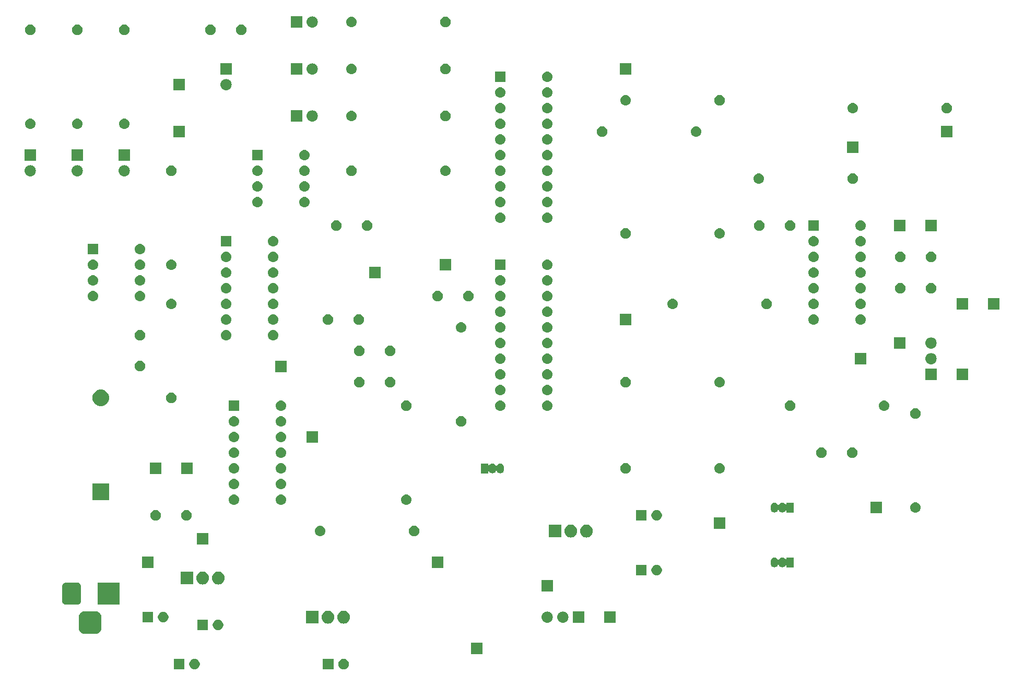
<source format=gbr>
G04 #@! TF.GenerationSoftware,KiCad,Pcbnew,(5.1.2)-2*
G04 #@! TF.CreationDate,2020-08-13T15:59:13+03:00*
G04 #@! TF.ProjectId,timing_circuit,74696d69-6e67-45f6-9369-72637569742e,rev?*
G04 #@! TF.SameCoordinates,Original*
G04 #@! TF.FileFunction,Soldermask,Bot*
G04 #@! TF.FilePolarity,Negative*
%FSLAX46Y46*%
G04 Gerber Fmt 4.6, Leading zero omitted, Abs format (unit mm)*
G04 Created by KiCad (PCBNEW (5.1.2)-2) date 2020-08-13 15:59:13*
%MOMM*%
%LPD*%
G04 APERTURE LIST*
%ADD10C,0.100000*%
G04 APERTURE END LIST*
D10*
G36*
X45928228Y-122371703D02*
G01*
X46083100Y-122435853D01*
X46222481Y-122528985D01*
X46341015Y-122647519D01*
X46434147Y-122786900D01*
X46498297Y-122941772D01*
X46531000Y-123106184D01*
X46531000Y-123273816D01*
X46498297Y-123438228D01*
X46434147Y-123593100D01*
X46341015Y-123732481D01*
X46222481Y-123851015D01*
X46083100Y-123944147D01*
X45928228Y-124008297D01*
X45763816Y-124041000D01*
X45596184Y-124041000D01*
X45431772Y-124008297D01*
X45276900Y-123944147D01*
X45137519Y-123851015D01*
X45018985Y-123732481D01*
X44925853Y-123593100D01*
X44861703Y-123438228D01*
X44829000Y-123273816D01*
X44829000Y-123106184D01*
X44861703Y-122941772D01*
X44925853Y-122786900D01*
X45018985Y-122647519D01*
X45137519Y-122528985D01*
X45276900Y-122435853D01*
X45431772Y-122371703D01*
X45596184Y-122339000D01*
X45763816Y-122339000D01*
X45928228Y-122371703D01*
X45928228Y-122371703D01*
G37*
G36*
X70098228Y-122371703D02*
G01*
X70253100Y-122435853D01*
X70392481Y-122528985D01*
X70511015Y-122647519D01*
X70604147Y-122786900D01*
X70668297Y-122941772D01*
X70701000Y-123106184D01*
X70701000Y-123273816D01*
X70668297Y-123438228D01*
X70604147Y-123593100D01*
X70511015Y-123732481D01*
X70392481Y-123851015D01*
X70253100Y-123944147D01*
X70098228Y-124008297D01*
X69933816Y-124041000D01*
X69766184Y-124041000D01*
X69601772Y-124008297D01*
X69446900Y-123944147D01*
X69307519Y-123851015D01*
X69188985Y-123732481D01*
X69095853Y-123593100D01*
X69031703Y-123438228D01*
X68999000Y-123273816D01*
X68999000Y-123106184D01*
X69031703Y-122941772D01*
X69095853Y-122786900D01*
X69188985Y-122647519D01*
X69307519Y-122528985D01*
X69446900Y-122435853D01*
X69601772Y-122371703D01*
X69766184Y-122339000D01*
X69933816Y-122339000D01*
X70098228Y-122371703D01*
X70098228Y-122371703D01*
G37*
G36*
X68201000Y-124041000D02*
G01*
X66499000Y-124041000D01*
X66499000Y-122339000D01*
X68201000Y-122339000D01*
X68201000Y-124041000D01*
X68201000Y-124041000D01*
G37*
G36*
X44031000Y-124041000D02*
G01*
X42329000Y-124041000D01*
X42329000Y-122339000D01*
X44031000Y-122339000D01*
X44031000Y-124041000D01*
X44031000Y-124041000D01*
G37*
G36*
X92341000Y-121551000D02*
G01*
X90539000Y-121551000D01*
X90539000Y-119749000D01*
X92341000Y-119749000D01*
X92341000Y-121551000D01*
X92341000Y-121551000D01*
G37*
G36*
X29876366Y-114675695D02*
G01*
X30033460Y-114723349D01*
X30178231Y-114800731D01*
X30305128Y-114904872D01*
X30409269Y-115031769D01*
X30486651Y-115176540D01*
X30534305Y-115333634D01*
X30551000Y-115503140D01*
X30551000Y-117416860D01*
X30534305Y-117586366D01*
X30486651Y-117743460D01*
X30409269Y-117888231D01*
X30305128Y-118015128D01*
X30178231Y-118119269D01*
X30033460Y-118196651D01*
X29876366Y-118244305D01*
X29706860Y-118261000D01*
X27793140Y-118261000D01*
X27623634Y-118244305D01*
X27466540Y-118196651D01*
X27321769Y-118119269D01*
X27194872Y-118015128D01*
X27090731Y-117888231D01*
X27013349Y-117743460D01*
X26965695Y-117586366D01*
X26949000Y-117416860D01*
X26949000Y-115503140D01*
X26965695Y-115333634D01*
X27013349Y-115176540D01*
X27090731Y-115031769D01*
X27194872Y-114904872D01*
X27321769Y-114800731D01*
X27466540Y-114723349D01*
X27623634Y-114675695D01*
X27793140Y-114659000D01*
X29706860Y-114659000D01*
X29876366Y-114675695D01*
X29876366Y-114675695D01*
G37*
G36*
X47841000Y-117691000D02*
G01*
X46139000Y-117691000D01*
X46139000Y-115989000D01*
X47841000Y-115989000D01*
X47841000Y-117691000D01*
X47841000Y-117691000D01*
G37*
G36*
X49738228Y-116021703D02*
G01*
X49893100Y-116085853D01*
X50032481Y-116178985D01*
X50151015Y-116297519D01*
X50244147Y-116436900D01*
X50308297Y-116591772D01*
X50341000Y-116756184D01*
X50341000Y-116923816D01*
X50308297Y-117088228D01*
X50244147Y-117243100D01*
X50151015Y-117382481D01*
X50032481Y-117501015D01*
X49893100Y-117594147D01*
X49738228Y-117658297D01*
X49573816Y-117691000D01*
X49406184Y-117691000D01*
X49241772Y-117658297D01*
X49086900Y-117594147D01*
X48947519Y-117501015D01*
X48828985Y-117382481D01*
X48735853Y-117243100D01*
X48671703Y-117088228D01*
X48639000Y-116923816D01*
X48639000Y-116756184D01*
X48671703Y-116591772D01*
X48735853Y-116436900D01*
X48828985Y-116297519D01*
X48947519Y-116178985D01*
X49086900Y-116085853D01*
X49241772Y-116021703D01*
X49406184Y-115989000D01*
X49573816Y-115989000D01*
X49738228Y-116021703D01*
X49738228Y-116021703D01*
G37*
G36*
X67506719Y-114533520D02*
G01*
X67695880Y-114590901D01*
X67695883Y-114590902D01*
X67788333Y-114640318D01*
X67870212Y-114684083D01*
X68023015Y-114809485D01*
X68148417Y-114962288D01*
X68241599Y-115136619D01*
X68298980Y-115325780D01*
X68313500Y-115473206D01*
X68313500Y-115666793D01*
X68298980Y-115814219D01*
X68267964Y-115916466D01*
X68241598Y-116003383D01*
X68192182Y-116095833D01*
X68148417Y-116177712D01*
X68023015Y-116330515D01*
X67870212Y-116455917D01*
X67695881Y-116549099D01*
X67506720Y-116606480D01*
X67310000Y-116625855D01*
X67113281Y-116606480D01*
X66924120Y-116549099D01*
X66749788Y-116455917D01*
X66596985Y-116330515D01*
X66471583Y-116177712D01*
X66378401Y-116003381D01*
X66321020Y-115814220D01*
X66306500Y-115666794D01*
X66306500Y-115473207D01*
X66321020Y-115325781D01*
X66378401Y-115136620D01*
X66378402Y-115136617D01*
X66436716Y-115027520D01*
X66471583Y-114962288D01*
X66596985Y-114809485D01*
X66749788Y-114684083D01*
X66924119Y-114590901D01*
X67113280Y-114533520D01*
X67310000Y-114514145D01*
X67506719Y-114533520D01*
X67506719Y-114533520D01*
G37*
G36*
X70046719Y-114533520D02*
G01*
X70235880Y-114590901D01*
X70235883Y-114590902D01*
X70328333Y-114640318D01*
X70410212Y-114684083D01*
X70563015Y-114809485D01*
X70688417Y-114962288D01*
X70781599Y-115136619D01*
X70838980Y-115325780D01*
X70853500Y-115473206D01*
X70853500Y-115666793D01*
X70838980Y-115814219D01*
X70807964Y-115916466D01*
X70781598Y-116003383D01*
X70732182Y-116095833D01*
X70688417Y-116177712D01*
X70563015Y-116330515D01*
X70410212Y-116455917D01*
X70235881Y-116549099D01*
X70046720Y-116606480D01*
X69850000Y-116625855D01*
X69653281Y-116606480D01*
X69464120Y-116549099D01*
X69289788Y-116455917D01*
X69136985Y-116330515D01*
X69011583Y-116177712D01*
X68918401Y-116003381D01*
X68861020Y-115814220D01*
X68846500Y-115666794D01*
X68846500Y-115473207D01*
X68861020Y-115325781D01*
X68918401Y-115136620D01*
X68918402Y-115136617D01*
X68976716Y-115027520D01*
X69011583Y-114962288D01*
X69136985Y-114809485D01*
X69289788Y-114684083D01*
X69464119Y-114590901D01*
X69653280Y-114533520D01*
X69850000Y-114514145D01*
X70046719Y-114533520D01*
X70046719Y-114533520D01*
G37*
G36*
X65773500Y-116621000D02*
G01*
X63766500Y-116621000D01*
X63766500Y-114519000D01*
X65773500Y-114519000D01*
X65773500Y-116621000D01*
X65773500Y-116621000D01*
G37*
G36*
X102980443Y-114675519D02*
G01*
X103046627Y-114682037D01*
X103216466Y-114733557D01*
X103372991Y-114817222D01*
X103408729Y-114846552D01*
X103510186Y-114929814D01*
X103590369Y-115027519D01*
X103622778Y-115067009D01*
X103706443Y-115223534D01*
X103757963Y-115393373D01*
X103775359Y-115570000D01*
X103757963Y-115746627D01*
X103706443Y-115916466D01*
X103622778Y-116072991D01*
X103612223Y-116085852D01*
X103510186Y-116210186D01*
X103408729Y-116293448D01*
X103372991Y-116322778D01*
X103216466Y-116406443D01*
X103046627Y-116457963D01*
X102980442Y-116464482D01*
X102914260Y-116471000D01*
X102825740Y-116471000D01*
X102759558Y-116464482D01*
X102693373Y-116457963D01*
X102523534Y-116406443D01*
X102367009Y-116322778D01*
X102331271Y-116293448D01*
X102229814Y-116210186D01*
X102127777Y-116085852D01*
X102117222Y-116072991D01*
X102033557Y-115916466D01*
X101982037Y-115746627D01*
X101964641Y-115570000D01*
X101982037Y-115393373D01*
X102033557Y-115223534D01*
X102117222Y-115067009D01*
X102149631Y-115027519D01*
X102229814Y-114929814D01*
X102331271Y-114846552D01*
X102367009Y-114817222D01*
X102523534Y-114733557D01*
X102693373Y-114682037D01*
X102759557Y-114675519D01*
X102825740Y-114669000D01*
X102914260Y-114669000D01*
X102980443Y-114675519D01*
X102980443Y-114675519D01*
G37*
G36*
X108851000Y-116471000D02*
G01*
X107049000Y-116471000D01*
X107049000Y-114669000D01*
X108851000Y-114669000D01*
X108851000Y-116471000D01*
X108851000Y-116471000D01*
G37*
G36*
X113931000Y-116471000D02*
G01*
X112129000Y-116471000D01*
X112129000Y-114669000D01*
X113931000Y-114669000D01*
X113931000Y-116471000D01*
X113931000Y-116471000D01*
G37*
G36*
X105520443Y-114675519D02*
G01*
X105586627Y-114682037D01*
X105756466Y-114733557D01*
X105912991Y-114817222D01*
X105948729Y-114846552D01*
X106050186Y-114929814D01*
X106130369Y-115027519D01*
X106162778Y-115067009D01*
X106246443Y-115223534D01*
X106297963Y-115393373D01*
X106315359Y-115570000D01*
X106297963Y-115746627D01*
X106246443Y-115916466D01*
X106162778Y-116072991D01*
X106152223Y-116085852D01*
X106050186Y-116210186D01*
X105948729Y-116293448D01*
X105912991Y-116322778D01*
X105756466Y-116406443D01*
X105586627Y-116457963D01*
X105520442Y-116464482D01*
X105454260Y-116471000D01*
X105365740Y-116471000D01*
X105299558Y-116464482D01*
X105233373Y-116457963D01*
X105063534Y-116406443D01*
X104907009Y-116322778D01*
X104871271Y-116293448D01*
X104769814Y-116210186D01*
X104667777Y-116085852D01*
X104657222Y-116072991D01*
X104573557Y-115916466D01*
X104522037Y-115746627D01*
X104504641Y-115570000D01*
X104522037Y-115393373D01*
X104573557Y-115223534D01*
X104657222Y-115067009D01*
X104689631Y-115027519D01*
X104769814Y-114929814D01*
X104871271Y-114846552D01*
X104907009Y-114817222D01*
X105063534Y-114733557D01*
X105233373Y-114682037D01*
X105299557Y-114675519D01*
X105365740Y-114669000D01*
X105454260Y-114669000D01*
X105520443Y-114675519D01*
X105520443Y-114675519D01*
G37*
G36*
X40848228Y-114751703D02*
G01*
X41003100Y-114815853D01*
X41142481Y-114908985D01*
X41261015Y-115027519D01*
X41354147Y-115166900D01*
X41418297Y-115321772D01*
X41451000Y-115486184D01*
X41451000Y-115653816D01*
X41418297Y-115818228D01*
X41354147Y-115973100D01*
X41261015Y-116112481D01*
X41142481Y-116231015D01*
X41003100Y-116324147D01*
X40848228Y-116388297D01*
X40683816Y-116421000D01*
X40516184Y-116421000D01*
X40351772Y-116388297D01*
X40196900Y-116324147D01*
X40057519Y-116231015D01*
X39938985Y-116112481D01*
X39845853Y-115973100D01*
X39781703Y-115818228D01*
X39749000Y-115653816D01*
X39749000Y-115486184D01*
X39781703Y-115321772D01*
X39845853Y-115166900D01*
X39938985Y-115027519D01*
X40057519Y-114908985D01*
X40196900Y-114815853D01*
X40351772Y-114751703D01*
X40516184Y-114719000D01*
X40683816Y-114719000D01*
X40848228Y-114751703D01*
X40848228Y-114751703D01*
G37*
G36*
X38951000Y-116421000D02*
G01*
X37249000Y-116421000D01*
X37249000Y-114719000D01*
X38951000Y-114719000D01*
X38951000Y-116421000D01*
X38951000Y-116421000D01*
G37*
G36*
X26726979Y-109973293D02*
G01*
X26860625Y-110013834D01*
X26983784Y-110079664D01*
X27091740Y-110168260D01*
X27180336Y-110276216D01*
X27246166Y-110399375D01*
X27286707Y-110533021D01*
X27301000Y-110678140D01*
X27301000Y-112841860D01*
X27286707Y-112986979D01*
X27246166Y-113120625D01*
X27180336Y-113243784D01*
X27091740Y-113351740D01*
X26983784Y-113440336D01*
X26860625Y-113506166D01*
X26726979Y-113546707D01*
X26581860Y-113561000D01*
X24918140Y-113561000D01*
X24773021Y-113546707D01*
X24639375Y-113506166D01*
X24516216Y-113440336D01*
X24408260Y-113351740D01*
X24319664Y-113243784D01*
X24253834Y-113120625D01*
X24213293Y-112986979D01*
X24199000Y-112841860D01*
X24199000Y-110678140D01*
X24213293Y-110533021D01*
X24253834Y-110399375D01*
X24319664Y-110276216D01*
X24408260Y-110168260D01*
X24516216Y-110079664D01*
X24639375Y-110013834D01*
X24773021Y-109973293D01*
X24918140Y-109959000D01*
X26581860Y-109959000D01*
X26726979Y-109973293D01*
X26726979Y-109973293D01*
G37*
G36*
X33551000Y-113561000D02*
G01*
X29949000Y-113561000D01*
X29949000Y-109959000D01*
X33551000Y-109959000D01*
X33551000Y-113561000D01*
X33551000Y-113561000D01*
G37*
G36*
X103771000Y-111391000D02*
G01*
X101969000Y-111391000D01*
X101969000Y-109589000D01*
X103771000Y-109589000D01*
X103771000Y-111391000D01*
X103771000Y-111391000D01*
G37*
G36*
X49726719Y-108183520D02*
G01*
X49915880Y-108240901D01*
X49915883Y-108240902D01*
X50008333Y-108290318D01*
X50090212Y-108334083D01*
X50243015Y-108459485D01*
X50368417Y-108612288D01*
X50461599Y-108786619D01*
X50518980Y-108975780D01*
X50533500Y-109123206D01*
X50533500Y-109316793D01*
X50518980Y-109464219D01*
X50481128Y-109589000D01*
X50461598Y-109653383D01*
X50412182Y-109745833D01*
X50368417Y-109827712D01*
X50243015Y-109980515D01*
X50090212Y-110105917D01*
X49915881Y-110199099D01*
X49726720Y-110256480D01*
X49530000Y-110275855D01*
X49333281Y-110256480D01*
X49144120Y-110199099D01*
X48969788Y-110105917D01*
X48816985Y-109980515D01*
X48691583Y-109827712D01*
X48598401Y-109653381D01*
X48541020Y-109464220D01*
X48526500Y-109316794D01*
X48526500Y-109123207D01*
X48541020Y-108975781D01*
X48598401Y-108786620D01*
X48598402Y-108786617D01*
X48647818Y-108694167D01*
X48691583Y-108612288D01*
X48816985Y-108459485D01*
X48969788Y-108334083D01*
X49144119Y-108240901D01*
X49333280Y-108183520D01*
X49530000Y-108164145D01*
X49726719Y-108183520D01*
X49726719Y-108183520D01*
G37*
G36*
X47186719Y-108183520D02*
G01*
X47375880Y-108240901D01*
X47375883Y-108240902D01*
X47468333Y-108290318D01*
X47550212Y-108334083D01*
X47703015Y-108459485D01*
X47828417Y-108612288D01*
X47921599Y-108786619D01*
X47978980Y-108975780D01*
X47993500Y-109123206D01*
X47993500Y-109316793D01*
X47978980Y-109464219D01*
X47941128Y-109589000D01*
X47921598Y-109653383D01*
X47872182Y-109745833D01*
X47828417Y-109827712D01*
X47703015Y-109980515D01*
X47550212Y-110105917D01*
X47375881Y-110199099D01*
X47186720Y-110256480D01*
X46990000Y-110275855D01*
X46793281Y-110256480D01*
X46604120Y-110199099D01*
X46429788Y-110105917D01*
X46276985Y-109980515D01*
X46151583Y-109827712D01*
X46058401Y-109653381D01*
X46001020Y-109464220D01*
X45986500Y-109316794D01*
X45986500Y-109123207D01*
X46001020Y-108975781D01*
X46058401Y-108786620D01*
X46058402Y-108786617D01*
X46107818Y-108694167D01*
X46151583Y-108612288D01*
X46276985Y-108459485D01*
X46429788Y-108334083D01*
X46604119Y-108240901D01*
X46793280Y-108183520D01*
X46990000Y-108164145D01*
X47186719Y-108183520D01*
X47186719Y-108183520D01*
G37*
G36*
X45453500Y-110271000D02*
G01*
X43446500Y-110271000D01*
X43446500Y-108169000D01*
X45453500Y-108169000D01*
X45453500Y-110271000D01*
X45453500Y-110271000D01*
G37*
G36*
X118961000Y-108801000D02*
G01*
X117259000Y-108801000D01*
X117259000Y-107099000D01*
X118961000Y-107099000D01*
X118961000Y-108801000D01*
X118961000Y-108801000D01*
G37*
G36*
X120858228Y-107131703D02*
G01*
X121013100Y-107195853D01*
X121152481Y-107288985D01*
X121271015Y-107407519D01*
X121364147Y-107546900D01*
X121428297Y-107701772D01*
X121461000Y-107866184D01*
X121461000Y-108033816D01*
X121428297Y-108198228D01*
X121364147Y-108353100D01*
X121271015Y-108492481D01*
X121152481Y-108611015D01*
X121013100Y-108704147D01*
X120858228Y-108768297D01*
X120693816Y-108801000D01*
X120526184Y-108801000D01*
X120361772Y-108768297D01*
X120206900Y-108704147D01*
X120067519Y-108611015D01*
X119948985Y-108492481D01*
X119855853Y-108353100D01*
X119791703Y-108198228D01*
X119759000Y-108033816D01*
X119759000Y-107866184D01*
X119791703Y-107701772D01*
X119855853Y-107546900D01*
X119948985Y-107407519D01*
X120067519Y-107288985D01*
X120206900Y-107195853D01*
X120361772Y-107131703D01*
X120526184Y-107099000D01*
X120693816Y-107099000D01*
X120858228Y-107131703D01*
X120858228Y-107131703D01*
G37*
G36*
X85991000Y-107581000D02*
G01*
X84189000Y-107581000D01*
X84189000Y-105779000D01*
X85991000Y-105779000D01*
X85991000Y-107581000D01*
X85991000Y-107581000D01*
G37*
G36*
X39001000Y-107581000D02*
G01*
X37199000Y-107581000D01*
X37199000Y-105779000D01*
X39001000Y-105779000D01*
X39001000Y-107581000D01*
X39001000Y-107581000D01*
G37*
G36*
X141082916Y-105887334D02*
G01*
X141191492Y-105920271D01*
X141191495Y-105920272D01*
X141227601Y-105939571D01*
X141291557Y-105973756D01*
X141379264Y-106045736D01*
X141442383Y-106122646D01*
X141459702Y-106139965D01*
X141480077Y-106153579D01*
X141502716Y-106162957D01*
X141526749Y-106167737D01*
X141551253Y-106167737D01*
X141575286Y-106162957D01*
X141597925Y-106153579D01*
X141618299Y-106139966D01*
X141635626Y-106122639D01*
X141649240Y-106102264D01*
X141658618Y-106079625D01*
X141663398Y-106055592D01*
X141664000Y-106043340D01*
X141664000Y-105879000D01*
X142816000Y-105879000D01*
X142816000Y-107481000D01*
X141664000Y-107481000D01*
X141664000Y-107316660D01*
X141661598Y-107292274D01*
X141654485Y-107268825D01*
X141642934Y-107247214D01*
X141627389Y-107228272D01*
X141608447Y-107212727D01*
X141586836Y-107201176D01*
X141563387Y-107194063D01*
X141539001Y-107191661D01*
X141514615Y-107194063D01*
X141491166Y-107201176D01*
X141469555Y-107212727D01*
X141442381Y-107237356D01*
X141379264Y-107314264D01*
X141291556Y-107386244D01*
X141227600Y-107420429D01*
X141191494Y-107439728D01*
X141191491Y-107439729D01*
X141082915Y-107472666D01*
X140970000Y-107483787D01*
X140857084Y-107472666D01*
X140748508Y-107439729D01*
X140748505Y-107439728D01*
X140712399Y-107420429D01*
X140648443Y-107386244D01*
X140560736Y-107314264D01*
X140488756Y-107226556D01*
X140445239Y-107145140D01*
X140431625Y-107124766D01*
X140414298Y-107107439D01*
X140393924Y-107093825D01*
X140371285Y-107084448D01*
X140347251Y-107079668D01*
X140322747Y-107079668D01*
X140298714Y-107084449D01*
X140276075Y-107093826D01*
X140255701Y-107107440D01*
X140238374Y-107124767D01*
X140224762Y-107145140D01*
X140181244Y-107226557D01*
X140109264Y-107314264D01*
X140021556Y-107386244D01*
X139957600Y-107420429D01*
X139921494Y-107439728D01*
X139921491Y-107439729D01*
X139812915Y-107472666D01*
X139700000Y-107483787D01*
X139587084Y-107472666D01*
X139478508Y-107439729D01*
X139478505Y-107439728D01*
X139442399Y-107420429D01*
X139378443Y-107386244D01*
X139290736Y-107314264D01*
X139218756Y-107226556D01*
X139175239Y-107145140D01*
X139165272Y-107126494D01*
X139159492Y-107107440D01*
X139132334Y-107017915D01*
X139124000Y-106933297D01*
X139124000Y-106426702D01*
X139132334Y-106342084D01*
X139165271Y-106233508D01*
X139165272Y-106233505D01*
X139218756Y-106133445D01*
X139218757Y-106133443D01*
X139290737Y-106045736D01*
X139378444Y-105973756D01*
X139442400Y-105939571D01*
X139478506Y-105920272D01*
X139478509Y-105920271D01*
X139587085Y-105887334D01*
X139700000Y-105876213D01*
X139812916Y-105887334D01*
X139921492Y-105920271D01*
X139921495Y-105920272D01*
X139957601Y-105939571D01*
X140021557Y-105973756D01*
X140109264Y-106045736D01*
X140181244Y-106133443D01*
X140197019Y-106162957D01*
X140224761Y-106214859D01*
X140238375Y-106235234D01*
X140255702Y-106252561D01*
X140276076Y-106266174D01*
X140298715Y-106275552D01*
X140322748Y-106280332D01*
X140347252Y-106280332D01*
X140371285Y-106275552D01*
X140393924Y-106266174D01*
X140414299Y-106252560D01*
X140431626Y-106235233D01*
X140445239Y-106214859D01*
X140488756Y-106133445D01*
X140488757Y-106133443D01*
X140560737Y-106045736D01*
X140648444Y-105973756D01*
X140712400Y-105939571D01*
X140748506Y-105920272D01*
X140748509Y-105920271D01*
X140857085Y-105887334D01*
X140970000Y-105876213D01*
X141082916Y-105887334D01*
X141082916Y-105887334D01*
G37*
G36*
X47891000Y-103771000D02*
G01*
X46089000Y-103771000D01*
X46089000Y-101969000D01*
X47891000Y-101969000D01*
X47891000Y-103771000D01*
X47891000Y-103771000D01*
G37*
G36*
X106876719Y-100563520D02*
G01*
X107065880Y-100620901D01*
X107065883Y-100620902D01*
X107158333Y-100670318D01*
X107240212Y-100714083D01*
X107393015Y-100839485D01*
X107518417Y-100992288D01*
X107611599Y-101166619D01*
X107668980Y-101355780D01*
X107683500Y-101503206D01*
X107683500Y-101696793D01*
X107668980Y-101844219D01*
X107643796Y-101927239D01*
X107611598Y-102033383D01*
X107589312Y-102075076D01*
X107518417Y-102207712D01*
X107393015Y-102360515D01*
X107240212Y-102485917D01*
X107065881Y-102579099D01*
X106876720Y-102636480D01*
X106680000Y-102655855D01*
X106483281Y-102636480D01*
X106294120Y-102579099D01*
X106119788Y-102485917D01*
X105966985Y-102360515D01*
X105841583Y-102207712D01*
X105748401Y-102033381D01*
X105691020Y-101844220D01*
X105676500Y-101696794D01*
X105676500Y-101503207D01*
X105691020Y-101355781D01*
X105748401Y-101166620D01*
X105748402Y-101166617D01*
X105806716Y-101057520D01*
X105841583Y-100992288D01*
X105966985Y-100839485D01*
X106119788Y-100714083D01*
X106294119Y-100620901D01*
X106483280Y-100563520D01*
X106680000Y-100544145D01*
X106876719Y-100563520D01*
X106876719Y-100563520D01*
G37*
G36*
X109416719Y-100563520D02*
G01*
X109605880Y-100620901D01*
X109605883Y-100620902D01*
X109698333Y-100670318D01*
X109780212Y-100714083D01*
X109933015Y-100839485D01*
X110058417Y-100992288D01*
X110151599Y-101166619D01*
X110208980Y-101355780D01*
X110223500Y-101503206D01*
X110223500Y-101696793D01*
X110208980Y-101844219D01*
X110183796Y-101927239D01*
X110151598Y-102033383D01*
X110129312Y-102075076D01*
X110058417Y-102207712D01*
X109933015Y-102360515D01*
X109780212Y-102485917D01*
X109605881Y-102579099D01*
X109416720Y-102636480D01*
X109220000Y-102655855D01*
X109023281Y-102636480D01*
X108834120Y-102579099D01*
X108659788Y-102485917D01*
X108506985Y-102360515D01*
X108381583Y-102207712D01*
X108288401Y-102033381D01*
X108231020Y-101844220D01*
X108216500Y-101696794D01*
X108216500Y-101503207D01*
X108231020Y-101355781D01*
X108288401Y-101166620D01*
X108288402Y-101166617D01*
X108346716Y-101057520D01*
X108381583Y-100992288D01*
X108506985Y-100839485D01*
X108659788Y-100714083D01*
X108834119Y-100620901D01*
X109023280Y-100563520D01*
X109220000Y-100544145D01*
X109416719Y-100563520D01*
X109416719Y-100563520D01*
G37*
G36*
X105143500Y-102651000D02*
G01*
X103136500Y-102651000D01*
X103136500Y-100549000D01*
X105143500Y-100549000D01*
X105143500Y-102651000D01*
X105143500Y-102651000D01*
G37*
G36*
X81528228Y-100781703D02*
G01*
X81683100Y-100845853D01*
X81822481Y-100938985D01*
X81941015Y-101057519D01*
X82034147Y-101196900D01*
X82098297Y-101351772D01*
X82131000Y-101516184D01*
X82131000Y-101683816D01*
X82098297Y-101848228D01*
X82034147Y-102003100D01*
X81941015Y-102142481D01*
X81822481Y-102261015D01*
X81683100Y-102354147D01*
X81528228Y-102418297D01*
X81363816Y-102451000D01*
X81196184Y-102451000D01*
X81031772Y-102418297D01*
X80876900Y-102354147D01*
X80737519Y-102261015D01*
X80618985Y-102142481D01*
X80525853Y-102003100D01*
X80461703Y-101848228D01*
X80429000Y-101683816D01*
X80429000Y-101516184D01*
X80461703Y-101351772D01*
X80525853Y-101196900D01*
X80618985Y-101057519D01*
X80737519Y-100938985D01*
X80876900Y-100845853D01*
X81031772Y-100781703D01*
X81196184Y-100749000D01*
X81363816Y-100749000D01*
X81528228Y-100781703D01*
X81528228Y-100781703D01*
G37*
G36*
X66206823Y-100761313D02*
G01*
X66367242Y-100809976D01*
X66422449Y-100839485D01*
X66515078Y-100888996D01*
X66644659Y-100995341D01*
X66751004Y-101124922D01*
X66751005Y-101124924D01*
X66830024Y-101272758D01*
X66878687Y-101433177D01*
X66895117Y-101600000D01*
X66878687Y-101766823D01*
X66830024Y-101927242D01*
X66789477Y-102003100D01*
X66751004Y-102075078D01*
X66644659Y-102204659D01*
X66515078Y-102311004D01*
X66515076Y-102311005D01*
X66367242Y-102390024D01*
X66206823Y-102438687D01*
X66081804Y-102451000D01*
X65998196Y-102451000D01*
X65873177Y-102438687D01*
X65712758Y-102390024D01*
X65564924Y-102311005D01*
X65564922Y-102311004D01*
X65435341Y-102204659D01*
X65328996Y-102075078D01*
X65290523Y-102003100D01*
X65249976Y-101927242D01*
X65201313Y-101766823D01*
X65184883Y-101600000D01*
X65201313Y-101433177D01*
X65249976Y-101272758D01*
X65328995Y-101124924D01*
X65328996Y-101124922D01*
X65435341Y-100995341D01*
X65564922Y-100888996D01*
X65657551Y-100839485D01*
X65712758Y-100809976D01*
X65873177Y-100761313D01*
X65998196Y-100749000D01*
X66081804Y-100749000D01*
X66206823Y-100761313D01*
X66206823Y-100761313D01*
G37*
G36*
X131711000Y-101231000D02*
G01*
X129909000Y-101231000D01*
X129909000Y-99429000D01*
X131711000Y-99429000D01*
X131711000Y-101231000D01*
X131711000Y-101231000D01*
G37*
G36*
X120858228Y-98241703D02*
G01*
X121013100Y-98305853D01*
X121152481Y-98398985D01*
X121271015Y-98517519D01*
X121364147Y-98656900D01*
X121428297Y-98811772D01*
X121461000Y-98976184D01*
X121461000Y-99143816D01*
X121428297Y-99308228D01*
X121364147Y-99463100D01*
X121271015Y-99602481D01*
X121152481Y-99721015D01*
X121013100Y-99814147D01*
X120858228Y-99878297D01*
X120693816Y-99911000D01*
X120526184Y-99911000D01*
X120361772Y-99878297D01*
X120206900Y-99814147D01*
X120067519Y-99721015D01*
X119948985Y-99602481D01*
X119855853Y-99463100D01*
X119791703Y-99308228D01*
X119759000Y-99143816D01*
X119759000Y-98976184D01*
X119791703Y-98811772D01*
X119855853Y-98656900D01*
X119948985Y-98517519D01*
X120067519Y-98398985D01*
X120206900Y-98305853D01*
X120361772Y-98241703D01*
X120526184Y-98209000D01*
X120693816Y-98209000D01*
X120858228Y-98241703D01*
X120858228Y-98241703D01*
G37*
G36*
X118961000Y-99911000D02*
G01*
X117259000Y-99911000D01*
X117259000Y-98209000D01*
X118961000Y-98209000D01*
X118961000Y-99911000D01*
X118961000Y-99911000D01*
G37*
G36*
X44618228Y-98241703D02*
G01*
X44773100Y-98305853D01*
X44912481Y-98398985D01*
X45031015Y-98517519D01*
X45124147Y-98656900D01*
X45188297Y-98811772D01*
X45221000Y-98976184D01*
X45221000Y-99143816D01*
X45188297Y-99308228D01*
X45124147Y-99463100D01*
X45031015Y-99602481D01*
X44912481Y-99721015D01*
X44773100Y-99814147D01*
X44618228Y-99878297D01*
X44453816Y-99911000D01*
X44286184Y-99911000D01*
X44121772Y-99878297D01*
X43966900Y-99814147D01*
X43827519Y-99721015D01*
X43708985Y-99602481D01*
X43615853Y-99463100D01*
X43551703Y-99308228D01*
X43519000Y-99143816D01*
X43519000Y-98976184D01*
X43551703Y-98811772D01*
X43615853Y-98656900D01*
X43708985Y-98517519D01*
X43827519Y-98398985D01*
X43966900Y-98305853D01*
X44121772Y-98241703D01*
X44286184Y-98209000D01*
X44453816Y-98209000D01*
X44618228Y-98241703D01*
X44618228Y-98241703D01*
G37*
G36*
X39618228Y-98241703D02*
G01*
X39773100Y-98305853D01*
X39912481Y-98398985D01*
X40031015Y-98517519D01*
X40124147Y-98656900D01*
X40188297Y-98811772D01*
X40221000Y-98976184D01*
X40221000Y-99143816D01*
X40188297Y-99308228D01*
X40124147Y-99463100D01*
X40031015Y-99602481D01*
X39912481Y-99721015D01*
X39773100Y-99814147D01*
X39618228Y-99878297D01*
X39453816Y-99911000D01*
X39286184Y-99911000D01*
X39121772Y-99878297D01*
X38966900Y-99814147D01*
X38827519Y-99721015D01*
X38708985Y-99602481D01*
X38615853Y-99463100D01*
X38551703Y-99308228D01*
X38519000Y-99143816D01*
X38519000Y-98976184D01*
X38551703Y-98811772D01*
X38615853Y-98656900D01*
X38708985Y-98517519D01*
X38827519Y-98398985D01*
X38966900Y-98305853D01*
X39121772Y-98241703D01*
X39286184Y-98209000D01*
X39453816Y-98209000D01*
X39618228Y-98241703D01*
X39618228Y-98241703D01*
G37*
G36*
X157111000Y-98691000D02*
G01*
X155309000Y-98691000D01*
X155309000Y-96889000D01*
X157111000Y-96889000D01*
X157111000Y-98691000D01*
X157111000Y-98691000D01*
G37*
G36*
X162726823Y-96951313D02*
G01*
X162887242Y-96999976D01*
X163019906Y-97070886D01*
X163035078Y-97078996D01*
X163164659Y-97185341D01*
X163271004Y-97314922D01*
X163271005Y-97314924D01*
X163350024Y-97462758D01*
X163398687Y-97623177D01*
X163415117Y-97790000D01*
X163398687Y-97956823D01*
X163350024Y-98117242D01*
X163286284Y-98236491D01*
X163271004Y-98265078D01*
X163164659Y-98394659D01*
X163035078Y-98501004D01*
X163035076Y-98501005D01*
X162887242Y-98580024D01*
X162726823Y-98628687D01*
X162601804Y-98641000D01*
X162518196Y-98641000D01*
X162393177Y-98628687D01*
X162232758Y-98580024D01*
X162084924Y-98501005D01*
X162084922Y-98501004D01*
X161955341Y-98394659D01*
X161848996Y-98265078D01*
X161833716Y-98236491D01*
X161769976Y-98117242D01*
X161721313Y-97956823D01*
X161704883Y-97790000D01*
X161721313Y-97623177D01*
X161769976Y-97462758D01*
X161848995Y-97314924D01*
X161848996Y-97314922D01*
X161955341Y-97185341D01*
X162084922Y-97078996D01*
X162100094Y-97070886D01*
X162232758Y-96999976D01*
X162393177Y-96951313D01*
X162518196Y-96939000D01*
X162601804Y-96939000D01*
X162726823Y-96951313D01*
X162726823Y-96951313D01*
G37*
G36*
X141082916Y-96997334D02*
G01*
X141191492Y-97030271D01*
X141191495Y-97030272D01*
X141227601Y-97049571D01*
X141291557Y-97083756D01*
X141379264Y-97155736D01*
X141442383Y-97232646D01*
X141459702Y-97249965D01*
X141480077Y-97263579D01*
X141502716Y-97272957D01*
X141526749Y-97277737D01*
X141551253Y-97277737D01*
X141575286Y-97272957D01*
X141597925Y-97263579D01*
X141618299Y-97249966D01*
X141635626Y-97232639D01*
X141649240Y-97212264D01*
X141658618Y-97189625D01*
X141663398Y-97165592D01*
X141664000Y-97153340D01*
X141664000Y-96989000D01*
X142816000Y-96989000D01*
X142816000Y-98591000D01*
X141664000Y-98591000D01*
X141664000Y-98426660D01*
X141661598Y-98402274D01*
X141654485Y-98378825D01*
X141642934Y-98357214D01*
X141627389Y-98338272D01*
X141608447Y-98322727D01*
X141586836Y-98311176D01*
X141563387Y-98304063D01*
X141539001Y-98301661D01*
X141514615Y-98304063D01*
X141491166Y-98311176D01*
X141469555Y-98322727D01*
X141442381Y-98347356D01*
X141379264Y-98424264D01*
X141291556Y-98496244D01*
X141227600Y-98530429D01*
X141191494Y-98549728D01*
X141191491Y-98549729D01*
X141082915Y-98582666D01*
X140970000Y-98593787D01*
X140857084Y-98582666D01*
X140748508Y-98549729D01*
X140748505Y-98549728D01*
X140712399Y-98530429D01*
X140648443Y-98496244D01*
X140560736Y-98424264D01*
X140488756Y-98336556D01*
X140445239Y-98255140D01*
X140431625Y-98234766D01*
X140414298Y-98217439D01*
X140393924Y-98203825D01*
X140371285Y-98194448D01*
X140347251Y-98189668D01*
X140322747Y-98189668D01*
X140298714Y-98194449D01*
X140276075Y-98203826D01*
X140255701Y-98217440D01*
X140238374Y-98234767D01*
X140224762Y-98255140D01*
X140181244Y-98336557D01*
X140109264Y-98424264D01*
X140021556Y-98496244D01*
X139957600Y-98530429D01*
X139921494Y-98549728D01*
X139921491Y-98549729D01*
X139812915Y-98582666D01*
X139700000Y-98593787D01*
X139587084Y-98582666D01*
X139478508Y-98549729D01*
X139478505Y-98549728D01*
X139442399Y-98530429D01*
X139378443Y-98496244D01*
X139290736Y-98424264D01*
X139218756Y-98336556D01*
X139175239Y-98255140D01*
X139165272Y-98236494D01*
X139159492Y-98217440D01*
X139132334Y-98127915D01*
X139124000Y-98043297D01*
X139124000Y-97536702D01*
X139132334Y-97452084D01*
X139165271Y-97343508D01*
X139165272Y-97343505D01*
X139218756Y-97243445D01*
X139218757Y-97243443D01*
X139290737Y-97155736D01*
X139378444Y-97083756D01*
X139442400Y-97049571D01*
X139478506Y-97030272D01*
X139478509Y-97030271D01*
X139587085Y-96997334D01*
X139700000Y-96986213D01*
X139812916Y-96997334D01*
X139921492Y-97030271D01*
X139921495Y-97030272D01*
X139957601Y-97049571D01*
X140021557Y-97083756D01*
X140109264Y-97155736D01*
X140181244Y-97243443D01*
X140216832Y-97310025D01*
X140224761Y-97324859D01*
X140238375Y-97345234D01*
X140255702Y-97362561D01*
X140276076Y-97376174D01*
X140298715Y-97385552D01*
X140322748Y-97390332D01*
X140347252Y-97390332D01*
X140371285Y-97385552D01*
X140393924Y-97376174D01*
X140414299Y-97362560D01*
X140431626Y-97345233D01*
X140445239Y-97324859D01*
X140488756Y-97243445D01*
X140488757Y-97243443D01*
X140560737Y-97155736D01*
X140648444Y-97083756D01*
X140712400Y-97049571D01*
X140748506Y-97030272D01*
X140748509Y-97030271D01*
X140857085Y-96997334D01*
X140970000Y-96986213D01*
X141082916Y-96997334D01*
X141082916Y-96997334D01*
G37*
G36*
X80176823Y-95681313D02*
G01*
X80337242Y-95729976D01*
X80469906Y-95800886D01*
X80485078Y-95808996D01*
X80614659Y-95915341D01*
X80721004Y-96044922D01*
X80721005Y-96044924D01*
X80800024Y-96192758D01*
X80848687Y-96353177D01*
X80865117Y-96520000D01*
X80848687Y-96686823D01*
X80800024Y-96847242D01*
X80750978Y-96939000D01*
X80721004Y-96995078D01*
X80614659Y-97124659D01*
X80485078Y-97231004D01*
X80485076Y-97231005D01*
X80337242Y-97310024D01*
X80176823Y-97358687D01*
X80051804Y-97371000D01*
X79968196Y-97371000D01*
X79843177Y-97358687D01*
X79682758Y-97310024D01*
X79534924Y-97231005D01*
X79534922Y-97231004D01*
X79405341Y-97124659D01*
X79298996Y-96995078D01*
X79269022Y-96939000D01*
X79219976Y-96847242D01*
X79171313Y-96686823D01*
X79154883Y-96520000D01*
X79171313Y-96353177D01*
X79219976Y-96192758D01*
X79298995Y-96044924D01*
X79298996Y-96044922D01*
X79405341Y-95915341D01*
X79534922Y-95808996D01*
X79550094Y-95800886D01*
X79682758Y-95729976D01*
X79843177Y-95681313D01*
X79968196Y-95669000D01*
X80051804Y-95669000D01*
X80176823Y-95681313D01*
X80176823Y-95681313D01*
G37*
G36*
X59856823Y-95681313D02*
G01*
X60017242Y-95729976D01*
X60149906Y-95800886D01*
X60165078Y-95808996D01*
X60294659Y-95915341D01*
X60401004Y-96044922D01*
X60401005Y-96044924D01*
X60480024Y-96192758D01*
X60528687Y-96353177D01*
X60545117Y-96520000D01*
X60528687Y-96686823D01*
X60480024Y-96847242D01*
X60430978Y-96939000D01*
X60401004Y-96995078D01*
X60294659Y-97124659D01*
X60165078Y-97231004D01*
X60165076Y-97231005D01*
X60017242Y-97310024D01*
X59856823Y-97358687D01*
X59731804Y-97371000D01*
X59648196Y-97371000D01*
X59523177Y-97358687D01*
X59362758Y-97310024D01*
X59214924Y-97231005D01*
X59214922Y-97231004D01*
X59085341Y-97124659D01*
X58978996Y-96995078D01*
X58949022Y-96939000D01*
X58899976Y-96847242D01*
X58851313Y-96686823D01*
X58834883Y-96520000D01*
X58851313Y-96353177D01*
X58899976Y-96192758D01*
X58978995Y-96044924D01*
X58978996Y-96044922D01*
X59085341Y-95915341D01*
X59214922Y-95808996D01*
X59230094Y-95800886D01*
X59362758Y-95729976D01*
X59523177Y-95681313D01*
X59648196Y-95669000D01*
X59731804Y-95669000D01*
X59856823Y-95681313D01*
X59856823Y-95681313D01*
G37*
G36*
X52236823Y-95681313D02*
G01*
X52397242Y-95729976D01*
X52529906Y-95800886D01*
X52545078Y-95808996D01*
X52674659Y-95915341D01*
X52781004Y-96044922D01*
X52781005Y-96044924D01*
X52860024Y-96192758D01*
X52908687Y-96353177D01*
X52925117Y-96520000D01*
X52908687Y-96686823D01*
X52860024Y-96847242D01*
X52810978Y-96939000D01*
X52781004Y-96995078D01*
X52674659Y-97124659D01*
X52545078Y-97231004D01*
X52545076Y-97231005D01*
X52397242Y-97310024D01*
X52236823Y-97358687D01*
X52111804Y-97371000D01*
X52028196Y-97371000D01*
X51903177Y-97358687D01*
X51742758Y-97310024D01*
X51594924Y-97231005D01*
X51594922Y-97231004D01*
X51465341Y-97124659D01*
X51358996Y-96995078D01*
X51329022Y-96939000D01*
X51279976Y-96847242D01*
X51231313Y-96686823D01*
X51214883Y-96520000D01*
X51231313Y-96353177D01*
X51279976Y-96192758D01*
X51358995Y-96044924D01*
X51358996Y-96044922D01*
X51465341Y-95915341D01*
X51594922Y-95808996D01*
X51610094Y-95800886D01*
X51742758Y-95729976D01*
X51903177Y-95681313D01*
X52028196Y-95669000D01*
X52111804Y-95669000D01*
X52236823Y-95681313D01*
X52236823Y-95681313D01*
G37*
G36*
X31831000Y-96601000D02*
G01*
X29129000Y-96601000D01*
X29129000Y-93899000D01*
X31831000Y-93899000D01*
X31831000Y-96601000D01*
X31831000Y-96601000D01*
G37*
G36*
X52236823Y-93141313D02*
G01*
X52397242Y-93189976D01*
X52529906Y-93260886D01*
X52545078Y-93268996D01*
X52674659Y-93375341D01*
X52781004Y-93504922D01*
X52781005Y-93504924D01*
X52860024Y-93652758D01*
X52908687Y-93813177D01*
X52925117Y-93980000D01*
X52908687Y-94146823D01*
X52860024Y-94307242D01*
X52789114Y-94439906D01*
X52781004Y-94455078D01*
X52674659Y-94584659D01*
X52545078Y-94691004D01*
X52545076Y-94691005D01*
X52397242Y-94770024D01*
X52236823Y-94818687D01*
X52111804Y-94831000D01*
X52028196Y-94831000D01*
X51903177Y-94818687D01*
X51742758Y-94770024D01*
X51594924Y-94691005D01*
X51594922Y-94691004D01*
X51465341Y-94584659D01*
X51358996Y-94455078D01*
X51350886Y-94439906D01*
X51279976Y-94307242D01*
X51231313Y-94146823D01*
X51214883Y-93980000D01*
X51231313Y-93813177D01*
X51279976Y-93652758D01*
X51358995Y-93504924D01*
X51358996Y-93504922D01*
X51465341Y-93375341D01*
X51594922Y-93268996D01*
X51610094Y-93260886D01*
X51742758Y-93189976D01*
X51903177Y-93141313D01*
X52028196Y-93129000D01*
X52111804Y-93129000D01*
X52236823Y-93141313D01*
X52236823Y-93141313D01*
G37*
G36*
X59856823Y-93141313D02*
G01*
X60017242Y-93189976D01*
X60149906Y-93260886D01*
X60165078Y-93268996D01*
X60294659Y-93375341D01*
X60401004Y-93504922D01*
X60401005Y-93504924D01*
X60480024Y-93652758D01*
X60528687Y-93813177D01*
X60545117Y-93980000D01*
X60528687Y-94146823D01*
X60480024Y-94307242D01*
X60409114Y-94439906D01*
X60401004Y-94455078D01*
X60294659Y-94584659D01*
X60165078Y-94691004D01*
X60165076Y-94691005D01*
X60017242Y-94770024D01*
X59856823Y-94818687D01*
X59731804Y-94831000D01*
X59648196Y-94831000D01*
X59523177Y-94818687D01*
X59362758Y-94770024D01*
X59214924Y-94691005D01*
X59214922Y-94691004D01*
X59085341Y-94584659D01*
X58978996Y-94455078D01*
X58970886Y-94439906D01*
X58899976Y-94307242D01*
X58851313Y-94146823D01*
X58834883Y-93980000D01*
X58851313Y-93813177D01*
X58899976Y-93652758D01*
X58978995Y-93504924D01*
X58978996Y-93504922D01*
X59085341Y-93375341D01*
X59214922Y-93268996D01*
X59230094Y-93260886D01*
X59362758Y-93189976D01*
X59523177Y-93141313D01*
X59648196Y-93129000D01*
X59731804Y-93129000D01*
X59856823Y-93141313D01*
X59856823Y-93141313D01*
G37*
G36*
X40271000Y-92341000D02*
G01*
X38469000Y-92341000D01*
X38469000Y-90539000D01*
X40271000Y-90539000D01*
X40271000Y-92341000D01*
X40271000Y-92341000D01*
G37*
G36*
X45351000Y-92341000D02*
G01*
X43549000Y-92341000D01*
X43549000Y-90539000D01*
X45351000Y-90539000D01*
X45351000Y-92341000D01*
X45351000Y-92341000D01*
G37*
G36*
X59856823Y-90601313D02*
G01*
X60017242Y-90649976D01*
X60084361Y-90685852D01*
X60165078Y-90728996D01*
X60294659Y-90835341D01*
X60401004Y-90964922D01*
X60401005Y-90964924D01*
X60480024Y-91112758D01*
X60528687Y-91273177D01*
X60545117Y-91440000D01*
X60528687Y-91606823D01*
X60480024Y-91767242D01*
X60416283Y-91886492D01*
X60401004Y-91915078D01*
X60294659Y-92044659D01*
X60165078Y-92151004D01*
X60165076Y-92151005D01*
X60017242Y-92230024D01*
X59856823Y-92278687D01*
X59731804Y-92291000D01*
X59648196Y-92291000D01*
X59523177Y-92278687D01*
X59362758Y-92230024D01*
X59214924Y-92151005D01*
X59214922Y-92151004D01*
X59085341Y-92044659D01*
X58978996Y-91915078D01*
X58963717Y-91886492D01*
X58899976Y-91767242D01*
X58851313Y-91606823D01*
X58834883Y-91440000D01*
X58851313Y-91273177D01*
X58899976Y-91112758D01*
X58978995Y-90964924D01*
X58978996Y-90964922D01*
X59085341Y-90835341D01*
X59214922Y-90728996D01*
X59295639Y-90685852D01*
X59362758Y-90649976D01*
X59523177Y-90601313D01*
X59648196Y-90589000D01*
X59731804Y-90589000D01*
X59856823Y-90601313D01*
X59856823Y-90601313D01*
G37*
G36*
X115818228Y-90621703D02*
G01*
X115973100Y-90685853D01*
X116112481Y-90778985D01*
X116231015Y-90897519D01*
X116324147Y-91036900D01*
X116388297Y-91191772D01*
X116421000Y-91356184D01*
X116421000Y-91523816D01*
X116388297Y-91688228D01*
X116324147Y-91843100D01*
X116231015Y-91982481D01*
X116112481Y-92101015D01*
X115973100Y-92194147D01*
X115818228Y-92258297D01*
X115653816Y-92291000D01*
X115486184Y-92291000D01*
X115321772Y-92258297D01*
X115166900Y-92194147D01*
X115027519Y-92101015D01*
X114908985Y-91982481D01*
X114815853Y-91843100D01*
X114751703Y-91688228D01*
X114719000Y-91523816D01*
X114719000Y-91356184D01*
X114751703Y-91191772D01*
X114815853Y-91036900D01*
X114908985Y-90897519D01*
X115027519Y-90778985D01*
X115166900Y-90685853D01*
X115321772Y-90621703D01*
X115486184Y-90589000D01*
X115653816Y-90589000D01*
X115818228Y-90621703D01*
X115818228Y-90621703D01*
G37*
G36*
X52236823Y-90601313D02*
G01*
X52397242Y-90649976D01*
X52464361Y-90685852D01*
X52545078Y-90728996D01*
X52674659Y-90835341D01*
X52781004Y-90964922D01*
X52781005Y-90964924D01*
X52860024Y-91112758D01*
X52908687Y-91273177D01*
X52925117Y-91440000D01*
X52908687Y-91606823D01*
X52860024Y-91767242D01*
X52796283Y-91886492D01*
X52781004Y-91915078D01*
X52674659Y-92044659D01*
X52545078Y-92151004D01*
X52545076Y-92151005D01*
X52397242Y-92230024D01*
X52236823Y-92278687D01*
X52111804Y-92291000D01*
X52028196Y-92291000D01*
X51903177Y-92278687D01*
X51742758Y-92230024D01*
X51594924Y-92151005D01*
X51594922Y-92151004D01*
X51465341Y-92044659D01*
X51358996Y-91915078D01*
X51343717Y-91886492D01*
X51279976Y-91767242D01*
X51231313Y-91606823D01*
X51214883Y-91440000D01*
X51231313Y-91273177D01*
X51279976Y-91112758D01*
X51358995Y-90964924D01*
X51358996Y-90964922D01*
X51465341Y-90835341D01*
X51594922Y-90728996D01*
X51675639Y-90685852D01*
X51742758Y-90649976D01*
X51903177Y-90601313D01*
X52028196Y-90589000D01*
X52111804Y-90589000D01*
X52236823Y-90601313D01*
X52236823Y-90601313D01*
G37*
G36*
X130976823Y-90601313D02*
G01*
X131137242Y-90649976D01*
X131204361Y-90685852D01*
X131285078Y-90728996D01*
X131414659Y-90835341D01*
X131521004Y-90964922D01*
X131521005Y-90964924D01*
X131600024Y-91112758D01*
X131648687Y-91273177D01*
X131665117Y-91440000D01*
X131648687Y-91606823D01*
X131600024Y-91767242D01*
X131536283Y-91886492D01*
X131521004Y-91915078D01*
X131414659Y-92044659D01*
X131285078Y-92151004D01*
X131285076Y-92151005D01*
X131137242Y-92230024D01*
X130976823Y-92278687D01*
X130851804Y-92291000D01*
X130768196Y-92291000D01*
X130643177Y-92278687D01*
X130482758Y-92230024D01*
X130334924Y-92151005D01*
X130334922Y-92151004D01*
X130205341Y-92044659D01*
X130098996Y-91915078D01*
X130083717Y-91886492D01*
X130019976Y-91767242D01*
X129971313Y-91606823D01*
X129954883Y-91440000D01*
X129971313Y-91273177D01*
X130019976Y-91112758D01*
X130098995Y-90964924D01*
X130098996Y-90964922D01*
X130205341Y-90835341D01*
X130334922Y-90728996D01*
X130415639Y-90685852D01*
X130482758Y-90649976D01*
X130643177Y-90601313D01*
X130768196Y-90589000D01*
X130851804Y-90589000D01*
X130976823Y-90601313D01*
X130976823Y-90601313D01*
G37*
G36*
X95362915Y-90647334D02*
G01*
X95471491Y-90680271D01*
X95471494Y-90680272D01*
X95507600Y-90699571D01*
X95571556Y-90733756D01*
X95659264Y-90805736D01*
X95731244Y-90893443D01*
X95765429Y-90957399D01*
X95784728Y-90993505D01*
X95784729Y-90993508D01*
X95817666Y-91102084D01*
X95826000Y-91186702D01*
X95826000Y-91693297D01*
X95817666Y-91777916D01*
X95785252Y-91884767D01*
X95784728Y-91886495D01*
X95774761Y-91905141D01*
X95731244Y-91986557D01*
X95659264Y-92074264D01*
X95571557Y-92146244D01*
X95507601Y-92180429D01*
X95471495Y-92199728D01*
X95471492Y-92199729D01*
X95362916Y-92232666D01*
X95250000Y-92243787D01*
X95137085Y-92232666D01*
X95028509Y-92199729D01*
X95028506Y-92199728D01*
X94992400Y-92180429D01*
X94928444Y-92146244D01*
X94840737Y-92074264D01*
X94768757Y-91986557D01*
X94750426Y-91952263D01*
X94725239Y-91905141D01*
X94711625Y-91884766D01*
X94694298Y-91867439D01*
X94673924Y-91853826D01*
X94651285Y-91844448D01*
X94627252Y-91839668D01*
X94602748Y-91839668D01*
X94578715Y-91844448D01*
X94556076Y-91853826D01*
X94535701Y-91867440D01*
X94518374Y-91884767D01*
X94504761Y-91905141D01*
X94461244Y-91986557D01*
X94389264Y-92074264D01*
X94301557Y-92146244D01*
X94237601Y-92180429D01*
X94201495Y-92199728D01*
X94201492Y-92199729D01*
X94092916Y-92232666D01*
X93980000Y-92243787D01*
X93867085Y-92232666D01*
X93758509Y-92199729D01*
X93758506Y-92199728D01*
X93722400Y-92180429D01*
X93658444Y-92146244D01*
X93570737Y-92074264D01*
X93507622Y-91997359D01*
X93490297Y-91980034D01*
X93469923Y-91966420D01*
X93447284Y-91957043D01*
X93423250Y-91952263D01*
X93398746Y-91952263D01*
X93374713Y-91957044D01*
X93352074Y-91966421D01*
X93331700Y-91980035D01*
X93314373Y-91997362D01*
X93300759Y-92017736D01*
X93291382Y-92040375D01*
X93286000Y-92076660D01*
X93286000Y-92241000D01*
X92134000Y-92241000D01*
X92134000Y-90639000D01*
X93286000Y-90639000D01*
X93286000Y-90803341D01*
X93288402Y-90827727D01*
X93295515Y-90851176D01*
X93307066Y-90872787D01*
X93322611Y-90891729D01*
X93341553Y-90907274D01*
X93363164Y-90918825D01*
X93386613Y-90925938D01*
X93410999Y-90928340D01*
X93435385Y-90925938D01*
X93458834Y-90918825D01*
X93480445Y-90907274D01*
X93499387Y-90891729D01*
X93507608Y-90882657D01*
X93570736Y-90805736D01*
X93658443Y-90733756D01*
X93722399Y-90699571D01*
X93758505Y-90680272D01*
X93758508Y-90680271D01*
X93867084Y-90647334D01*
X93980000Y-90636213D01*
X94092915Y-90647334D01*
X94201491Y-90680271D01*
X94201494Y-90680272D01*
X94237600Y-90699571D01*
X94301556Y-90733756D01*
X94389264Y-90805736D01*
X94461244Y-90893443D01*
X94499450Y-90964922D01*
X94504761Y-90974859D01*
X94518375Y-90995234D01*
X94535702Y-91012561D01*
X94556076Y-91026174D01*
X94578715Y-91035552D01*
X94602748Y-91040332D01*
X94627252Y-91040332D01*
X94651285Y-91035552D01*
X94673924Y-91026174D01*
X94694299Y-91012560D01*
X94711626Y-90995233D01*
X94725239Y-90974860D01*
X94768756Y-90893444D01*
X94840736Y-90805736D01*
X94928443Y-90733756D01*
X94992399Y-90699571D01*
X95028505Y-90680272D01*
X95028508Y-90680271D01*
X95137084Y-90647334D01*
X95250000Y-90636213D01*
X95362915Y-90647334D01*
X95362915Y-90647334D01*
G37*
G36*
X59856823Y-88061313D02*
G01*
X60017242Y-88109976D01*
X60084361Y-88145852D01*
X60165078Y-88188996D01*
X60294659Y-88295341D01*
X60401004Y-88424922D01*
X60401005Y-88424924D01*
X60480024Y-88572758D01*
X60528687Y-88733177D01*
X60545117Y-88900000D01*
X60528687Y-89066823D01*
X60480024Y-89227242D01*
X60439477Y-89303100D01*
X60401004Y-89375078D01*
X60294659Y-89504659D01*
X60165078Y-89611004D01*
X60165076Y-89611005D01*
X60017242Y-89690024D01*
X59856823Y-89738687D01*
X59731804Y-89751000D01*
X59648196Y-89751000D01*
X59523177Y-89738687D01*
X59362758Y-89690024D01*
X59214924Y-89611005D01*
X59214922Y-89611004D01*
X59085341Y-89504659D01*
X58978996Y-89375078D01*
X58940523Y-89303100D01*
X58899976Y-89227242D01*
X58851313Y-89066823D01*
X58834883Y-88900000D01*
X58851313Y-88733177D01*
X58899976Y-88572758D01*
X58978995Y-88424924D01*
X58978996Y-88424922D01*
X59085341Y-88295341D01*
X59214922Y-88188996D01*
X59295639Y-88145852D01*
X59362758Y-88109976D01*
X59523177Y-88061313D01*
X59648196Y-88049000D01*
X59731804Y-88049000D01*
X59856823Y-88061313D01*
X59856823Y-88061313D01*
G37*
G36*
X52236823Y-88061313D02*
G01*
X52397242Y-88109976D01*
X52464361Y-88145852D01*
X52545078Y-88188996D01*
X52674659Y-88295341D01*
X52781004Y-88424922D01*
X52781005Y-88424924D01*
X52860024Y-88572758D01*
X52908687Y-88733177D01*
X52925117Y-88900000D01*
X52908687Y-89066823D01*
X52860024Y-89227242D01*
X52819477Y-89303100D01*
X52781004Y-89375078D01*
X52674659Y-89504659D01*
X52545078Y-89611004D01*
X52545076Y-89611005D01*
X52397242Y-89690024D01*
X52236823Y-89738687D01*
X52111804Y-89751000D01*
X52028196Y-89751000D01*
X51903177Y-89738687D01*
X51742758Y-89690024D01*
X51594924Y-89611005D01*
X51594922Y-89611004D01*
X51465341Y-89504659D01*
X51358996Y-89375078D01*
X51320523Y-89303100D01*
X51279976Y-89227242D01*
X51231313Y-89066823D01*
X51214883Y-88900000D01*
X51231313Y-88733177D01*
X51279976Y-88572758D01*
X51358995Y-88424924D01*
X51358996Y-88424922D01*
X51465341Y-88295341D01*
X51594922Y-88188996D01*
X51675639Y-88145852D01*
X51742758Y-88109976D01*
X51903177Y-88061313D01*
X52028196Y-88049000D01*
X52111804Y-88049000D01*
X52236823Y-88061313D01*
X52236823Y-88061313D01*
G37*
G36*
X147568228Y-88081703D02*
G01*
X147723100Y-88145853D01*
X147862481Y-88238985D01*
X147981015Y-88357519D01*
X148074147Y-88496900D01*
X148138297Y-88651772D01*
X148171000Y-88816184D01*
X148171000Y-88983816D01*
X148138297Y-89148228D01*
X148074147Y-89303100D01*
X147981015Y-89442481D01*
X147862481Y-89561015D01*
X147723100Y-89654147D01*
X147568228Y-89718297D01*
X147403816Y-89751000D01*
X147236184Y-89751000D01*
X147071772Y-89718297D01*
X146916900Y-89654147D01*
X146777519Y-89561015D01*
X146658985Y-89442481D01*
X146565853Y-89303100D01*
X146501703Y-89148228D01*
X146469000Y-88983816D01*
X146469000Y-88816184D01*
X146501703Y-88651772D01*
X146565853Y-88496900D01*
X146658985Y-88357519D01*
X146777519Y-88238985D01*
X146916900Y-88145853D01*
X147071772Y-88081703D01*
X147236184Y-88049000D01*
X147403816Y-88049000D01*
X147568228Y-88081703D01*
X147568228Y-88081703D01*
G37*
G36*
X152568228Y-88081703D02*
G01*
X152723100Y-88145853D01*
X152862481Y-88238985D01*
X152981015Y-88357519D01*
X153074147Y-88496900D01*
X153138297Y-88651772D01*
X153171000Y-88816184D01*
X153171000Y-88983816D01*
X153138297Y-89148228D01*
X153074147Y-89303100D01*
X152981015Y-89442481D01*
X152862481Y-89561015D01*
X152723100Y-89654147D01*
X152568228Y-89718297D01*
X152403816Y-89751000D01*
X152236184Y-89751000D01*
X152071772Y-89718297D01*
X151916900Y-89654147D01*
X151777519Y-89561015D01*
X151658985Y-89442481D01*
X151565853Y-89303100D01*
X151501703Y-89148228D01*
X151469000Y-88983816D01*
X151469000Y-88816184D01*
X151501703Y-88651772D01*
X151565853Y-88496900D01*
X151658985Y-88357519D01*
X151777519Y-88238985D01*
X151916900Y-88145853D01*
X152071772Y-88081703D01*
X152236184Y-88049000D01*
X152403816Y-88049000D01*
X152568228Y-88081703D01*
X152568228Y-88081703D01*
G37*
G36*
X65671000Y-87261000D02*
G01*
X63869000Y-87261000D01*
X63869000Y-85459000D01*
X65671000Y-85459000D01*
X65671000Y-87261000D01*
X65671000Y-87261000D01*
G37*
G36*
X59856823Y-85521313D02*
G01*
X60017242Y-85569976D01*
X60149906Y-85640886D01*
X60165078Y-85648996D01*
X60294659Y-85755341D01*
X60401004Y-85884922D01*
X60401005Y-85884924D01*
X60480024Y-86032758D01*
X60528687Y-86193177D01*
X60545117Y-86360000D01*
X60528687Y-86526823D01*
X60480024Y-86687242D01*
X60409114Y-86819906D01*
X60401004Y-86835078D01*
X60294659Y-86964659D01*
X60165078Y-87071004D01*
X60165076Y-87071005D01*
X60017242Y-87150024D01*
X59856823Y-87198687D01*
X59731804Y-87211000D01*
X59648196Y-87211000D01*
X59523177Y-87198687D01*
X59362758Y-87150024D01*
X59214924Y-87071005D01*
X59214922Y-87071004D01*
X59085341Y-86964659D01*
X58978996Y-86835078D01*
X58970886Y-86819906D01*
X58899976Y-86687242D01*
X58851313Y-86526823D01*
X58834883Y-86360000D01*
X58851313Y-86193177D01*
X58899976Y-86032758D01*
X58978995Y-85884924D01*
X58978996Y-85884922D01*
X59085341Y-85755341D01*
X59214922Y-85648996D01*
X59230094Y-85640886D01*
X59362758Y-85569976D01*
X59523177Y-85521313D01*
X59648196Y-85509000D01*
X59731804Y-85509000D01*
X59856823Y-85521313D01*
X59856823Y-85521313D01*
G37*
G36*
X52236823Y-85521313D02*
G01*
X52397242Y-85569976D01*
X52529906Y-85640886D01*
X52545078Y-85648996D01*
X52674659Y-85755341D01*
X52781004Y-85884922D01*
X52781005Y-85884924D01*
X52860024Y-86032758D01*
X52908687Y-86193177D01*
X52925117Y-86360000D01*
X52908687Y-86526823D01*
X52860024Y-86687242D01*
X52789114Y-86819906D01*
X52781004Y-86835078D01*
X52674659Y-86964659D01*
X52545078Y-87071004D01*
X52545076Y-87071005D01*
X52397242Y-87150024D01*
X52236823Y-87198687D01*
X52111804Y-87211000D01*
X52028196Y-87211000D01*
X51903177Y-87198687D01*
X51742758Y-87150024D01*
X51594924Y-87071005D01*
X51594922Y-87071004D01*
X51465341Y-86964659D01*
X51358996Y-86835078D01*
X51350886Y-86819906D01*
X51279976Y-86687242D01*
X51231313Y-86526823D01*
X51214883Y-86360000D01*
X51231313Y-86193177D01*
X51279976Y-86032758D01*
X51358995Y-85884924D01*
X51358996Y-85884922D01*
X51465341Y-85755341D01*
X51594922Y-85648996D01*
X51610094Y-85640886D01*
X51742758Y-85569976D01*
X51903177Y-85521313D01*
X52028196Y-85509000D01*
X52111804Y-85509000D01*
X52236823Y-85521313D01*
X52236823Y-85521313D01*
G37*
G36*
X52236823Y-82981313D02*
G01*
X52397242Y-83029976D01*
X52529906Y-83100886D01*
X52545078Y-83108996D01*
X52674659Y-83215341D01*
X52781004Y-83344922D01*
X52781005Y-83344924D01*
X52860024Y-83492758D01*
X52908687Y-83653177D01*
X52925117Y-83820000D01*
X52908687Y-83986823D01*
X52860024Y-84147242D01*
X52819477Y-84223100D01*
X52781004Y-84295078D01*
X52674659Y-84424659D01*
X52545078Y-84531004D01*
X52545076Y-84531005D01*
X52397242Y-84610024D01*
X52236823Y-84658687D01*
X52111804Y-84671000D01*
X52028196Y-84671000D01*
X51903177Y-84658687D01*
X51742758Y-84610024D01*
X51594924Y-84531005D01*
X51594922Y-84531004D01*
X51465341Y-84424659D01*
X51358996Y-84295078D01*
X51320523Y-84223100D01*
X51279976Y-84147242D01*
X51231313Y-83986823D01*
X51214883Y-83820000D01*
X51231313Y-83653177D01*
X51279976Y-83492758D01*
X51358995Y-83344924D01*
X51358996Y-83344922D01*
X51465341Y-83215341D01*
X51594922Y-83108996D01*
X51610094Y-83100886D01*
X51742758Y-83029976D01*
X51903177Y-82981313D01*
X52028196Y-82969000D01*
X52111804Y-82969000D01*
X52236823Y-82981313D01*
X52236823Y-82981313D01*
G37*
G36*
X89148228Y-83001703D02*
G01*
X89303100Y-83065853D01*
X89442481Y-83158985D01*
X89561015Y-83277519D01*
X89654147Y-83416900D01*
X89718297Y-83571772D01*
X89751000Y-83736184D01*
X89751000Y-83903816D01*
X89718297Y-84068228D01*
X89654147Y-84223100D01*
X89561015Y-84362481D01*
X89442481Y-84481015D01*
X89303100Y-84574147D01*
X89148228Y-84638297D01*
X88983816Y-84671000D01*
X88816184Y-84671000D01*
X88651772Y-84638297D01*
X88496900Y-84574147D01*
X88357519Y-84481015D01*
X88238985Y-84362481D01*
X88145853Y-84223100D01*
X88081703Y-84068228D01*
X88049000Y-83903816D01*
X88049000Y-83736184D01*
X88081703Y-83571772D01*
X88145853Y-83416900D01*
X88238985Y-83277519D01*
X88357519Y-83158985D01*
X88496900Y-83065853D01*
X88651772Y-83001703D01*
X88816184Y-82969000D01*
X88983816Y-82969000D01*
X89148228Y-83001703D01*
X89148228Y-83001703D01*
G37*
G36*
X59856823Y-82981313D02*
G01*
X60017242Y-83029976D01*
X60149906Y-83100886D01*
X60165078Y-83108996D01*
X60294659Y-83215341D01*
X60401004Y-83344922D01*
X60401005Y-83344924D01*
X60480024Y-83492758D01*
X60528687Y-83653177D01*
X60545117Y-83820000D01*
X60528687Y-83986823D01*
X60480024Y-84147242D01*
X60439477Y-84223100D01*
X60401004Y-84295078D01*
X60294659Y-84424659D01*
X60165078Y-84531004D01*
X60165076Y-84531005D01*
X60017242Y-84610024D01*
X59856823Y-84658687D01*
X59731804Y-84671000D01*
X59648196Y-84671000D01*
X59523177Y-84658687D01*
X59362758Y-84610024D01*
X59214924Y-84531005D01*
X59214922Y-84531004D01*
X59085341Y-84424659D01*
X58978996Y-84295078D01*
X58940523Y-84223100D01*
X58899976Y-84147242D01*
X58851313Y-83986823D01*
X58834883Y-83820000D01*
X58851313Y-83653177D01*
X58899976Y-83492758D01*
X58978995Y-83344924D01*
X58978996Y-83344922D01*
X59085341Y-83215341D01*
X59214922Y-83108996D01*
X59230094Y-83100886D01*
X59362758Y-83029976D01*
X59523177Y-82981313D01*
X59648196Y-82969000D01*
X59731804Y-82969000D01*
X59856823Y-82981313D01*
X59856823Y-82981313D01*
G37*
G36*
X162808228Y-81731703D02*
G01*
X162963100Y-81795853D01*
X163102481Y-81888985D01*
X163221015Y-82007519D01*
X163314147Y-82146900D01*
X163378297Y-82301772D01*
X163411000Y-82466184D01*
X163411000Y-82633816D01*
X163378297Y-82798228D01*
X163314147Y-82953100D01*
X163221015Y-83092481D01*
X163102481Y-83211015D01*
X162963100Y-83304147D01*
X162808228Y-83368297D01*
X162643816Y-83401000D01*
X162476184Y-83401000D01*
X162311772Y-83368297D01*
X162156900Y-83304147D01*
X162017519Y-83211015D01*
X161898985Y-83092481D01*
X161805853Y-82953100D01*
X161741703Y-82798228D01*
X161709000Y-82633816D01*
X161709000Y-82466184D01*
X161741703Y-82301772D01*
X161805853Y-82146900D01*
X161898985Y-82007519D01*
X162017519Y-81888985D01*
X162156900Y-81795853D01*
X162311772Y-81731703D01*
X162476184Y-81699000D01*
X162643816Y-81699000D01*
X162808228Y-81731703D01*
X162808228Y-81731703D01*
G37*
G36*
X103036823Y-80441313D02*
G01*
X103197242Y-80489976D01*
X103329906Y-80560886D01*
X103345078Y-80568996D01*
X103474659Y-80675341D01*
X103581004Y-80804922D01*
X103581005Y-80804924D01*
X103660024Y-80952758D01*
X103708687Y-81113177D01*
X103725117Y-81280000D01*
X103708687Y-81446823D01*
X103660024Y-81607242D01*
X103619477Y-81683100D01*
X103581004Y-81755078D01*
X103474659Y-81884659D01*
X103345078Y-81991004D01*
X103345076Y-81991005D01*
X103197242Y-82070024D01*
X103036823Y-82118687D01*
X102911804Y-82131000D01*
X102828196Y-82131000D01*
X102703177Y-82118687D01*
X102542758Y-82070024D01*
X102394924Y-81991005D01*
X102394922Y-81991004D01*
X102265341Y-81884659D01*
X102158996Y-81755078D01*
X102120523Y-81683100D01*
X102079976Y-81607242D01*
X102031313Y-81446823D01*
X102014883Y-81280000D01*
X102031313Y-81113177D01*
X102079976Y-80952758D01*
X102158995Y-80804924D01*
X102158996Y-80804922D01*
X102265341Y-80675341D01*
X102394922Y-80568996D01*
X102410094Y-80560886D01*
X102542758Y-80489976D01*
X102703177Y-80441313D01*
X102828196Y-80429000D01*
X102911804Y-80429000D01*
X103036823Y-80441313D01*
X103036823Y-80441313D01*
G37*
G36*
X157646823Y-80441313D02*
G01*
X157807242Y-80489976D01*
X157939906Y-80560886D01*
X157955078Y-80568996D01*
X158084659Y-80675341D01*
X158191004Y-80804922D01*
X158191005Y-80804924D01*
X158270024Y-80952758D01*
X158318687Y-81113177D01*
X158335117Y-81280000D01*
X158318687Y-81446823D01*
X158270024Y-81607242D01*
X158229477Y-81683100D01*
X158191004Y-81755078D01*
X158084659Y-81884659D01*
X157955078Y-81991004D01*
X157955076Y-81991005D01*
X157807242Y-82070024D01*
X157646823Y-82118687D01*
X157521804Y-82131000D01*
X157438196Y-82131000D01*
X157313177Y-82118687D01*
X157152758Y-82070024D01*
X157004924Y-81991005D01*
X157004922Y-81991004D01*
X156875341Y-81884659D01*
X156768996Y-81755078D01*
X156730523Y-81683100D01*
X156689976Y-81607242D01*
X156641313Y-81446823D01*
X156624883Y-81280000D01*
X156641313Y-81113177D01*
X156689976Y-80952758D01*
X156768995Y-80804924D01*
X156768996Y-80804922D01*
X156875341Y-80675341D01*
X157004922Y-80568996D01*
X157020094Y-80560886D01*
X157152758Y-80489976D01*
X157313177Y-80441313D01*
X157438196Y-80429000D01*
X157521804Y-80429000D01*
X157646823Y-80441313D01*
X157646823Y-80441313D01*
G37*
G36*
X80258228Y-80461703D02*
G01*
X80413100Y-80525853D01*
X80552481Y-80618985D01*
X80671015Y-80737519D01*
X80764147Y-80876900D01*
X80828297Y-81031772D01*
X80861000Y-81196184D01*
X80861000Y-81363816D01*
X80828297Y-81528228D01*
X80764147Y-81683100D01*
X80671015Y-81822481D01*
X80552481Y-81941015D01*
X80413100Y-82034147D01*
X80258228Y-82098297D01*
X80093816Y-82131000D01*
X79926184Y-82131000D01*
X79761772Y-82098297D01*
X79606900Y-82034147D01*
X79467519Y-81941015D01*
X79348985Y-81822481D01*
X79255853Y-81683100D01*
X79191703Y-81528228D01*
X79159000Y-81363816D01*
X79159000Y-81196184D01*
X79191703Y-81031772D01*
X79255853Y-80876900D01*
X79348985Y-80737519D01*
X79467519Y-80618985D01*
X79606900Y-80525853D01*
X79761772Y-80461703D01*
X79926184Y-80429000D01*
X80093816Y-80429000D01*
X80258228Y-80461703D01*
X80258228Y-80461703D01*
G37*
G36*
X95416823Y-80441313D02*
G01*
X95577242Y-80489976D01*
X95709906Y-80560886D01*
X95725078Y-80568996D01*
X95854659Y-80675341D01*
X95961004Y-80804922D01*
X95961005Y-80804924D01*
X96040024Y-80952758D01*
X96088687Y-81113177D01*
X96105117Y-81280000D01*
X96088687Y-81446823D01*
X96040024Y-81607242D01*
X95999477Y-81683100D01*
X95961004Y-81755078D01*
X95854659Y-81884659D01*
X95725078Y-81991004D01*
X95725076Y-81991005D01*
X95577242Y-82070024D01*
X95416823Y-82118687D01*
X95291804Y-82131000D01*
X95208196Y-82131000D01*
X95083177Y-82118687D01*
X94922758Y-82070024D01*
X94774924Y-81991005D01*
X94774922Y-81991004D01*
X94645341Y-81884659D01*
X94538996Y-81755078D01*
X94500523Y-81683100D01*
X94459976Y-81607242D01*
X94411313Y-81446823D01*
X94394883Y-81280000D01*
X94411313Y-81113177D01*
X94459976Y-80952758D01*
X94538995Y-80804924D01*
X94538996Y-80804922D01*
X94645341Y-80675341D01*
X94774922Y-80568996D01*
X94790094Y-80560886D01*
X94922758Y-80489976D01*
X95083177Y-80441313D01*
X95208196Y-80429000D01*
X95291804Y-80429000D01*
X95416823Y-80441313D01*
X95416823Y-80441313D01*
G37*
G36*
X52921000Y-82131000D02*
G01*
X51219000Y-82131000D01*
X51219000Y-80429000D01*
X52921000Y-80429000D01*
X52921000Y-82131000D01*
X52921000Y-82131000D01*
G37*
G36*
X59856823Y-80441313D02*
G01*
X60017242Y-80489976D01*
X60149906Y-80560886D01*
X60165078Y-80568996D01*
X60294659Y-80675341D01*
X60401004Y-80804922D01*
X60401005Y-80804924D01*
X60480024Y-80952758D01*
X60528687Y-81113177D01*
X60545117Y-81280000D01*
X60528687Y-81446823D01*
X60480024Y-81607242D01*
X60439477Y-81683100D01*
X60401004Y-81755078D01*
X60294659Y-81884659D01*
X60165078Y-81991004D01*
X60165076Y-81991005D01*
X60017242Y-82070024D01*
X59856823Y-82118687D01*
X59731804Y-82131000D01*
X59648196Y-82131000D01*
X59523177Y-82118687D01*
X59362758Y-82070024D01*
X59214924Y-81991005D01*
X59214922Y-81991004D01*
X59085341Y-81884659D01*
X58978996Y-81755078D01*
X58940523Y-81683100D01*
X58899976Y-81607242D01*
X58851313Y-81446823D01*
X58834883Y-81280000D01*
X58851313Y-81113177D01*
X58899976Y-80952758D01*
X58978995Y-80804924D01*
X58978996Y-80804922D01*
X59085341Y-80675341D01*
X59214922Y-80568996D01*
X59230094Y-80560886D01*
X59362758Y-80489976D01*
X59523177Y-80441313D01*
X59648196Y-80429000D01*
X59731804Y-80429000D01*
X59856823Y-80441313D01*
X59856823Y-80441313D01*
G37*
G36*
X142488228Y-80461703D02*
G01*
X142643100Y-80525853D01*
X142782481Y-80618985D01*
X142901015Y-80737519D01*
X142994147Y-80876900D01*
X143058297Y-81031772D01*
X143091000Y-81196184D01*
X143091000Y-81363816D01*
X143058297Y-81528228D01*
X142994147Y-81683100D01*
X142901015Y-81822481D01*
X142782481Y-81941015D01*
X142643100Y-82034147D01*
X142488228Y-82098297D01*
X142323816Y-82131000D01*
X142156184Y-82131000D01*
X141991772Y-82098297D01*
X141836900Y-82034147D01*
X141697519Y-81941015D01*
X141578985Y-81822481D01*
X141485853Y-81683100D01*
X141421703Y-81528228D01*
X141389000Y-81363816D01*
X141389000Y-81196184D01*
X141421703Y-81031772D01*
X141485853Y-80876900D01*
X141578985Y-80737519D01*
X141697519Y-80618985D01*
X141836900Y-80525853D01*
X141991772Y-80461703D01*
X142156184Y-80429000D01*
X142323816Y-80429000D01*
X142488228Y-80461703D01*
X142488228Y-80461703D01*
G37*
G36*
X30744840Y-78678548D02*
G01*
X30872174Y-78717174D01*
X30999507Y-78755800D01*
X31234207Y-78881250D01*
X31439923Y-79050077D01*
X31608750Y-79255793D01*
X31608782Y-79255853D01*
X31734199Y-79490491D01*
X31811452Y-79745160D01*
X31837536Y-80010000D01*
X31811452Y-80274840D01*
X31811451Y-80274842D01*
X31734200Y-80529507D01*
X31608750Y-80764207D01*
X31439923Y-80969923D01*
X31234207Y-81138750D01*
X30999507Y-81264200D01*
X30872175Y-81302825D01*
X30744840Y-81341452D01*
X30546364Y-81361000D01*
X30413636Y-81361000D01*
X30215160Y-81341452D01*
X30087825Y-81302825D01*
X29960493Y-81264200D01*
X29725793Y-81138750D01*
X29520077Y-80969923D01*
X29351250Y-80764207D01*
X29225800Y-80529507D01*
X29148549Y-80274842D01*
X29148548Y-80274840D01*
X29122464Y-80010000D01*
X29148548Y-79745160D01*
X29225801Y-79490491D01*
X29351218Y-79255853D01*
X29351250Y-79255793D01*
X29520077Y-79050077D01*
X29725793Y-78881250D01*
X29960493Y-78755800D01*
X30087826Y-78717174D01*
X30215160Y-78678548D01*
X30413636Y-78659000D01*
X30546364Y-78659000D01*
X30744840Y-78678548D01*
X30744840Y-78678548D01*
G37*
G36*
X42158228Y-79191703D02*
G01*
X42313100Y-79255853D01*
X42452481Y-79348985D01*
X42571015Y-79467519D01*
X42664147Y-79606900D01*
X42728297Y-79761772D01*
X42761000Y-79926184D01*
X42761000Y-80093816D01*
X42728297Y-80258228D01*
X42664147Y-80413100D01*
X42571015Y-80552481D01*
X42452481Y-80671015D01*
X42313100Y-80764147D01*
X42158228Y-80828297D01*
X41993816Y-80861000D01*
X41826184Y-80861000D01*
X41661772Y-80828297D01*
X41506900Y-80764147D01*
X41367519Y-80671015D01*
X41248985Y-80552481D01*
X41155853Y-80413100D01*
X41091703Y-80258228D01*
X41059000Y-80093816D01*
X41059000Y-79926184D01*
X41091703Y-79761772D01*
X41155853Y-79606900D01*
X41248985Y-79467519D01*
X41367519Y-79348985D01*
X41506900Y-79255853D01*
X41661772Y-79191703D01*
X41826184Y-79159000D01*
X41993816Y-79159000D01*
X42158228Y-79191703D01*
X42158228Y-79191703D01*
G37*
G36*
X95416823Y-77901313D02*
G01*
X95577242Y-77949976D01*
X95709906Y-78020886D01*
X95725078Y-78028996D01*
X95854659Y-78135341D01*
X95961004Y-78264922D01*
X95961005Y-78264924D01*
X96040024Y-78412758D01*
X96088687Y-78573177D01*
X96105117Y-78740000D01*
X96088687Y-78906823D01*
X96040024Y-79067242D01*
X95990978Y-79159000D01*
X95961004Y-79215078D01*
X95854659Y-79344659D01*
X95725078Y-79451004D01*
X95725076Y-79451005D01*
X95577242Y-79530024D01*
X95416823Y-79578687D01*
X95291804Y-79591000D01*
X95208196Y-79591000D01*
X95083177Y-79578687D01*
X94922758Y-79530024D01*
X94774924Y-79451005D01*
X94774922Y-79451004D01*
X94645341Y-79344659D01*
X94538996Y-79215078D01*
X94509022Y-79159000D01*
X94459976Y-79067242D01*
X94411313Y-78906823D01*
X94394883Y-78740000D01*
X94411313Y-78573177D01*
X94459976Y-78412758D01*
X94538995Y-78264924D01*
X94538996Y-78264922D01*
X94645341Y-78135341D01*
X94774922Y-78028996D01*
X94790094Y-78020886D01*
X94922758Y-77949976D01*
X95083177Y-77901313D01*
X95208196Y-77889000D01*
X95291804Y-77889000D01*
X95416823Y-77901313D01*
X95416823Y-77901313D01*
G37*
G36*
X103036823Y-77901313D02*
G01*
X103197242Y-77949976D01*
X103329906Y-78020886D01*
X103345078Y-78028996D01*
X103474659Y-78135341D01*
X103581004Y-78264922D01*
X103581005Y-78264924D01*
X103660024Y-78412758D01*
X103708687Y-78573177D01*
X103725117Y-78740000D01*
X103708687Y-78906823D01*
X103660024Y-79067242D01*
X103610978Y-79159000D01*
X103581004Y-79215078D01*
X103474659Y-79344659D01*
X103345078Y-79451004D01*
X103345076Y-79451005D01*
X103197242Y-79530024D01*
X103036823Y-79578687D01*
X102911804Y-79591000D01*
X102828196Y-79591000D01*
X102703177Y-79578687D01*
X102542758Y-79530024D01*
X102394924Y-79451005D01*
X102394922Y-79451004D01*
X102265341Y-79344659D01*
X102158996Y-79215078D01*
X102129022Y-79159000D01*
X102079976Y-79067242D01*
X102031313Y-78906823D01*
X102014883Y-78740000D01*
X102031313Y-78573177D01*
X102079976Y-78412758D01*
X102158995Y-78264924D01*
X102158996Y-78264922D01*
X102265341Y-78135341D01*
X102394922Y-78028996D01*
X102410094Y-78020886D01*
X102542758Y-77949976D01*
X102703177Y-77901313D01*
X102828196Y-77889000D01*
X102911804Y-77889000D01*
X103036823Y-77901313D01*
X103036823Y-77901313D01*
G37*
G36*
X115818228Y-76651703D02*
G01*
X115973100Y-76715853D01*
X116112481Y-76808985D01*
X116231015Y-76927519D01*
X116324147Y-77066900D01*
X116388297Y-77221772D01*
X116421000Y-77386184D01*
X116421000Y-77553816D01*
X116388297Y-77718228D01*
X116324147Y-77873100D01*
X116231015Y-78012481D01*
X116112481Y-78131015D01*
X115973100Y-78224147D01*
X115818228Y-78288297D01*
X115653816Y-78321000D01*
X115486184Y-78321000D01*
X115321772Y-78288297D01*
X115166900Y-78224147D01*
X115027519Y-78131015D01*
X114908985Y-78012481D01*
X114815853Y-77873100D01*
X114751703Y-77718228D01*
X114719000Y-77553816D01*
X114719000Y-77386184D01*
X114751703Y-77221772D01*
X114815853Y-77066900D01*
X114908985Y-76927519D01*
X115027519Y-76808985D01*
X115166900Y-76715853D01*
X115321772Y-76651703D01*
X115486184Y-76619000D01*
X115653816Y-76619000D01*
X115818228Y-76651703D01*
X115818228Y-76651703D01*
G37*
G36*
X130976823Y-76631313D02*
G01*
X131137242Y-76679976D01*
X131204361Y-76715852D01*
X131285078Y-76758996D01*
X131414659Y-76865341D01*
X131521004Y-76994922D01*
X131521005Y-76994924D01*
X131600024Y-77142758D01*
X131648687Y-77303177D01*
X131665117Y-77470000D01*
X131648687Y-77636823D01*
X131600024Y-77797242D01*
X131559477Y-77873100D01*
X131521004Y-77945078D01*
X131414659Y-78074659D01*
X131285078Y-78181004D01*
X131285076Y-78181005D01*
X131137242Y-78260024D01*
X130976823Y-78308687D01*
X130851804Y-78321000D01*
X130768196Y-78321000D01*
X130643177Y-78308687D01*
X130482758Y-78260024D01*
X130334924Y-78181005D01*
X130334922Y-78181004D01*
X130205341Y-78074659D01*
X130098996Y-77945078D01*
X130060523Y-77873100D01*
X130019976Y-77797242D01*
X129971313Y-77636823D01*
X129954883Y-77470000D01*
X129971313Y-77303177D01*
X130019976Y-77142758D01*
X130098995Y-76994924D01*
X130098996Y-76994922D01*
X130205341Y-76865341D01*
X130334922Y-76758996D01*
X130415639Y-76715852D01*
X130482758Y-76679976D01*
X130643177Y-76631313D01*
X130768196Y-76619000D01*
X130851804Y-76619000D01*
X130976823Y-76631313D01*
X130976823Y-76631313D01*
G37*
G36*
X72638228Y-76651703D02*
G01*
X72793100Y-76715853D01*
X72932481Y-76808985D01*
X73051015Y-76927519D01*
X73144147Y-77066900D01*
X73208297Y-77221772D01*
X73241000Y-77386184D01*
X73241000Y-77553816D01*
X73208297Y-77718228D01*
X73144147Y-77873100D01*
X73051015Y-78012481D01*
X72932481Y-78131015D01*
X72793100Y-78224147D01*
X72638228Y-78288297D01*
X72473816Y-78321000D01*
X72306184Y-78321000D01*
X72141772Y-78288297D01*
X71986900Y-78224147D01*
X71847519Y-78131015D01*
X71728985Y-78012481D01*
X71635853Y-77873100D01*
X71571703Y-77718228D01*
X71539000Y-77553816D01*
X71539000Y-77386184D01*
X71571703Y-77221772D01*
X71635853Y-77066900D01*
X71728985Y-76927519D01*
X71847519Y-76808985D01*
X71986900Y-76715853D01*
X72141772Y-76651703D01*
X72306184Y-76619000D01*
X72473816Y-76619000D01*
X72638228Y-76651703D01*
X72638228Y-76651703D01*
G37*
G36*
X77638228Y-76651703D02*
G01*
X77793100Y-76715853D01*
X77932481Y-76808985D01*
X78051015Y-76927519D01*
X78144147Y-77066900D01*
X78208297Y-77221772D01*
X78241000Y-77386184D01*
X78241000Y-77553816D01*
X78208297Y-77718228D01*
X78144147Y-77873100D01*
X78051015Y-78012481D01*
X77932481Y-78131015D01*
X77793100Y-78224147D01*
X77638228Y-78288297D01*
X77473816Y-78321000D01*
X77306184Y-78321000D01*
X77141772Y-78288297D01*
X76986900Y-78224147D01*
X76847519Y-78131015D01*
X76728985Y-78012481D01*
X76635853Y-77873100D01*
X76571703Y-77718228D01*
X76539000Y-77553816D01*
X76539000Y-77386184D01*
X76571703Y-77221772D01*
X76635853Y-77066900D01*
X76728985Y-76927519D01*
X76847519Y-76808985D01*
X76986900Y-76715853D01*
X77141772Y-76651703D01*
X77306184Y-76619000D01*
X77473816Y-76619000D01*
X77638228Y-76651703D01*
X77638228Y-76651703D01*
G37*
G36*
X166001000Y-77101000D02*
G01*
X164199000Y-77101000D01*
X164199000Y-75299000D01*
X166001000Y-75299000D01*
X166001000Y-77101000D01*
X166001000Y-77101000D01*
G37*
G36*
X171081000Y-77101000D02*
G01*
X169279000Y-77101000D01*
X169279000Y-75299000D01*
X171081000Y-75299000D01*
X171081000Y-77101000D01*
X171081000Y-77101000D01*
G37*
G36*
X95416823Y-75361313D02*
G01*
X95577242Y-75409976D01*
X95709906Y-75480886D01*
X95725078Y-75488996D01*
X95854659Y-75595341D01*
X95961004Y-75724922D01*
X95961005Y-75724924D01*
X96040024Y-75872758D01*
X96088687Y-76033177D01*
X96105117Y-76200000D01*
X96088687Y-76366823D01*
X96040024Y-76527242D01*
X95990978Y-76619000D01*
X95961004Y-76675078D01*
X95854659Y-76804659D01*
X95725078Y-76911004D01*
X95725076Y-76911005D01*
X95577242Y-76990024D01*
X95416823Y-77038687D01*
X95291804Y-77051000D01*
X95208196Y-77051000D01*
X95083177Y-77038687D01*
X94922758Y-76990024D01*
X94774924Y-76911005D01*
X94774922Y-76911004D01*
X94645341Y-76804659D01*
X94538996Y-76675078D01*
X94509022Y-76619000D01*
X94459976Y-76527242D01*
X94411313Y-76366823D01*
X94394883Y-76200000D01*
X94411313Y-76033177D01*
X94459976Y-75872758D01*
X94538995Y-75724924D01*
X94538996Y-75724922D01*
X94645341Y-75595341D01*
X94774922Y-75488996D01*
X94790094Y-75480886D01*
X94922758Y-75409976D01*
X95083177Y-75361313D01*
X95208196Y-75349000D01*
X95291804Y-75349000D01*
X95416823Y-75361313D01*
X95416823Y-75361313D01*
G37*
G36*
X103036823Y-75361313D02*
G01*
X103197242Y-75409976D01*
X103329906Y-75480886D01*
X103345078Y-75488996D01*
X103474659Y-75595341D01*
X103581004Y-75724922D01*
X103581005Y-75724924D01*
X103660024Y-75872758D01*
X103708687Y-76033177D01*
X103725117Y-76200000D01*
X103708687Y-76366823D01*
X103660024Y-76527242D01*
X103610978Y-76619000D01*
X103581004Y-76675078D01*
X103474659Y-76804659D01*
X103345078Y-76911004D01*
X103345076Y-76911005D01*
X103197242Y-76990024D01*
X103036823Y-77038687D01*
X102911804Y-77051000D01*
X102828196Y-77051000D01*
X102703177Y-77038687D01*
X102542758Y-76990024D01*
X102394924Y-76911005D01*
X102394922Y-76911004D01*
X102265341Y-76804659D01*
X102158996Y-76675078D01*
X102129022Y-76619000D01*
X102079976Y-76527242D01*
X102031313Y-76366823D01*
X102014883Y-76200000D01*
X102031313Y-76033177D01*
X102079976Y-75872758D01*
X102158995Y-75724924D01*
X102158996Y-75724922D01*
X102265341Y-75595341D01*
X102394922Y-75488996D01*
X102410094Y-75480886D01*
X102542758Y-75409976D01*
X102703177Y-75361313D01*
X102828196Y-75349000D01*
X102911804Y-75349000D01*
X103036823Y-75361313D01*
X103036823Y-75361313D01*
G37*
G36*
X60591000Y-75831000D02*
G01*
X58789000Y-75831000D01*
X58789000Y-74029000D01*
X60591000Y-74029000D01*
X60591000Y-75831000D01*
X60591000Y-75831000D01*
G37*
G36*
X37078228Y-74031703D02*
G01*
X37233100Y-74095853D01*
X37372481Y-74188985D01*
X37491015Y-74307519D01*
X37584147Y-74446900D01*
X37648297Y-74601772D01*
X37681000Y-74766184D01*
X37681000Y-74933816D01*
X37648297Y-75098228D01*
X37584147Y-75253100D01*
X37491015Y-75392481D01*
X37372481Y-75511015D01*
X37233100Y-75604147D01*
X37078228Y-75668297D01*
X36913816Y-75701000D01*
X36746184Y-75701000D01*
X36581772Y-75668297D01*
X36426900Y-75604147D01*
X36287519Y-75511015D01*
X36168985Y-75392481D01*
X36075853Y-75253100D01*
X36011703Y-75098228D01*
X35979000Y-74933816D01*
X35979000Y-74766184D01*
X36011703Y-74601772D01*
X36075853Y-74446900D01*
X36168985Y-74307519D01*
X36287519Y-74188985D01*
X36426900Y-74095853D01*
X36581772Y-74031703D01*
X36746184Y-73999000D01*
X36913816Y-73999000D01*
X37078228Y-74031703D01*
X37078228Y-74031703D01*
G37*
G36*
X165210442Y-72765518D02*
G01*
X165276627Y-72772037D01*
X165446466Y-72823557D01*
X165602991Y-72907222D01*
X165633768Y-72932480D01*
X165740186Y-73019814D01*
X165823448Y-73121271D01*
X165852778Y-73157009D01*
X165936443Y-73313534D01*
X165987963Y-73483373D01*
X166005359Y-73660000D01*
X165987963Y-73836627D01*
X165936443Y-74006466D01*
X165852778Y-74162991D01*
X165831445Y-74188985D01*
X165740186Y-74300186D01*
X165638729Y-74383448D01*
X165602991Y-74412778D01*
X165446466Y-74496443D01*
X165276627Y-74547963D01*
X165210442Y-74554482D01*
X165144260Y-74561000D01*
X165055740Y-74561000D01*
X164989558Y-74554482D01*
X164923373Y-74547963D01*
X164753534Y-74496443D01*
X164597009Y-74412778D01*
X164561271Y-74383448D01*
X164459814Y-74300186D01*
X164368555Y-74188985D01*
X164347222Y-74162991D01*
X164263557Y-74006466D01*
X164212037Y-73836627D01*
X164194641Y-73660000D01*
X164212037Y-73483373D01*
X164263557Y-73313534D01*
X164347222Y-73157009D01*
X164376552Y-73121271D01*
X164459814Y-73019814D01*
X164566232Y-72932480D01*
X164597009Y-72907222D01*
X164753534Y-72823557D01*
X164923373Y-72772037D01*
X164989558Y-72765518D01*
X165055740Y-72759000D01*
X165144260Y-72759000D01*
X165210442Y-72765518D01*
X165210442Y-72765518D01*
G37*
G36*
X154571000Y-74561000D02*
G01*
X152769000Y-74561000D01*
X152769000Y-72759000D01*
X154571000Y-72759000D01*
X154571000Y-74561000D01*
X154571000Y-74561000D01*
G37*
G36*
X95416823Y-72821313D02*
G01*
X95577242Y-72869976D01*
X95709906Y-72940886D01*
X95725078Y-72948996D01*
X95854659Y-73055341D01*
X95961004Y-73184922D01*
X95961005Y-73184924D01*
X96040024Y-73332758D01*
X96088687Y-73493177D01*
X96105117Y-73660000D01*
X96088687Y-73826823D01*
X96040024Y-73987242D01*
X96016259Y-74031703D01*
X95961004Y-74135078D01*
X95854659Y-74264659D01*
X95725078Y-74371004D01*
X95725076Y-74371005D01*
X95577242Y-74450024D01*
X95416823Y-74498687D01*
X95291804Y-74511000D01*
X95208196Y-74511000D01*
X95083177Y-74498687D01*
X94922758Y-74450024D01*
X94774924Y-74371005D01*
X94774922Y-74371004D01*
X94645341Y-74264659D01*
X94538996Y-74135078D01*
X94483741Y-74031703D01*
X94459976Y-73987242D01*
X94411313Y-73826823D01*
X94394883Y-73660000D01*
X94411313Y-73493177D01*
X94459976Y-73332758D01*
X94538995Y-73184924D01*
X94538996Y-73184922D01*
X94645341Y-73055341D01*
X94774922Y-72948996D01*
X94790094Y-72940886D01*
X94922758Y-72869976D01*
X95083177Y-72821313D01*
X95208196Y-72809000D01*
X95291804Y-72809000D01*
X95416823Y-72821313D01*
X95416823Y-72821313D01*
G37*
G36*
X103036823Y-72821313D02*
G01*
X103197242Y-72869976D01*
X103329906Y-72940886D01*
X103345078Y-72948996D01*
X103474659Y-73055341D01*
X103581004Y-73184922D01*
X103581005Y-73184924D01*
X103660024Y-73332758D01*
X103708687Y-73493177D01*
X103725117Y-73660000D01*
X103708687Y-73826823D01*
X103660024Y-73987242D01*
X103636259Y-74031703D01*
X103581004Y-74135078D01*
X103474659Y-74264659D01*
X103345078Y-74371004D01*
X103345076Y-74371005D01*
X103197242Y-74450024D01*
X103036823Y-74498687D01*
X102911804Y-74511000D01*
X102828196Y-74511000D01*
X102703177Y-74498687D01*
X102542758Y-74450024D01*
X102394924Y-74371005D01*
X102394922Y-74371004D01*
X102265341Y-74264659D01*
X102158996Y-74135078D01*
X102103741Y-74031703D01*
X102079976Y-73987242D01*
X102031313Y-73826823D01*
X102014883Y-73660000D01*
X102031313Y-73493177D01*
X102079976Y-73332758D01*
X102158995Y-73184924D01*
X102158996Y-73184922D01*
X102265341Y-73055341D01*
X102394922Y-72948996D01*
X102410094Y-72940886D01*
X102542758Y-72869976D01*
X102703177Y-72821313D01*
X102828196Y-72809000D01*
X102911804Y-72809000D01*
X103036823Y-72821313D01*
X103036823Y-72821313D01*
G37*
G36*
X72638228Y-71571703D02*
G01*
X72793100Y-71635853D01*
X72932481Y-71728985D01*
X73051015Y-71847519D01*
X73144147Y-71986900D01*
X73208297Y-72141772D01*
X73241000Y-72306184D01*
X73241000Y-72473816D01*
X73208297Y-72638228D01*
X73144147Y-72793100D01*
X73051015Y-72932481D01*
X72932481Y-73051015D01*
X72793100Y-73144147D01*
X72638228Y-73208297D01*
X72473816Y-73241000D01*
X72306184Y-73241000D01*
X72141772Y-73208297D01*
X71986900Y-73144147D01*
X71847519Y-73051015D01*
X71728985Y-72932481D01*
X71635853Y-72793100D01*
X71571703Y-72638228D01*
X71539000Y-72473816D01*
X71539000Y-72306184D01*
X71571703Y-72141772D01*
X71635853Y-71986900D01*
X71728985Y-71847519D01*
X71847519Y-71728985D01*
X71986900Y-71635853D01*
X72141772Y-71571703D01*
X72306184Y-71539000D01*
X72473816Y-71539000D01*
X72638228Y-71571703D01*
X72638228Y-71571703D01*
G37*
G36*
X77638228Y-71571703D02*
G01*
X77793100Y-71635853D01*
X77932481Y-71728985D01*
X78051015Y-71847519D01*
X78144147Y-71986900D01*
X78208297Y-72141772D01*
X78241000Y-72306184D01*
X78241000Y-72473816D01*
X78208297Y-72638228D01*
X78144147Y-72793100D01*
X78051015Y-72932481D01*
X77932481Y-73051015D01*
X77793100Y-73144147D01*
X77638228Y-73208297D01*
X77473816Y-73241000D01*
X77306184Y-73241000D01*
X77141772Y-73208297D01*
X76986900Y-73144147D01*
X76847519Y-73051015D01*
X76728985Y-72932481D01*
X76635853Y-72793100D01*
X76571703Y-72638228D01*
X76539000Y-72473816D01*
X76539000Y-72306184D01*
X76571703Y-72141772D01*
X76635853Y-71986900D01*
X76728985Y-71847519D01*
X76847519Y-71728985D01*
X76986900Y-71635853D01*
X77141772Y-71571703D01*
X77306184Y-71539000D01*
X77473816Y-71539000D01*
X77638228Y-71571703D01*
X77638228Y-71571703D01*
G37*
G36*
X160921000Y-72021000D02*
G01*
X159119000Y-72021000D01*
X159119000Y-70219000D01*
X160921000Y-70219000D01*
X160921000Y-72021000D01*
X160921000Y-72021000D01*
G37*
G36*
X165210442Y-70225518D02*
G01*
X165276627Y-70232037D01*
X165446466Y-70283557D01*
X165602991Y-70367222D01*
X165633768Y-70392480D01*
X165740186Y-70479814D01*
X165823448Y-70581271D01*
X165852778Y-70617009D01*
X165936443Y-70773534D01*
X165987963Y-70943373D01*
X166005359Y-71120000D01*
X165987963Y-71296627D01*
X165936443Y-71466466D01*
X165852778Y-71622991D01*
X165842223Y-71635852D01*
X165740186Y-71760186D01*
X165638729Y-71843448D01*
X165602991Y-71872778D01*
X165446466Y-71956443D01*
X165276627Y-72007963D01*
X165210443Y-72014481D01*
X165144260Y-72021000D01*
X165055740Y-72021000D01*
X164989557Y-72014481D01*
X164923373Y-72007963D01*
X164753534Y-71956443D01*
X164597009Y-71872778D01*
X164561271Y-71843448D01*
X164459814Y-71760186D01*
X164357777Y-71635852D01*
X164347222Y-71622991D01*
X164263557Y-71466466D01*
X164212037Y-71296627D01*
X164194641Y-71120000D01*
X164212037Y-70943373D01*
X164263557Y-70773534D01*
X164347222Y-70617009D01*
X164376552Y-70581271D01*
X164459814Y-70479814D01*
X164566232Y-70392480D01*
X164597009Y-70367222D01*
X164753534Y-70283557D01*
X164923373Y-70232037D01*
X164989558Y-70225518D01*
X165055740Y-70219000D01*
X165144260Y-70219000D01*
X165210442Y-70225518D01*
X165210442Y-70225518D01*
G37*
G36*
X103036823Y-70281313D02*
G01*
X103197242Y-70329976D01*
X103329906Y-70400886D01*
X103345078Y-70408996D01*
X103474659Y-70515341D01*
X103581004Y-70644922D01*
X103581005Y-70644924D01*
X103660024Y-70792758D01*
X103708687Y-70953177D01*
X103725117Y-71120000D01*
X103708687Y-71286823D01*
X103660024Y-71447242D01*
X103649747Y-71466468D01*
X103581004Y-71595078D01*
X103474659Y-71724659D01*
X103345078Y-71831004D01*
X103345076Y-71831005D01*
X103197242Y-71910024D01*
X103036823Y-71958687D01*
X102911804Y-71971000D01*
X102828196Y-71971000D01*
X102703177Y-71958687D01*
X102542758Y-71910024D01*
X102394924Y-71831005D01*
X102394922Y-71831004D01*
X102265341Y-71724659D01*
X102158996Y-71595078D01*
X102090253Y-71466468D01*
X102079976Y-71447242D01*
X102031313Y-71286823D01*
X102014883Y-71120000D01*
X102031313Y-70953177D01*
X102079976Y-70792758D01*
X102158995Y-70644924D01*
X102158996Y-70644922D01*
X102265341Y-70515341D01*
X102394922Y-70408996D01*
X102410094Y-70400886D01*
X102542758Y-70329976D01*
X102703177Y-70281313D01*
X102828196Y-70269000D01*
X102911804Y-70269000D01*
X103036823Y-70281313D01*
X103036823Y-70281313D01*
G37*
G36*
X95416823Y-70281313D02*
G01*
X95577242Y-70329976D01*
X95709906Y-70400886D01*
X95725078Y-70408996D01*
X95854659Y-70515341D01*
X95961004Y-70644922D01*
X95961005Y-70644924D01*
X96040024Y-70792758D01*
X96088687Y-70953177D01*
X96105117Y-71120000D01*
X96088687Y-71286823D01*
X96040024Y-71447242D01*
X96029747Y-71466468D01*
X95961004Y-71595078D01*
X95854659Y-71724659D01*
X95725078Y-71831004D01*
X95725076Y-71831005D01*
X95577242Y-71910024D01*
X95416823Y-71958687D01*
X95291804Y-71971000D01*
X95208196Y-71971000D01*
X95083177Y-71958687D01*
X94922758Y-71910024D01*
X94774924Y-71831005D01*
X94774922Y-71831004D01*
X94645341Y-71724659D01*
X94538996Y-71595078D01*
X94470253Y-71466468D01*
X94459976Y-71447242D01*
X94411313Y-71286823D01*
X94394883Y-71120000D01*
X94411313Y-70953177D01*
X94459976Y-70792758D01*
X94538995Y-70644924D01*
X94538996Y-70644922D01*
X94645341Y-70515341D01*
X94774922Y-70408996D01*
X94790094Y-70400886D01*
X94922758Y-70329976D01*
X95083177Y-70281313D01*
X95208196Y-70269000D01*
X95291804Y-70269000D01*
X95416823Y-70281313D01*
X95416823Y-70281313D01*
G37*
G36*
X58586823Y-69011313D02*
G01*
X58747242Y-69059976D01*
X58814361Y-69095852D01*
X58895078Y-69138996D01*
X59024659Y-69245341D01*
X59131004Y-69374922D01*
X59131005Y-69374924D01*
X59210024Y-69522758D01*
X59258687Y-69683177D01*
X59275117Y-69850000D01*
X59258687Y-70016823D01*
X59210024Y-70177242D01*
X59169477Y-70253100D01*
X59131004Y-70325078D01*
X59024659Y-70454659D01*
X58895078Y-70561004D01*
X58895076Y-70561005D01*
X58747242Y-70640024D01*
X58586823Y-70688687D01*
X58461804Y-70701000D01*
X58378196Y-70701000D01*
X58253177Y-70688687D01*
X58092758Y-70640024D01*
X57944924Y-70561005D01*
X57944922Y-70561004D01*
X57815341Y-70454659D01*
X57708996Y-70325078D01*
X57670523Y-70253100D01*
X57629976Y-70177242D01*
X57581313Y-70016823D01*
X57564883Y-69850000D01*
X57581313Y-69683177D01*
X57629976Y-69522758D01*
X57708995Y-69374924D01*
X57708996Y-69374922D01*
X57815341Y-69245341D01*
X57944922Y-69138996D01*
X58025639Y-69095852D01*
X58092758Y-69059976D01*
X58253177Y-69011313D01*
X58378196Y-68999000D01*
X58461804Y-68999000D01*
X58586823Y-69011313D01*
X58586823Y-69011313D01*
G37*
G36*
X37078228Y-69031703D02*
G01*
X37233100Y-69095853D01*
X37372481Y-69188985D01*
X37491015Y-69307519D01*
X37584147Y-69446900D01*
X37648297Y-69601772D01*
X37681000Y-69766184D01*
X37681000Y-69933816D01*
X37648297Y-70098228D01*
X37584147Y-70253100D01*
X37491015Y-70392481D01*
X37372481Y-70511015D01*
X37233100Y-70604147D01*
X37078228Y-70668297D01*
X36913816Y-70701000D01*
X36746184Y-70701000D01*
X36581772Y-70668297D01*
X36426900Y-70604147D01*
X36287519Y-70511015D01*
X36168985Y-70392481D01*
X36075853Y-70253100D01*
X36011703Y-70098228D01*
X35979000Y-69933816D01*
X35979000Y-69766184D01*
X36011703Y-69601772D01*
X36075853Y-69446900D01*
X36168985Y-69307519D01*
X36287519Y-69188985D01*
X36426900Y-69095853D01*
X36581772Y-69031703D01*
X36746184Y-68999000D01*
X36913816Y-68999000D01*
X37078228Y-69031703D01*
X37078228Y-69031703D01*
G37*
G36*
X50966823Y-69011313D02*
G01*
X51127242Y-69059976D01*
X51194361Y-69095852D01*
X51275078Y-69138996D01*
X51404659Y-69245341D01*
X51511004Y-69374922D01*
X51511005Y-69374924D01*
X51590024Y-69522758D01*
X51638687Y-69683177D01*
X51655117Y-69850000D01*
X51638687Y-70016823D01*
X51590024Y-70177242D01*
X51549477Y-70253100D01*
X51511004Y-70325078D01*
X51404659Y-70454659D01*
X51275078Y-70561004D01*
X51275076Y-70561005D01*
X51127242Y-70640024D01*
X50966823Y-70688687D01*
X50841804Y-70701000D01*
X50758196Y-70701000D01*
X50633177Y-70688687D01*
X50472758Y-70640024D01*
X50324924Y-70561005D01*
X50324922Y-70561004D01*
X50195341Y-70454659D01*
X50088996Y-70325078D01*
X50050523Y-70253100D01*
X50009976Y-70177242D01*
X49961313Y-70016823D01*
X49944883Y-69850000D01*
X49961313Y-69683177D01*
X50009976Y-69522758D01*
X50088995Y-69374924D01*
X50088996Y-69374922D01*
X50195341Y-69245341D01*
X50324922Y-69138996D01*
X50405639Y-69095852D01*
X50472758Y-69059976D01*
X50633177Y-69011313D01*
X50758196Y-68999000D01*
X50841804Y-68999000D01*
X50966823Y-69011313D01*
X50966823Y-69011313D01*
G37*
G36*
X103036823Y-67741313D02*
G01*
X103197242Y-67789976D01*
X103329906Y-67860886D01*
X103345078Y-67868996D01*
X103474659Y-67975341D01*
X103581004Y-68104922D01*
X103581005Y-68104924D01*
X103660024Y-68252758D01*
X103708687Y-68413177D01*
X103725117Y-68580000D01*
X103708687Y-68746823D01*
X103660024Y-68907242D01*
X103610978Y-68999000D01*
X103581004Y-69055078D01*
X103474659Y-69184659D01*
X103345078Y-69291004D01*
X103345076Y-69291005D01*
X103197242Y-69370024D01*
X103036823Y-69418687D01*
X102911804Y-69431000D01*
X102828196Y-69431000D01*
X102703177Y-69418687D01*
X102542758Y-69370024D01*
X102394924Y-69291005D01*
X102394922Y-69291004D01*
X102265341Y-69184659D01*
X102158996Y-69055078D01*
X102129022Y-68999000D01*
X102079976Y-68907242D01*
X102031313Y-68746823D01*
X102014883Y-68580000D01*
X102031313Y-68413177D01*
X102079976Y-68252758D01*
X102158995Y-68104924D01*
X102158996Y-68104922D01*
X102265341Y-67975341D01*
X102394922Y-67868996D01*
X102410094Y-67860886D01*
X102542758Y-67789976D01*
X102703177Y-67741313D01*
X102828196Y-67729000D01*
X102911804Y-67729000D01*
X103036823Y-67741313D01*
X103036823Y-67741313D01*
G37*
G36*
X89066823Y-67741313D02*
G01*
X89227242Y-67789976D01*
X89359906Y-67860886D01*
X89375078Y-67868996D01*
X89504659Y-67975341D01*
X89611004Y-68104922D01*
X89611005Y-68104924D01*
X89690024Y-68252758D01*
X89738687Y-68413177D01*
X89755117Y-68580000D01*
X89738687Y-68746823D01*
X89690024Y-68907242D01*
X89640978Y-68999000D01*
X89611004Y-69055078D01*
X89504659Y-69184659D01*
X89375078Y-69291004D01*
X89375076Y-69291005D01*
X89227242Y-69370024D01*
X89066823Y-69418687D01*
X88941804Y-69431000D01*
X88858196Y-69431000D01*
X88733177Y-69418687D01*
X88572758Y-69370024D01*
X88424924Y-69291005D01*
X88424922Y-69291004D01*
X88295341Y-69184659D01*
X88188996Y-69055078D01*
X88159022Y-68999000D01*
X88109976Y-68907242D01*
X88061313Y-68746823D01*
X88044883Y-68580000D01*
X88061313Y-68413177D01*
X88109976Y-68252758D01*
X88188995Y-68104924D01*
X88188996Y-68104922D01*
X88295341Y-67975341D01*
X88424922Y-67868996D01*
X88440094Y-67860886D01*
X88572758Y-67789976D01*
X88733177Y-67741313D01*
X88858196Y-67729000D01*
X88941804Y-67729000D01*
X89066823Y-67741313D01*
X89066823Y-67741313D01*
G37*
G36*
X95416823Y-67741313D02*
G01*
X95577242Y-67789976D01*
X95709906Y-67860886D01*
X95725078Y-67868996D01*
X95854659Y-67975341D01*
X95961004Y-68104922D01*
X95961005Y-68104924D01*
X96040024Y-68252758D01*
X96088687Y-68413177D01*
X96105117Y-68580000D01*
X96088687Y-68746823D01*
X96040024Y-68907242D01*
X95990978Y-68999000D01*
X95961004Y-69055078D01*
X95854659Y-69184659D01*
X95725078Y-69291004D01*
X95725076Y-69291005D01*
X95577242Y-69370024D01*
X95416823Y-69418687D01*
X95291804Y-69431000D01*
X95208196Y-69431000D01*
X95083177Y-69418687D01*
X94922758Y-69370024D01*
X94774924Y-69291005D01*
X94774922Y-69291004D01*
X94645341Y-69184659D01*
X94538996Y-69055078D01*
X94509022Y-68999000D01*
X94459976Y-68907242D01*
X94411313Y-68746823D01*
X94394883Y-68580000D01*
X94411313Y-68413177D01*
X94459976Y-68252758D01*
X94538995Y-68104924D01*
X94538996Y-68104922D01*
X94645341Y-67975341D01*
X94774922Y-67868996D01*
X94790094Y-67860886D01*
X94922758Y-67789976D01*
X95083177Y-67741313D01*
X95208196Y-67729000D01*
X95291804Y-67729000D01*
X95416823Y-67741313D01*
X95416823Y-67741313D01*
G37*
G36*
X116471000Y-68211000D02*
G01*
X114669000Y-68211000D01*
X114669000Y-66409000D01*
X116471000Y-66409000D01*
X116471000Y-68211000D01*
X116471000Y-68211000D01*
G37*
G36*
X146216823Y-66471313D02*
G01*
X146377242Y-66519976D01*
X146444361Y-66555852D01*
X146525078Y-66598996D01*
X146654659Y-66705341D01*
X146761004Y-66834922D01*
X146761005Y-66834924D01*
X146840024Y-66982758D01*
X146888687Y-67143177D01*
X146905117Y-67310000D01*
X146888687Y-67476823D01*
X146840024Y-67637242D01*
X146799477Y-67713100D01*
X146761004Y-67785078D01*
X146654659Y-67914659D01*
X146525078Y-68021004D01*
X146525076Y-68021005D01*
X146377242Y-68100024D01*
X146216823Y-68148687D01*
X146091804Y-68161000D01*
X146008196Y-68161000D01*
X145883177Y-68148687D01*
X145722758Y-68100024D01*
X145574924Y-68021005D01*
X145574922Y-68021004D01*
X145445341Y-67914659D01*
X145338996Y-67785078D01*
X145300523Y-67713100D01*
X145259976Y-67637242D01*
X145211313Y-67476823D01*
X145194883Y-67310000D01*
X145211313Y-67143177D01*
X145259976Y-66982758D01*
X145338995Y-66834924D01*
X145338996Y-66834922D01*
X145445341Y-66705341D01*
X145574922Y-66598996D01*
X145655639Y-66555852D01*
X145722758Y-66519976D01*
X145883177Y-66471313D01*
X146008196Y-66459000D01*
X146091804Y-66459000D01*
X146216823Y-66471313D01*
X146216823Y-66471313D01*
G37*
G36*
X153836823Y-66471313D02*
G01*
X153997242Y-66519976D01*
X154064361Y-66555852D01*
X154145078Y-66598996D01*
X154274659Y-66705341D01*
X154381004Y-66834922D01*
X154381005Y-66834924D01*
X154460024Y-66982758D01*
X154508687Y-67143177D01*
X154525117Y-67310000D01*
X154508687Y-67476823D01*
X154460024Y-67637242D01*
X154419477Y-67713100D01*
X154381004Y-67785078D01*
X154274659Y-67914659D01*
X154145078Y-68021004D01*
X154145076Y-68021005D01*
X153997242Y-68100024D01*
X153836823Y-68148687D01*
X153711804Y-68161000D01*
X153628196Y-68161000D01*
X153503177Y-68148687D01*
X153342758Y-68100024D01*
X153194924Y-68021005D01*
X153194922Y-68021004D01*
X153065341Y-67914659D01*
X152958996Y-67785078D01*
X152920523Y-67713100D01*
X152879976Y-67637242D01*
X152831313Y-67476823D01*
X152814883Y-67310000D01*
X152831313Y-67143177D01*
X152879976Y-66982758D01*
X152958995Y-66834924D01*
X152958996Y-66834922D01*
X153065341Y-66705341D01*
X153194922Y-66598996D01*
X153275639Y-66555852D01*
X153342758Y-66519976D01*
X153503177Y-66471313D01*
X153628196Y-66459000D01*
X153711804Y-66459000D01*
X153836823Y-66471313D01*
X153836823Y-66471313D01*
G37*
G36*
X67558228Y-66491703D02*
G01*
X67713100Y-66555853D01*
X67852481Y-66648985D01*
X67971015Y-66767519D01*
X68064147Y-66906900D01*
X68128297Y-67061772D01*
X68161000Y-67226184D01*
X68161000Y-67393816D01*
X68128297Y-67558228D01*
X68064147Y-67713100D01*
X67971015Y-67852481D01*
X67852481Y-67971015D01*
X67713100Y-68064147D01*
X67558228Y-68128297D01*
X67393816Y-68161000D01*
X67226184Y-68161000D01*
X67061772Y-68128297D01*
X66906900Y-68064147D01*
X66767519Y-67971015D01*
X66648985Y-67852481D01*
X66555853Y-67713100D01*
X66491703Y-67558228D01*
X66459000Y-67393816D01*
X66459000Y-67226184D01*
X66491703Y-67061772D01*
X66555853Y-66906900D01*
X66648985Y-66767519D01*
X66767519Y-66648985D01*
X66906900Y-66555853D01*
X67061772Y-66491703D01*
X67226184Y-66459000D01*
X67393816Y-66459000D01*
X67558228Y-66491703D01*
X67558228Y-66491703D01*
G37*
G36*
X58586823Y-66471313D02*
G01*
X58747242Y-66519976D01*
X58814361Y-66555852D01*
X58895078Y-66598996D01*
X59024659Y-66705341D01*
X59131004Y-66834922D01*
X59131005Y-66834924D01*
X59210024Y-66982758D01*
X59258687Y-67143177D01*
X59275117Y-67310000D01*
X59258687Y-67476823D01*
X59210024Y-67637242D01*
X59169477Y-67713100D01*
X59131004Y-67785078D01*
X59024659Y-67914659D01*
X58895078Y-68021004D01*
X58895076Y-68021005D01*
X58747242Y-68100024D01*
X58586823Y-68148687D01*
X58461804Y-68161000D01*
X58378196Y-68161000D01*
X58253177Y-68148687D01*
X58092758Y-68100024D01*
X57944924Y-68021005D01*
X57944922Y-68021004D01*
X57815341Y-67914659D01*
X57708996Y-67785078D01*
X57670523Y-67713100D01*
X57629976Y-67637242D01*
X57581313Y-67476823D01*
X57564883Y-67310000D01*
X57581313Y-67143177D01*
X57629976Y-66982758D01*
X57708995Y-66834924D01*
X57708996Y-66834922D01*
X57815341Y-66705341D01*
X57944922Y-66598996D01*
X58025639Y-66555852D01*
X58092758Y-66519976D01*
X58253177Y-66471313D01*
X58378196Y-66459000D01*
X58461804Y-66459000D01*
X58586823Y-66471313D01*
X58586823Y-66471313D01*
G37*
G36*
X72558228Y-66491703D02*
G01*
X72713100Y-66555853D01*
X72852481Y-66648985D01*
X72971015Y-66767519D01*
X73064147Y-66906900D01*
X73128297Y-67061772D01*
X73161000Y-67226184D01*
X73161000Y-67393816D01*
X73128297Y-67558228D01*
X73064147Y-67713100D01*
X72971015Y-67852481D01*
X72852481Y-67971015D01*
X72713100Y-68064147D01*
X72558228Y-68128297D01*
X72393816Y-68161000D01*
X72226184Y-68161000D01*
X72061772Y-68128297D01*
X71906900Y-68064147D01*
X71767519Y-67971015D01*
X71648985Y-67852481D01*
X71555853Y-67713100D01*
X71491703Y-67558228D01*
X71459000Y-67393816D01*
X71459000Y-67226184D01*
X71491703Y-67061772D01*
X71555853Y-66906900D01*
X71648985Y-66767519D01*
X71767519Y-66648985D01*
X71906900Y-66555853D01*
X72061772Y-66491703D01*
X72226184Y-66459000D01*
X72393816Y-66459000D01*
X72558228Y-66491703D01*
X72558228Y-66491703D01*
G37*
G36*
X50966823Y-66471313D02*
G01*
X51127242Y-66519976D01*
X51194361Y-66555852D01*
X51275078Y-66598996D01*
X51404659Y-66705341D01*
X51511004Y-66834922D01*
X51511005Y-66834924D01*
X51590024Y-66982758D01*
X51638687Y-67143177D01*
X51655117Y-67310000D01*
X51638687Y-67476823D01*
X51590024Y-67637242D01*
X51549477Y-67713100D01*
X51511004Y-67785078D01*
X51404659Y-67914659D01*
X51275078Y-68021004D01*
X51275076Y-68021005D01*
X51127242Y-68100024D01*
X50966823Y-68148687D01*
X50841804Y-68161000D01*
X50758196Y-68161000D01*
X50633177Y-68148687D01*
X50472758Y-68100024D01*
X50324924Y-68021005D01*
X50324922Y-68021004D01*
X50195341Y-67914659D01*
X50088996Y-67785078D01*
X50050523Y-67713100D01*
X50009976Y-67637242D01*
X49961313Y-67476823D01*
X49944883Y-67310000D01*
X49961313Y-67143177D01*
X50009976Y-66982758D01*
X50088995Y-66834924D01*
X50088996Y-66834922D01*
X50195341Y-66705341D01*
X50324922Y-66598996D01*
X50405639Y-66555852D01*
X50472758Y-66519976D01*
X50633177Y-66471313D01*
X50758196Y-66459000D01*
X50841804Y-66459000D01*
X50966823Y-66471313D01*
X50966823Y-66471313D01*
G37*
G36*
X103036823Y-65201313D02*
G01*
X103197242Y-65249976D01*
X103329906Y-65320886D01*
X103345078Y-65328996D01*
X103474659Y-65435341D01*
X103581004Y-65564922D01*
X103581005Y-65564924D01*
X103660024Y-65712758D01*
X103708687Y-65873177D01*
X103725117Y-66040000D01*
X103708687Y-66206823D01*
X103660024Y-66367242D01*
X103610978Y-66459000D01*
X103581004Y-66515078D01*
X103474659Y-66644659D01*
X103345078Y-66751004D01*
X103345076Y-66751005D01*
X103197242Y-66830024D01*
X103036823Y-66878687D01*
X102911804Y-66891000D01*
X102828196Y-66891000D01*
X102703177Y-66878687D01*
X102542758Y-66830024D01*
X102394924Y-66751005D01*
X102394922Y-66751004D01*
X102265341Y-66644659D01*
X102158996Y-66515078D01*
X102129022Y-66459000D01*
X102079976Y-66367242D01*
X102031313Y-66206823D01*
X102014883Y-66040000D01*
X102031313Y-65873177D01*
X102079976Y-65712758D01*
X102158995Y-65564924D01*
X102158996Y-65564922D01*
X102265341Y-65435341D01*
X102394922Y-65328996D01*
X102410094Y-65320886D01*
X102542758Y-65249976D01*
X102703177Y-65201313D01*
X102828196Y-65189000D01*
X102911804Y-65189000D01*
X103036823Y-65201313D01*
X103036823Y-65201313D01*
G37*
G36*
X95416823Y-65201313D02*
G01*
X95577242Y-65249976D01*
X95709906Y-65320886D01*
X95725078Y-65328996D01*
X95854659Y-65435341D01*
X95961004Y-65564922D01*
X95961005Y-65564924D01*
X96040024Y-65712758D01*
X96088687Y-65873177D01*
X96105117Y-66040000D01*
X96088687Y-66206823D01*
X96040024Y-66367242D01*
X95990978Y-66459000D01*
X95961004Y-66515078D01*
X95854659Y-66644659D01*
X95725078Y-66751004D01*
X95725076Y-66751005D01*
X95577242Y-66830024D01*
X95416823Y-66878687D01*
X95291804Y-66891000D01*
X95208196Y-66891000D01*
X95083177Y-66878687D01*
X94922758Y-66830024D01*
X94774924Y-66751005D01*
X94774922Y-66751004D01*
X94645341Y-66644659D01*
X94538996Y-66515078D01*
X94509022Y-66459000D01*
X94459976Y-66367242D01*
X94411313Y-66206823D01*
X94394883Y-66040000D01*
X94411313Y-65873177D01*
X94459976Y-65712758D01*
X94538995Y-65564924D01*
X94538996Y-65564922D01*
X94645341Y-65435341D01*
X94774922Y-65328996D01*
X94790094Y-65320886D01*
X94922758Y-65249976D01*
X95083177Y-65201313D01*
X95208196Y-65189000D01*
X95291804Y-65189000D01*
X95416823Y-65201313D01*
X95416823Y-65201313D01*
G37*
G36*
X171081000Y-65671000D02*
G01*
X169279000Y-65671000D01*
X169279000Y-63869000D01*
X171081000Y-63869000D01*
X171081000Y-65671000D01*
X171081000Y-65671000D01*
G37*
G36*
X176161000Y-65671000D02*
G01*
X174359000Y-65671000D01*
X174359000Y-63869000D01*
X176161000Y-63869000D01*
X176161000Y-65671000D01*
X176161000Y-65671000D01*
G37*
G36*
X123356823Y-63931313D02*
G01*
X123517242Y-63979976D01*
X123649906Y-64050886D01*
X123665078Y-64058996D01*
X123794659Y-64165341D01*
X123901004Y-64294922D01*
X123901005Y-64294924D01*
X123980024Y-64442758D01*
X124028687Y-64603177D01*
X124045117Y-64770000D01*
X124028687Y-64936823D01*
X123980024Y-65097242D01*
X123939477Y-65173100D01*
X123901004Y-65245078D01*
X123794659Y-65374659D01*
X123665078Y-65481004D01*
X123665076Y-65481005D01*
X123517242Y-65560024D01*
X123356823Y-65608687D01*
X123231804Y-65621000D01*
X123148196Y-65621000D01*
X123023177Y-65608687D01*
X122862758Y-65560024D01*
X122714924Y-65481005D01*
X122714922Y-65481004D01*
X122585341Y-65374659D01*
X122478996Y-65245078D01*
X122440523Y-65173100D01*
X122399976Y-65097242D01*
X122351313Y-64936823D01*
X122334883Y-64770000D01*
X122351313Y-64603177D01*
X122399976Y-64442758D01*
X122478995Y-64294924D01*
X122478996Y-64294922D01*
X122585341Y-64165341D01*
X122714922Y-64058996D01*
X122730094Y-64050886D01*
X122862758Y-63979976D01*
X123023177Y-63931313D01*
X123148196Y-63919000D01*
X123231804Y-63919000D01*
X123356823Y-63931313D01*
X123356823Y-63931313D01*
G37*
G36*
X138678228Y-63951703D02*
G01*
X138833100Y-64015853D01*
X138972481Y-64108985D01*
X139091015Y-64227519D01*
X139184147Y-64366900D01*
X139248297Y-64521772D01*
X139281000Y-64686184D01*
X139281000Y-64853816D01*
X139248297Y-65018228D01*
X139184147Y-65173100D01*
X139091015Y-65312481D01*
X138972481Y-65431015D01*
X138833100Y-65524147D01*
X138678228Y-65588297D01*
X138513816Y-65621000D01*
X138346184Y-65621000D01*
X138181772Y-65588297D01*
X138026900Y-65524147D01*
X137887519Y-65431015D01*
X137768985Y-65312481D01*
X137675853Y-65173100D01*
X137611703Y-65018228D01*
X137579000Y-64853816D01*
X137579000Y-64686184D01*
X137611703Y-64521772D01*
X137675853Y-64366900D01*
X137768985Y-64227519D01*
X137887519Y-64108985D01*
X138026900Y-64015853D01*
X138181772Y-63951703D01*
X138346184Y-63919000D01*
X138513816Y-63919000D01*
X138678228Y-63951703D01*
X138678228Y-63951703D01*
G37*
G36*
X58586823Y-63931313D02*
G01*
X58747242Y-63979976D01*
X58879906Y-64050886D01*
X58895078Y-64058996D01*
X59024659Y-64165341D01*
X59131004Y-64294922D01*
X59131005Y-64294924D01*
X59210024Y-64442758D01*
X59258687Y-64603177D01*
X59275117Y-64770000D01*
X59258687Y-64936823D01*
X59210024Y-65097242D01*
X59169477Y-65173100D01*
X59131004Y-65245078D01*
X59024659Y-65374659D01*
X58895078Y-65481004D01*
X58895076Y-65481005D01*
X58747242Y-65560024D01*
X58586823Y-65608687D01*
X58461804Y-65621000D01*
X58378196Y-65621000D01*
X58253177Y-65608687D01*
X58092758Y-65560024D01*
X57944924Y-65481005D01*
X57944922Y-65481004D01*
X57815341Y-65374659D01*
X57708996Y-65245078D01*
X57670523Y-65173100D01*
X57629976Y-65097242D01*
X57581313Y-64936823D01*
X57564883Y-64770000D01*
X57581313Y-64603177D01*
X57629976Y-64442758D01*
X57708995Y-64294924D01*
X57708996Y-64294922D01*
X57815341Y-64165341D01*
X57944922Y-64058996D01*
X57960094Y-64050886D01*
X58092758Y-63979976D01*
X58253177Y-63931313D01*
X58378196Y-63919000D01*
X58461804Y-63919000D01*
X58586823Y-63931313D01*
X58586823Y-63931313D01*
G37*
G36*
X50966823Y-63931313D02*
G01*
X51127242Y-63979976D01*
X51259906Y-64050886D01*
X51275078Y-64058996D01*
X51404659Y-64165341D01*
X51511004Y-64294922D01*
X51511005Y-64294924D01*
X51590024Y-64442758D01*
X51638687Y-64603177D01*
X51655117Y-64770000D01*
X51638687Y-64936823D01*
X51590024Y-65097242D01*
X51549477Y-65173100D01*
X51511004Y-65245078D01*
X51404659Y-65374659D01*
X51275078Y-65481004D01*
X51275076Y-65481005D01*
X51127242Y-65560024D01*
X50966823Y-65608687D01*
X50841804Y-65621000D01*
X50758196Y-65621000D01*
X50633177Y-65608687D01*
X50472758Y-65560024D01*
X50324924Y-65481005D01*
X50324922Y-65481004D01*
X50195341Y-65374659D01*
X50088996Y-65245078D01*
X50050523Y-65173100D01*
X50009976Y-65097242D01*
X49961313Y-64936823D01*
X49944883Y-64770000D01*
X49961313Y-64603177D01*
X50009976Y-64442758D01*
X50088995Y-64294924D01*
X50088996Y-64294922D01*
X50195341Y-64165341D01*
X50324922Y-64058996D01*
X50340094Y-64050886D01*
X50472758Y-63979976D01*
X50633177Y-63931313D01*
X50758196Y-63919000D01*
X50841804Y-63919000D01*
X50966823Y-63931313D01*
X50966823Y-63931313D01*
G37*
G36*
X153836823Y-63931313D02*
G01*
X153997242Y-63979976D01*
X154129906Y-64050886D01*
X154145078Y-64058996D01*
X154274659Y-64165341D01*
X154381004Y-64294922D01*
X154381005Y-64294924D01*
X154460024Y-64442758D01*
X154508687Y-64603177D01*
X154525117Y-64770000D01*
X154508687Y-64936823D01*
X154460024Y-65097242D01*
X154419477Y-65173100D01*
X154381004Y-65245078D01*
X154274659Y-65374659D01*
X154145078Y-65481004D01*
X154145076Y-65481005D01*
X153997242Y-65560024D01*
X153836823Y-65608687D01*
X153711804Y-65621000D01*
X153628196Y-65621000D01*
X153503177Y-65608687D01*
X153342758Y-65560024D01*
X153194924Y-65481005D01*
X153194922Y-65481004D01*
X153065341Y-65374659D01*
X152958996Y-65245078D01*
X152920523Y-65173100D01*
X152879976Y-65097242D01*
X152831313Y-64936823D01*
X152814883Y-64770000D01*
X152831313Y-64603177D01*
X152879976Y-64442758D01*
X152958995Y-64294924D01*
X152958996Y-64294922D01*
X153065341Y-64165341D01*
X153194922Y-64058996D01*
X153210094Y-64050886D01*
X153342758Y-63979976D01*
X153503177Y-63931313D01*
X153628196Y-63919000D01*
X153711804Y-63919000D01*
X153836823Y-63931313D01*
X153836823Y-63931313D01*
G37*
G36*
X42076823Y-63931313D02*
G01*
X42237242Y-63979976D01*
X42369906Y-64050886D01*
X42385078Y-64058996D01*
X42514659Y-64165341D01*
X42621004Y-64294922D01*
X42621005Y-64294924D01*
X42700024Y-64442758D01*
X42748687Y-64603177D01*
X42765117Y-64770000D01*
X42748687Y-64936823D01*
X42700024Y-65097242D01*
X42659477Y-65173100D01*
X42621004Y-65245078D01*
X42514659Y-65374659D01*
X42385078Y-65481004D01*
X42385076Y-65481005D01*
X42237242Y-65560024D01*
X42076823Y-65608687D01*
X41951804Y-65621000D01*
X41868196Y-65621000D01*
X41743177Y-65608687D01*
X41582758Y-65560024D01*
X41434924Y-65481005D01*
X41434922Y-65481004D01*
X41305341Y-65374659D01*
X41198996Y-65245078D01*
X41160523Y-65173100D01*
X41119976Y-65097242D01*
X41071313Y-64936823D01*
X41054883Y-64770000D01*
X41071313Y-64603177D01*
X41119976Y-64442758D01*
X41198995Y-64294924D01*
X41198996Y-64294922D01*
X41305341Y-64165341D01*
X41434922Y-64058996D01*
X41450094Y-64050886D01*
X41582758Y-63979976D01*
X41743177Y-63931313D01*
X41868196Y-63919000D01*
X41951804Y-63919000D01*
X42076823Y-63931313D01*
X42076823Y-63931313D01*
G37*
G36*
X146216823Y-63931313D02*
G01*
X146377242Y-63979976D01*
X146509906Y-64050886D01*
X146525078Y-64058996D01*
X146654659Y-64165341D01*
X146761004Y-64294922D01*
X146761005Y-64294924D01*
X146840024Y-64442758D01*
X146888687Y-64603177D01*
X146905117Y-64770000D01*
X146888687Y-64936823D01*
X146840024Y-65097242D01*
X146799477Y-65173100D01*
X146761004Y-65245078D01*
X146654659Y-65374659D01*
X146525078Y-65481004D01*
X146525076Y-65481005D01*
X146377242Y-65560024D01*
X146216823Y-65608687D01*
X146091804Y-65621000D01*
X146008196Y-65621000D01*
X145883177Y-65608687D01*
X145722758Y-65560024D01*
X145574924Y-65481005D01*
X145574922Y-65481004D01*
X145445341Y-65374659D01*
X145338996Y-65245078D01*
X145300523Y-65173100D01*
X145259976Y-65097242D01*
X145211313Y-64936823D01*
X145194883Y-64770000D01*
X145211313Y-64603177D01*
X145259976Y-64442758D01*
X145338995Y-64294924D01*
X145338996Y-64294922D01*
X145445341Y-64165341D01*
X145574922Y-64058996D01*
X145590094Y-64050886D01*
X145722758Y-63979976D01*
X145883177Y-63931313D01*
X146008196Y-63919000D01*
X146091804Y-63919000D01*
X146216823Y-63931313D01*
X146216823Y-63931313D01*
G37*
G36*
X95416823Y-62661313D02*
G01*
X95577242Y-62709976D01*
X95709906Y-62780886D01*
X95725078Y-62788996D01*
X95854659Y-62895341D01*
X95961004Y-63024922D01*
X95961005Y-63024924D01*
X96040024Y-63172758D01*
X96088687Y-63333177D01*
X96105117Y-63500000D01*
X96088687Y-63666823D01*
X96040024Y-63827242D01*
X95999477Y-63903100D01*
X95961004Y-63975078D01*
X95854659Y-64104659D01*
X95725078Y-64211004D01*
X95725076Y-64211005D01*
X95577242Y-64290024D01*
X95416823Y-64338687D01*
X95291804Y-64351000D01*
X95208196Y-64351000D01*
X95083177Y-64338687D01*
X94922758Y-64290024D01*
X94774924Y-64211005D01*
X94774922Y-64211004D01*
X94645341Y-64104659D01*
X94538996Y-63975078D01*
X94500523Y-63903100D01*
X94459976Y-63827242D01*
X94411313Y-63666823D01*
X94394883Y-63500000D01*
X94411313Y-63333177D01*
X94459976Y-63172758D01*
X94538995Y-63024924D01*
X94538996Y-63024922D01*
X94645341Y-62895341D01*
X94774922Y-62788996D01*
X94790094Y-62780886D01*
X94922758Y-62709976D01*
X95083177Y-62661313D01*
X95208196Y-62649000D01*
X95291804Y-62649000D01*
X95416823Y-62661313D01*
X95416823Y-62661313D01*
G37*
G36*
X103036823Y-62661313D02*
G01*
X103197242Y-62709976D01*
X103329906Y-62780886D01*
X103345078Y-62788996D01*
X103474659Y-62895341D01*
X103581004Y-63024922D01*
X103581005Y-63024924D01*
X103660024Y-63172758D01*
X103708687Y-63333177D01*
X103725117Y-63500000D01*
X103708687Y-63666823D01*
X103660024Y-63827242D01*
X103619477Y-63903100D01*
X103581004Y-63975078D01*
X103474659Y-64104659D01*
X103345078Y-64211004D01*
X103345076Y-64211005D01*
X103197242Y-64290024D01*
X103036823Y-64338687D01*
X102911804Y-64351000D01*
X102828196Y-64351000D01*
X102703177Y-64338687D01*
X102542758Y-64290024D01*
X102394924Y-64211005D01*
X102394922Y-64211004D01*
X102265341Y-64104659D01*
X102158996Y-63975078D01*
X102120523Y-63903100D01*
X102079976Y-63827242D01*
X102031313Y-63666823D01*
X102014883Y-63500000D01*
X102031313Y-63333177D01*
X102079976Y-63172758D01*
X102158995Y-63024924D01*
X102158996Y-63024922D01*
X102265341Y-62895341D01*
X102394922Y-62788996D01*
X102410094Y-62780886D01*
X102542758Y-62709976D01*
X102703177Y-62661313D01*
X102828196Y-62649000D01*
X102911804Y-62649000D01*
X103036823Y-62661313D01*
X103036823Y-62661313D01*
G37*
G36*
X29376823Y-62661313D02*
G01*
X29537242Y-62709976D01*
X29669906Y-62780886D01*
X29685078Y-62788996D01*
X29814659Y-62895341D01*
X29921004Y-63024922D01*
X29921005Y-63024924D01*
X30000024Y-63172758D01*
X30048687Y-63333177D01*
X30065117Y-63500000D01*
X30048687Y-63666823D01*
X30000024Y-63827242D01*
X29959477Y-63903100D01*
X29921004Y-63975078D01*
X29814659Y-64104659D01*
X29685078Y-64211004D01*
X29685076Y-64211005D01*
X29537242Y-64290024D01*
X29376823Y-64338687D01*
X29251804Y-64351000D01*
X29168196Y-64351000D01*
X29043177Y-64338687D01*
X28882758Y-64290024D01*
X28734924Y-64211005D01*
X28734922Y-64211004D01*
X28605341Y-64104659D01*
X28498996Y-63975078D01*
X28460523Y-63903100D01*
X28419976Y-63827242D01*
X28371313Y-63666823D01*
X28354883Y-63500000D01*
X28371313Y-63333177D01*
X28419976Y-63172758D01*
X28498995Y-63024924D01*
X28498996Y-63024922D01*
X28605341Y-62895341D01*
X28734922Y-62788996D01*
X28750094Y-62780886D01*
X28882758Y-62709976D01*
X29043177Y-62661313D01*
X29168196Y-62649000D01*
X29251804Y-62649000D01*
X29376823Y-62661313D01*
X29376823Y-62661313D01*
G37*
G36*
X85338228Y-62681703D02*
G01*
X85493100Y-62745853D01*
X85632481Y-62838985D01*
X85751015Y-62957519D01*
X85844147Y-63096900D01*
X85908297Y-63251772D01*
X85941000Y-63416184D01*
X85941000Y-63583816D01*
X85908297Y-63748228D01*
X85844147Y-63903100D01*
X85751015Y-64042481D01*
X85632481Y-64161015D01*
X85493100Y-64254147D01*
X85338228Y-64318297D01*
X85173816Y-64351000D01*
X85006184Y-64351000D01*
X84841772Y-64318297D01*
X84686900Y-64254147D01*
X84547519Y-64161015D01*
X84428985Y-64042481D01*
X84335853Y-63903100D01*
X84271703Y-63748228D01*
X84239000Y-63583816D01*
X84239000Y-63416184D01*
X84271703Y-63251772D01*
X84335853Y-63096900D01*
X84428985Y-62957519D01*
X84547519Y-62838985D01*
X84686900Y-62745853D01*
X84841772Y-62681703D01*
X85006184Y-62649000D01*
X85173816Y-62649000D01*
X85338228Y-62681703D01*
X85338228Y-62681703D01*
G37*
G36*
X90338228Y-62681703D02*
G01*
X90493100Y-62745853D01*
X90632481Y-62838985D01*
X90751015Y-62957519D01*
X90844147Y-63096900D01*
X90908297Y-63251772D01*
X90941000Y-63416184D01*
X90941000Y-63583816D01*
X90908297Y-63748228D01*
X90844147Y-63903100D01*
X90751015Y-64042481D01*
X90632481Y-64161015D01*
X90493100Y-64254147D01*
X90338228Y-64318297D01*
X90173816Y-64351000D01*
X90006184Y-64351000D01*
X89841772Y-64318297D01*
X89686900Y-64254147D01*
X89547519Y-64161015D01*
X89428985Y-64042481D01*
X89335853Y-63903100D01*
X89271703Y-63748228D01*
X89239000Y-63583816D01*
X89239000Y-63416184D01*
X89271703Y-63251772D01*
X89335853Y-63096900D01*
X89428985Y-62957519D01*
X89547519Y-62838985D01*
X89686900Y-62745853D01*
X89841772Y-62681703D01*
X90006184Y-62649000D01*
X90173816Y-62649000D01*
X90338228Y-62681703D01*
X90338228Y-62681703D01*
G37*
G36*
X36996823Y-62661313D02*
G01*
X37157242Y-62709976D01*
X37289906Y-62780886D01*
X37305078Y-62788996D01*
X37434659Y-62895341D01*
X37541004Y-63024922D01*
X37541005Y-63024924D01*
X37620024Y-63172758D01*
X37668687Y-63333177D01*
X37685117Y-63500000D01*
X37668687Y-63666823D01*
X37620024Y-63827242D01*
X37579477Y-63903100D01*
X37541004Y-63975078D01*
X37434659Y-64104659D01*
X37305078Y-64211004D01*
X37305076Y-64211005D01*
X37157242Y-64290024D01*
X36996823Y-64338687D01*
X36871804Y-64351000D01*
X36788196Y-64351000D01*
X36663177Y-64338687D01*
X36502758Y-64290024D01*
X36354924Y-64211005D01*
X36354922Y-64211004D01*
X36225341Y-64104659D01*
X36118996Y-63975078D01*
X36080523Y-63903100D01*
X36039976Y-63827242D01*
X35991313Y-63666823D01*
X35974883Y-63500000D01*
X35991313Y-63333177D01*
X36039976Y-63172758D01*
X36118995Y-63024924D01*
X36118996Y-63024922D01*
X36225341Y-62895341D01*
X36354922Y-62788996D01*
X36370094Y-62780886D01*
X36502758Y-62709976D01*
X36663177Y-62661313D01*
X36788196Y-62649000D01*
X36871804Y-62649000D01*
X36996823Y-62661313D01*
X36996823Y-62661313D01*
G37*
G36*
X153836823Y-61391313D02*
G01*
X153997242Y-61439976D01*
X154064361Y-61475852D01*
X154145078Y-61518996D01*
X154274659Y-61625341D01*
X154381004Y-61754922D01*
X154381005Y-61754924D01*
X154460024Y-61902758D01*
X154508687Y-62063177D01*
X154525117Y-62230000D01*
X154508687Y-62396823D01*
X154460024Y-62557242D01*
X154419477Y-62633100D01*
X154381004Y-62705078D01*
X154274659Y-62834659D01*
X154145078Y-62941004D01*
X154145076Y-62941005D01*
X153997242Y-63020024D01*
X153836823Y-63068687D01*
X153711804Y-63081000D01*
X153628196Y-63081000D01*
X153503177Y-63068687D01*
X153342758Y-63020024D01*
X153194924Y-62941005D01*
X153194922Y-62941004D01*
X153065341Y-62834659D01*
X152958996Y-62705078D01*
X152920523Y-62633100D01*
X152879976Y-62557242D01*
X152831313Y-62396823D01*
X152814883Y-62230000D01*
X152831313Y-62063177D01*
X152879976Y-61902758D01*
X152958995Y-61754924D01*
X152958996Y-61754922D01*
X153065341Y-61625341D01*
X153194922Y-61518996D01*
X153275639Y-61475852D01*
X153342758Y-61439976D01*
X153503177Y-61391313D01*
X153628196Y-61379000D01*
X153711804Y-61379000D01*
X153836823Y-61391313D01*
X153836823Y-61391313D01*
G37*
G36*
X58586823Y-61391313D02*
G01*
X58747242Y-61439976D01*
X58814361Y-61475852D01*
X58895078Y-61518996D01*
X59024659Y-61625341D01*
X59131004Y-61754922D01*
X59131005Y-61754924D01*
X59210024Y-61902758D01*
X59258687Y-62063177D01*
X59275117Y-62230000D01*
X59258687Y-62396823D01*
X59210024Y-62557242D01*
X59169477Y-62633100D01*
X59131004Y-62705078D01*
X59024659Y-62834659D01*
X58895078Y-62941004D01*
X58895076Y-62941005D01*
X58747242Y-63020024D01*
X58586823Y-63068687D01*
X58461804Y-63081000D01*
X58378196Y-63081000D01*
X58253177Y-63068687D01*
X58092758Y-63020024D01*
X57944924Y-62941005D01*
X57944922Y-62941004D01*
X57815341Y-62834659D01*
X57708996Y-62705078D01*
X57670523Y-62633100D01*
X57629976Y-62557242D01*
X57581313Y-62396823D01*
X57564883Y-62230000D01*
X57581313Y-62063177D01*
X57629976Y-61902758D01*
X57708995Y-61754924D01*
X57708996Y-61754922D01*
X57815341Y-61625341D01*
X57944922Y-61518996D01*
X58025639Y-61475852D01*
X58092758Y-61439976D01*
X58253177Y-61391313D01*
X58378196Y-61379000D01*
X58461804Y-61379000D01*
X58586823Y-61391313D01*
X58586823Y-61391313D01*
G37*
G36*
X165348228Y-61411703D02*
G01*
X165503100Y-61475853D01*
X165642481Y-61568985D01*
X165761015Y-61687519D01*
X165854147Y-61826900D01*
X165918297Y-61981772D01*
X165951000Y-62146184D01*
X165951000Y-62313816D01*
X165918297Y-62478228D01*
X165854147Y-62633100D01*
X165761015Y-62772481D01*
X165642481Y-62891015D01*
X165503100Y-62984147D01*
X165348228Y-63048297D01*
X165183816Y-63081000D01*
X165016184Y-63081000D01*
X164851772Y-63048297D01*
X164696900Y-62984147D01*
X164557519Y-62891015D01*
X164438985Y-62772481D01*
X164345853Y-62633100D01*
X164281703Y-62478228D01*
X164249000Y-62313816D01*
X164249000Y-62146184D01*
X164281703Y-61981772D01*
X164345853Y-61826900D01*
X164438985Y-61687519D01*
X164557519Y-61568985D01*
X164696900Y-61475853D01*
X164851772Y-61411703D01*
X165016184Y-61379000D01*
X165183816Y-61379000D01*
X165348228Y-61411703D01*
X165348228Y-61411703D01*
G37*
G36*
X50966823Y-61391313D02*
G01*
X51127242Y-61439976D01*
X51194361Y-61475852D01*
X51275078Y-61518996D01*
X51404659Y-61625341D01*
X51511004Y-61754922D01*
X51511005Y-61754924D01*
X51590024Y-61902758D01*
X51638687Y-62063177D01*
X51655117Y-62230000D01*
X51638687Y-62396823D01*
X51590024Y-62557242D01*
X51549477Y-62633100D01*
X51511004Y-62705078D01*
X51404659Y-62834659D01*
X51275078Y-62941004D01*
X51275076Y-62941005D01*
X51127242Y-63020024D01*
X50966823Y-63068687D01*
X50841804Y-63081000D01*
X50758196Y-63081000D01*
X50633177Y-63068687D01*
X50472758Y-63020024D01*
X50324924Y-62941005D01*
X50324922Y-62941004D01*
X50195341Y-62834659D01*
X50088996Y-62705078D01*
X50050523Y-62633100D01*
X50009976Y-62557242D01*
X49961313Y-62396823D01*
X49944883Y-62230000D01*
X49961313Y-62063177D01*
X50009976Y-61902758D01*
X50088995Y-61754924D01*
X50088996Y-61754922D01*
X50195341Y-61625341D01*
X50324922Y-61518996D01*
X50405639Y-61475852D01*
X50472758Y-61439976D01*
X50633177Y-61391313D01*
X50758196Y-61379000D01*
X50841804Y-61379000D01*
X50966823Y-61391313D01*
X50966823Y-61391313D01*
G37*
G36*
X160348228Y-61411703D02*
G01*
X160503100Y-61475853D01*
X160642481Y-61568985D01*
X160761015Y-61687519D01*
X160854147Y-61826900D01*
X160918297Y-61981772D01*
X160951000Y-62146184D01*
X160951000Y-62313816D01*
X160918297Y-62478228D01*
X160854147Y-62633100D01*
X160761015Y-62772481D01*
X160642481Y-62891015D01*
X160503100Y-62984147D01*
X160348228Y-63048297D01*
X160183816Y-63081000D01*
X160016184Y-63081000D01*
X159851772Y-63048297D01*
X159696900Y-62984147D01*
X159557519Y-62891015D01*
X159438985Y-62772481D01*
X159345853Y-62633100D01*
X159281703Y-62478228D01*
X159249000Y-62313816D01*
X159249000Y-62146184D01*
X159281703Y-61981772D01*
X159345853Y-61826900D01*
X159438985Y-61687519D01*
X159557519Y-61568985D01*
X159696900Y-61475853D01*
X159851772Y-61411703D01*
X160016184Y-61379000D01*
X160183816Y-61379000D01*
X160348228Y-61411703D01*
X160348228Y-61411703D01*
G37*
G36*
X146216823Y-61391313D02*
G01*
X146377242Y-61439976D01*
X146444361Y-61475852D01*
X146525078Y-61518996D01*
X146654659Y-61625341D01*
X146761004Y-61754922D01*
X146761005Y-61754924D01*
X146840024Y-61902758D01*
X146888687Y-62063177D01*
X146905117Y-62230000D01*
X146888687Y-62396823D01*
X146840024Y-62557242D01*
X146799477Y-62633100D01*
X146761004Y-62705078D01*
X146654659Y-62834659D01*
X146525078Y-62941004D01*
X146525076Y-62941005D01*
X146377242Y-63020024D01*
X146216823Y-63068687D01*
X146091804Y-63081000D01*
X146008196Y-63081000D01*
X145883177Y-63068687D01*
X145722758Y-63020024D01*
X145574924Y-62941005D01*
X145574922Y-62941004D01*
X145445341Y-62834659D01*
X145338996Y-62705078D01*
X145300523Y-62633100D01*
X145259976Y-62557242D01*
X145211313Y-62396823D01*
X145194883Y-62230000D01*
X145211313Y-62063177D01*
X145259976Y-61902758D01*
X145338995Y-61754924D01*
X145338996Y-61754922D01*
X145445341Y-61625341D01*
X145574922Y-61518996D01*
X145655639Y-61475852D01*
X145722758Y-61439976D01*
X145883177Y-61391313D01*
X146008196Y-61379000D01*
X146091804Y-61379000D01*
X146216823Y-61391313D01*
X146216823Y-61391313D01*
G37*
G36*
X95416823Y-60121313D02*
G01*
X95577242Y-60169976D01*
X95709906Y-60240886D01*
X95725078Y-60248996D01*
X95854659Y-60355341D01*
X95961004Y-60484922D01*
X95961005Y-60484924D01*
X96040024Y-60632758D01*
X96088687Y-60793177D01*
X96105117Y-60960000D01*
X96088687Y-61126823D01*
X96040024Y-61287242D01*
X95990978Y-61379000D01*
X95961004Y-61435078D01*
X95854659Y-61564659D01*
X95725078Y-61671004D01*
X95725076Y-61671005D01*
X95577242Y-61750024D01*
X95416823Y-61798687D01*
X95291804Y-61811000D01*
X95208196Y-61811000D01*
X95083177Y-61798687D01*
X94922758Y-61750024D01*
X94774924Y-61671005D01*
X94774922Y-61671004D01*
X94645341Y-61564659D01*
X94538996Y-61435078D01*
X94509022Y-61379000D01*
X94459976Y-61287242D01*
X94411313Y-61126823D01*
X94394883Y-60960000D01*
X94411313Y-60793177D01*
X94459976Y-60632758D01*
X94538995Y-60484924D01*
X94538996Y-60484922D01*
X94645341Y-60355341D01*
X94774922Y-60248996D01*
X94790094Y-60240886D01*
X94922758Y-60169976D01*
X95083177Y-60121313D01*
X95208196Y-60109000D01*
X95291804Y-60109000D01*
X95416823Y-60121313D01*
X95416823Y-60121313D01*
G37*
G36*
X103036823Y-60121313D02*
G01*
X103197242Y-60169976D01*
X103329906Y-60240886D01*
X103345078Y-60248996D01*
X103474659Y-60355341D01*
X103581004Y-60484922D01*
X103581005Y-60484924D01*
X103660024Y-60632758D01*
X103708687Y-60793177D01*
X103725117Y-60960000D01*
X103708687Y-61126823D01*
X103660024Y-61287242D01*
X103610978Y-61379000D01*
X103581004Y-61435078D01*
X103474659Y-61564659D01*
X103345078Y-61671004D01*
X103345076Y-61671005D01*
X103197242Y-61750024D01*
X103036823Y-61798687D01*
X102911804Y-61811000D01*
X102828196Y-61811000D01*
X102703177Y-61798687D01*
X102542758Y-61750024D01*
X102394924Y-61671005D01*
X102394922Y-61671004D01*
X102265341Y-61564659D01*
X102158996Y-61435078D01*
X102129022Y-61379000D01*
X102079976Y-61287242D01*
X102031313Y-61126823D01*
X102014883Y-60960000D01*
X102031313Y-60793177D01*
X102079976Y-60632758D01*
X102158995Y-60484924D01*
X102158996Y-60484922D01*
X102265341Y-60355341D01*
X102394922Y-60248996D01*
X102410094Y-60240886D01*
X102542758Y-60169976D01*
X102703177Y-60121313D01*
X102828196Y-60109000D01*
X102911804Y-60109000D01*
X103036823Y-60121313D01*
X103036823Y-60121313D01*
G37*
G36*
X36996823Y-60121313D02*
G01*
X37157242Y-60169976D01*
X37289906Y-60240886D01*
X37305078Y-60248996D01*
X37434659Y-60355341D01*
X37541004Y-60484922D01*
X37541005Y-60484924D01*
X37620024Y-60632758D01*
X37668687Y-60793177D01*
X37685117Y-60960000D01*
X37668687Y-61126823D01*
X37620024Y-61287242D01*
X37570978Y-61379000D01*
X37541004Y-61435078D01*
X37434659Y-61564659D01*
X37305078Y-61671004D01*
X37305076Y-61671005D01*
X37157242Y-61750024D01*
X36996823Y-61798687D01*
X36871804Y-61811000D01*
X36788196Y-61811000D01*
X36663177Y-61798687D01*
X36502758Y-61750024D01*
X36354924Y-61671005D01*
X36354922Y-61671004D01*
X36225341Y-61564659D01*
X36118996Y-61435078D01*
X36089022Y-61379000D01*
X36039976Y-61287242D01*
X35991313Y-61126823D01*
X35974883Y-60960000D01*
X35991313Y-60793177D01*
X36039976Y-60632758D01*
X36118995Y-60484924D01*
X36118996Y-60484922D01*
X36225341Y-60355341D01*
X36354922Y-60248996D01*
X36370094Y-60240886D01*
X36502758Y-60169976D01*
X36663177Y-60121313D01*
X36788196Y-60109000D01*
X36871804Y-60109000D01*
X36996823Y-60121313D01*
X36996823Y-60121313D01*
G37*
G36*
X29376823Y-60121313D02*
G01*
X29537242Y-60169976D01*
X29669906Y-60240886D01*
X29685078Y-60248996D01*
X29814659Y-60355341D01*
X29921004Y-60484922D01*
X29921005Y-60484924D01*
X30000024Y-60632758D01*
X30048687Y-60793177D01*
X30065117Y-60960000D01*
X30048687Y-61126823D01*
X30000024Y-61287242D01*
X29950978Y-61379000D01*
X29921004Y-61435078D01*
X29814659Y-61564659D01*
X29685078Y-61671004D01*
X29685076Y-61671005D01*
X29537242Y-61750024D01*
X29376823Y-61798687D01*
X29251804Y-61811000D01*
X29168196Y-61811000D01*
X29043177Y-61798687D01*
X28882758Y-61750024D01*
X28734924Y-61671005D01*
X28734922Y-61671004D01*
X28605341Y-61564659D01*
X28498996Y-61435078D01*
X28469022Y-61379000D01*
X28419976Y-61287242D01*
X28371313Y-61126823D01*
X28354883Y-60960000D01*
X28371313Y-60793177D01*
X28419976Y-60632758D01*
X28498995Y-60484924D01*
X28498996Y-60484922D01*
X28605341Y-60355341D01*
X28734922Y-60248996D01*
X28750094Y-60240886D01*
X28882758Y-60169976D01*
X29043177Y-60121313D01*
X29168196Y-60109000D01*
X29251804Y-60109000D01*
X29376823Y-60121313D01*
X29376823Y-60121313D01*
G37*
G36*
X75831000Y-60591000D02*
G01*
X74029000Y-60591000D01*
X74029000Y-58789000D01*
X75831000Y-58789000D01*
X75831000Y-60591000D01*
X75831000Y-60591000D01*
G37*
G36*
X50966823Y-58851313D02*
G01*
X51127242Y-58899976D01*
X51259906Y-58970886D01*
X51275078Y-58978996D01*
X51404659Y-59085341D01*
X51511004Y-59214922D01*
X51511005Y-59214924D01*
X51590024Y-59362758D01*
X51638687Y-59523177D01*
X51655117Y-59690000D01*
X51638687Y-59856823D01*
X51590024Y-60017242D01*
X51540978Y-60109000D01*
X51511004Y-60165078D01*
X51404659Y-60294659D01*
X51275078Y-60401004D01*
X51275076Y-60401005D01*
X51127242Y-60480024D01*
X50966823Y-60528687D01*
X50841804Y-60541000D01*
X50758196Y-60541000D01*
X50633177Y-60528687D01*
X50472758Y-60480024D01*
X50324924Y-60401005D01*
X50324922Y-60401004D01*
X50195341Y-60294659D01*
X50088996Y-60165078D01*
X50059022Y-60109000D01*
X50009976Y-60017242D01*
X49961313Y-59856823D01*
X49944883Y-59690000D01*
X49961313Y-59523177D01*
X50009976Y-59362758D01*
X50088995Y-59214924D01*
X50088996Y-59214922D01*
X50195341Y-59085341D01*
X50324922Y-58978996D01*
X50340094Y-58970886D01*
X50472758Y-58899976D01*
X50633177Y-58851313D01*
X50758196Y-58839000D01*
X50841804Y-58839000D01*
X50966823Y-58851313D01*
X50966823Y-58851313D01*
G37*
G36*
X153836823Y-58851313D02*
G01*
X153997242Y-58899976D01*
X154129906Y-58970886D01*
X154145078Y-58978996D01*
X154274659Y-59085341D01*
X154381004Y-59214922D01*
X154381005Y-59214924D01*
X154460024Y-59362758D01*
X154508687Y-59523177D01*
X154525117Y-59690000D01*
X154508687Y-59856823D01*
X154460024Y-60017242D01*
X154410978Y-60109000D01*
X154381004Y-60165078D01*
X154274659Y-60294659D01*
X154145078Y-60401004D01*
X154145076Y-60401005D01*
X153997242Y-60480024D01*
X153836823Y-60528687D01*
X153711804Y-60541000D01*
X153628196Y-60541000D01*
X153503177Y-60528687D01*
X153342758Y-60480024D01*
X153194924Y-60401005D01*
X153194922Y-60401004D01*
X153065341Y-60294659D01*
X152958996Y-60165078D01*
X152929022Y-60109000D01*
X152879976Y-60017242D01*
X152831313Y-59856823D01*
X152814883Y-59690000D01*
X152831313Y-59523177D01*
X152879976Y-59362758D01*
X152958995Y-59214924D01*
X152958996Y-59214922D01*
X153065341Y-59085341D01*
X153194922Y-58978996D01*
X153210094Y-58970886D01*
X153342758Y-58899976D01*
X153503177Y-58851313D01*
X153628196Y-58839000D01*
X153711804Y-58839000D01*
X153836823Y-58851313D01*
X153836823Y-58851313D01*
G37*
G36*
X146216823Y-58851313D02*
G01*
X146377242Y-58899976D01*
X146509906Y-58970886D01*
X146525078Y-58978996D01*
X146654659Y-59085341D01*
X146761004Y-59214922D01*
X146761005Y-59214924D01*
X146840024Y-59362758D01*
X146888687Y-59523177D01*
X146905117Y-59690000D01*
X146888687Y-59856823D01*
X146840024Y-60017242D01*
X146790978Y-60109000D01*
X146761004Y-60165078D01*
X146654659Y-60294659D01*
X146525078Y-60401004D01*
X146525076Y-60401005D01*
X146377242Y-60480024D01*
X146216823Y-60528687D01*
X146091804Y-60541000D01*
X146008196Y-60541000D01*
X145883177Y-60528687D01*
X145722758Y-60480024D01*
X145574924Y-60401005D01*
X145574922Y-60401004D01*
X145445341Y-60294659D01*
X145338996Y-60165078D01*
X145309022Y-60109000D01*
X145259976Y-60017242D01*
X145211313Y-59856823D01*
X145194883Y-59690000D01*
X145211313Y-59523177D01*
X145259976Y-59362758D01*
X145338995Y-59214924D01*
X145338996Y-59214922D01*
X145445341Y-59085341D01*
X145574922Y-58978996D01*
X145590094Y-58970886D01*
X145722758Y-58899976D01*
X145883177Y-58851313D01*
X146008196Y-58839000D01*
X146091804Y-58839000D01*
X146216823Y-58851313D01*
X146216823Y-58851313D01*
G37*
G36*
X58586823Y-58851313D02*
G01*
X58747242Y-58899976D01*
X58879906Y-58970886D01*
X58895078Y-58978996D01*
X59024659Y-59085341D01*
X59131004Y-59214922D01*
X59131005Y-59214924D01*
X59210024Y-59362758D01*
X59258687Y-59523177D01*
X59275117Y-59690000D01*
X59258687Y-59856823D01*
X59210024Y-60017242D01*
X59160978Y-60109000D01*
X59131004Y-60165078D01*
X59024659Y-60294659D01*
X58895078Y-60401004D01*
X58895076Y-60401005D01*
X58747242Y-60480024D01*
X58586823Y-60528687D01*
X58461804Y-60541000D01*
X58378196Y-60541000D01*
X58253177Y-60528687D01*
X58092758Y-60480024D01*
X57944924Y-60401005D01*
X57944922Y-60401004D01*
X57815341Y-60294659D01*
X57708996Y-60165078D01*
X57679022Y-60109000D01*
X57629976Y-60017242D01*
X57581313Y-59856823D01*
X57564883Y-59690000D01*
X57581313Y-59523177D01*
X57629976Y-59362758D01*
X57708995Y-59214924D01*
X57708996Y-59214922D01*
X57815341Y-59085341D01*
X57944922Y-58978996D01*
X57960094Y-58970886D01*
X58092758Y-58899976D01*
X58253177Y-58851313D01*
X58378196Y-58839000D01*
X58461804Y-58839000D01*
X58586823Y-58851313D01*
X58586823Y-58851313D01*
G37*
G36*
X87261000Y-59321000D02*
G01*
X85459000Y-59321000D01*
X85459000Y-57519000D01*
X87261000Y-57519000D01*
X87261000Y-59321000D01*
X87261000Y-59321000D01*
G37*
G36*
X36996823Y-57581313D02*
G01*
X37157242Y-57629976D01*
X37289906Y-57700886D01*
X37305078Y-57708996D01*
X37434659Y-57815341D01*
X37541004Y-57944922D01*
X37541005Y-57944924D01*
X37620024Y-58092758D01*
X37668687Y-58253177D01*
X37685117Y-58420000D01*
X37668687Y-58586823D01*
X37620024Y-58747242D01*
X37570978Y-58839000D01*
X37541004Y-58895078D01*
X37434659Y-59024659D01*
X37305078Y-59131004D01*
X37305076Y-59131005D01*
X37157242Y-59210024D01*
X36996823Y-59258687D01*
X36871804Y-59271000D01*
X36788196Y-59271000D01*
X36663177Y-59258687D01*
X36502758Y-59210024D01*
X36354924Y-59131005D01*
X36354922Y-59131004D01*
X36225341Y-59024659D01*
X36118996Y-58895078D01*
X36089022Y-58839000D01*
X36039976Y-58747242D01*
X35991313Y-58586823D01*
X35974883Y-58420000D01*
X35991313Y-58253177D01*
X36039976Y-58092758D01*
X36118995Y-57944924D01*
X36118996Y-57944922D01*
X36225341Y-57815341D01*
X36354922Y-57708996D01*
X36370094Y-57700886D01*
X36502758Y-57629976D01*
X36663177Y-57581313D01*
X36788196Y-57569000D01*
X36871804Y-57569000D01*
X36996823Y-57581313D01*
X36996823Y-57581313D01*
G37*
G36*
X29376823Y-57581313D02*
G01*
X29537242Y-57629976D01*
X29669906Y-57700886D01*
X29685078Y-57708996D01*
X29814659Y-57815341D01*
X29921004Y-57944922D01*
X29921005Y-57944924D01*
X30000024Y-58092758D01*
X30048687Y-58253177D01*
X30065117Y-58420000D01*
X30048687Y-58586823D01*
X30000024Y-58747242D01*
X29950978Y-58839000D01*
X29921004Y-58895078D01*
X29814659Y-59024659D01*
X29685078Y-59131004D01*
X29685076Y-59131005D01*
X29537242Y-59210024D01*
X29376823Y-59258687D01*
X29251804Y-59271000D01*
X29168196Y-59271000D01*
X29043177Y-59258687D01*
X28882758Y-59210024D01*
X28734924Y-59131005D01*
X28734922Y-59131004D01*
X28605341Y-59024659D01*
X28498996Y-58895078D01*
X28469022Y-58839000D01*
X28419976Y-58747242D01*
X28371313Y-58586823D01*
X28354883Y-58420000D01*
X28371313Y-58253177D01*
X28419976Y-58092758D01*
X28498995Y-57944924D01*
X28498996Y-57944922D01*
X28605341Y-57815341D01*
X28734922Y-57708996D01*
X28750094Y-57700886D01*
X28882758Y-57629976D01*
X29043177Y-57581313D01*
X29168196Y-57569000D01*
X29251804Y-57569000D01*
X29376823Y-57581313D01*
X29376823Y-57581313D01*
G37*
G36*
X96101000Y-59271000D02*
G01*
X94399000Y-59271000D01*
X94399000Y-57569000D01*
X96101000Y-57569000D01*
X96101000Y-59271000D01*
X96101000Y-59271000D01*
G37*
G36*
X103036823Y-57581313D02*
G01*
X103197242Y-57629976D01*
X103329906Y-57700886D01*
X103345078Y-57708996D01*
X103474659Y-57815341D01*
X103581004Y-57944922D01*
X103581005Y-57944924D01*
X103660024Y-58092758D01*
X103708687Y-58253177D01*
X103725117Y-58420000D01*
X103708687Y-58586823D01*
X103660024Y-58747242D01*
X103610978Y-58839000D01*
X103581004Y-58895078D01*
X103474659Y-59024659D01*
X103345078Y-59131004D01*
X103345076Y-59131005D01*
X103197242Y-59210024D01*
X103036823Y-59258687D01*
X102911804Y-59271000D01*
X102828196Y-59271000D01*
X102703177Y-59258687D01*
X102542758Y-59210024D01*
X102394924Y-59131005D01*
X102394922Y-59131004D01*
X102265341Y-59024659D01*
X102158996Y-58895078D01*
X102129022Y-58839000D01*
X102079976Y-58747242D01*
X102031313Y-58586823D01*
X102014883Y-58420000D01*
X102031313Y-58253177D01*
X102079976Y-58092758D01*
X102158995Y-57944924D01*
X102158996Y-57944922D01*
X102265341Y-57815341D01*
X102394922Y-57708996D01*
X102410094Y-57700886D01*
X102542758Y-57629976D01*
X102703177Y-57581313D01*
X102828196Y-57569000D01*
X102911804Y-57569000D01*
X103036823Y-57581313D01*
X103036823Y-57581313D01*
G37*
G36*
X42076823Y-57581313D02*
G01*
X42237242Y-57629976D01*
X42369906Y-57700886D01*
X42385078Y-57708996D01*
X42514659Y-57815341D01*
X42621004Y-57944922D01*
X42621005Y-57944924D01*
X42700024Y-58092758D01*
X42748687Y-58253177D01*
X42765117Y-58420000D01*
X42748687Y-58586823D01*
X42700024Y-58747242D01*
X42650978Y-58839000D01*
X42621004Y-58895078D01*
X42514659Y-59024659D01*
X42385078Y-59131004D01*
X42385076Y-59131005D01*
X42237242Y-59210024D01*
X42076823Y-59258687D01*
X41951804Y-59271000D01*
X41868196Y-59271000D01*
X41743177Y-59258687D01*
X41582758Y-59210024D01*
X41434924Y-59131005D01*
X41434922Y-59131004D01*
X41305341Y-59024659D01*
X41198996Y-58895078D01*
X41169022Y-58839000D01*
X41119976Y-58747242D01*
X41071313Y-58586823D01*
X41054883Y-58420000D01*
X41071313Y-58253177D01*
X41119976Y-58092758D01*
X41198995Y-57944924D01*
X41198996Y-57944922D01*
X41305341Y-57815341D01*
X41434922Y-57708996D01*
X41450094Y-57700886D01*
X41582758Y-57629976D01*
X41743177Y-57581313D01*
X41868196Y-57569000D01*
X41951804Y-57569000D01*
X42076823Y-57581313D01*
X42076823Y-57581313D01*
G37*
G36*
X58586823Y-56311313D02*
G01*
X58747242Y-56359976D01*
X58814361Y-56395852D01*
X58895078Y-56438996D01*
X59024659Y-56545341D01*
X59131004Y-56674922D01*
X59131005Y-56674924D01*
X59210024Y-56822758D01*
X59258687Y-56983177D01*
X59275117Y-57150000D01*
X59258687Y-57316823D01*
X59210024Y-57477242D01*
X59169477Y-57553100D01*
X59131004Y-57625078D01*
X59024659Y-57754659D01*
X58895078Y-57861004D01*
X58895076Y-57861005D01*
X58747242Y-57940024D01*
X58586823Y-57988687D01*
X58461804Y-58001000D01*
X58378196Y-58001000D01*
X58253177Y-57988687D01*
X58092758Y-57940024D01*
X57944924Y-57861005D01*
X57944922Y-57861004D01*
X57815341Y-57754659D01*
X57708996Y-57625078D01*
X57670523Y-57553100D01*
X57629976Y-57477242D01*
X57581313Y-57316823D01*
X57564883Y-57150000D01*
X57581313Y-56983177D01*
X57629976Y-56822758D01*
X57708995Y-56674924D01*
X57708996Y-56674922D01*
X57815341Y-56545341D01*
X57944922Y-56438996D01*
X58025639Y-56395852D01*
X58092758Y-56359976D01*
X58253177Y-56311313D01*
X58378196Y-56299000D01*
X58461804Y-56299000D01*
X58586823Y-56311313D01*
X58586823Y-56311313D01*
G37*
G36*
X146216823Y-56311313D02*
G01*
X146377242Y-56359976D01*
X146444361Y-56395852D01*
X146525078Y-56438996D01*
X146654659Y-56545341D01*
X146761004Y-56674922D01*
X146761005Y-56674924D01*
X146840024Y-56822758D01*
X146888687Y-56983177D01*
X146905117Y-57150000D01*
X146888687Y-57316823D01*
X146840024Y-57477242D01*
X146799477Y-57553100D01*
X146761004Y-57625078D01*
X146654659Y-57754659D01*
X146525078Y-57861004D01*
X146525076Y-57861005D01*
X146377242Y-57940024D01*
X146216823Y-57988687D01*
X146091804Y-58001000D01*
X146008196Y-58001000D01*
X145883177Y-57988687D01*
X145722758Y-57940024D01*
X145574924Y-57861005D01*
X145574922Y-57861004D01*
X145445341Y-57754659D01*
X145338996Y-57625078D01*
X145300523Y-57553100D01*
X145259976Y-57477242D01*
X145211313Y-57316823D01*
X145194883Y-57150000D01*
X145211313Y-56983177D01*
X145259976Y-56822758D01*
X145338995Y-56674924D01*
X145338996Y-56674922D01*
X145445341Y-56545341D01*
X145574922Y-56438996D01*
X145655639Y-56395852D01*
X145722758Y-56359976D01*
X145883177Y-56311313D01*
X146008196Y-56299000D01*
X146091804Y-56299000D01*
X146216823Y-56311313D01*
X146216823Y-56311313D01*
G37*
G36*
X165348228Y-56331703D02*
G01*
X165503100Y-56395853D01*
X165642481Y-56488985D01*
X165761015Y-56607519D01*
X165854147Y-56746900D01*
X165918297Y-56901772D01*
X165951000Y-57066184D01*
X165951000Y-57233816D01*
X165918297Y-57398228D01*
X165854147Y-57553100D01*
X165761015Y-57692481D01*
X165642481Y-57811015D01*
X165503100Y-57904147D01*
X165348228Y-57968297D01*
X165183816Y-58001000D01*
X165016184Y-58001000D01*
X164851772Y-57968297D01*
X164696900Y-57904147D01*
X164557519Y-57811015D01*
X164438985Y-57692481D01*
X164345853Y-57553100D01*
X164281703Y-57398228D01*
X164249000Y-57233816D01*
X164249000Y-57066184D01*
X164281703Y-56901772D01*
X164345853Y-56746900D01*
X164438985Y-56607519D01*
X164557519Y-56488985D01*
X164696900Y-56395853D01*
X164851772Y-56331703D01*
X165016184Y-56299000D01*
X165183816Y-56299000D01*
X165348228Y-56331703D01*
X165348228Y-56331703D01*
G37*
G36*
X160348228Y-56331703D02*
G01*
X160503100Y-56395853D01*
X160642481Y-56488985D01*
X160761015Y-56607519D01*
X160854147Y-56746900D01*
X160918297Y-56901772D01*
X160951000Y-57066184D01*
X160951000Y-57233816D01*
X160918297Y-57398228D01*
X160854147Y-57553100D01*
X160761015Y-57692481D01*
X160642481Y-57811015D01*
X160503100Y-57904147D01*
X160348228Y-57968297D01*
X160183816Y-58001000D01*
X160016184Y-58001000D01*
X159851772Y-57968297D01*
X159696900Y-57904147D01*
X159557519Y-57811015D01*
X159438985Y-57692481D01*
X159345853Y-57553100D01*
X159281703Y-57398228D01*
X159249000Y-57233816D01*
X159249000Y-57066184D01*
X159281703Y-56901772D01*
X159345853Y-56746900D01*
X159438985Y-56607519D01*
X159557519Y-56488985D01*
X159696900Y-56395853D01*
X159851772Y-56331703D01*
X160016184Y-56299000D01*
X160183816Y-56299000D01*
X160348228Y-56331703D01*
X160348228Y-56331703D01*
G37*
G36*
X50966823Y-56311313D02*
G01*
X51127242Y-56359976D01*
X51194361Y-56395852D01*
X51275078Y-56438996D01*
X51404659Y-56545341D01*
X51511004Y-56674922D01*
X51511005Y-56674924D01*
X51590024Y-56822758D01*
X51638687Y-56983177D01*
X51655117Y-57150000D01*
X51638687Y-57316823D01*
X51590024Y-57477242D01*
X51549477Y-57553100D01*
X51511004Y-57625078D01*
X51404659Y-57754659D01*
X51275078Y-57861004D01*
X51275076Y-57861005D01*
X51127242Y-57940024D01*
X50966823Y-57988687D01*
X50841804Y-58001000D01*
X50758196Y-58001000D01*
X50633177Y-57988687D01*
X50472758Y-57940024D01*
X50324924Y-57861005D01*
X50324922Y-57861004D01*
X50195341Y-57754659D01*
X50088996Y-57625078D01*
X50050523Y-57553100D01*
X50009976Y-57477242D01*
X49961313Y-57316823D01*
X49944883Y-57150000D01*
X49961313Y-56983177D01*
X50009976Y-56822758D01*
X50088995Y-56674924D01*
X50088996Y-56674922D01*
X50195341Y-56545341D01*
X50324922Y-56438996D01*
X50405639Y-56395852D01*
X50472758Y-56359976D01*
X50633177Y-56311313D01*
X50758196Y-56299000D01*
X50841804Y-56299000D01*
X50966823Y-56311313D01*
X50966823Y-56311313D01*
G37*
G36*
X153836823Y-56311313D02*
G01*
X153997242Y-56359976D01*
X154064361Y-56395852D01*
X154145078Y-56438996D01*
X154274659Y-56545341D01*
X154381004Y-56674922D01*
X154381005Y-56674924D01*
X154460024Y-56822758D01*
X154508687Y-56983177D01*
X154525117Y-57150000D01*
X154508687Y-57316823D01*
X154460024Y-57477242D01*
X154419477Y-57553100D01*
X154381004Y-57625078D01*
X154274659Y-57754659D01*
X154145078Y-57861004D01*
X154145076Y-57861005D01*
X153997242Y-57940024D01*
X153836823Y-57988687D01*
X153711804Y-58001000D01*
X153628196Y-58001000D01*
X153503177Y-57988687D01*
X153342758Y-57940024D01*
X153194924Y-57861005D01*
X153194922Y-57861004D01*
X153065341Y-57754659D01*
X152958996Y-57625078D01*
X152920523Y-57553100D01*
X152879976Y-57477242D01*
X152831313Y-57316823D01*
X152814883Y-57150000D01*
X152831313Y-56983177D01*
X152879976Y-56822758D01*
X152958995Y-56674924D01*
X152958996Y-56674922D01*
X153065341Y-56545341D01*
X153194922Y-56438996D01*
X153275639Y-56395852D01*
X153342758Y-56359976D01*
X153503177Y-56311313D01*
X153628196Y-56299000D01*
X153711804Y-56299000D01*
X153836823Y-56311313D01*
X153836823Y-56311313D01*
G37*
G36*
X36996823Y-55041313D02*
G01*
X37157242Y-55089976D01*
X37289906Y-55160886D01*
X37305078Y-55168996D01*
X37434659Y-55275341D01*
X37541004Y-55404922D01*
X37541005Y-55404924D01*
X37620024Y-55552758D01*
X37668687Y-55713177D01*
X37685117Y-55880000D01*
X37668687Y-56046823D01*
X37620024Y-56207242D01*
X37570978Y-56299000D01*
X37541004Y-56355078D01*
X37434659Y-56484659D01*
X37305078Y-56591004D01*
X37305076Y-56591005D01*
X37157242Y-56670024D01*
X36996823Y-56718687D01*
X36871804Y-56731000D01*
X36788196Y-56731000D01*
X36663177Y-56718687D01*
X36502758Y-56670024D01*
X36354924Y-56591005D01*
X36354922Y-56591004D01*
X36225341Y-56484659D01*
X36118996Y-56355078D01*
X36089022Y-56299000D01*
X36039976Y-56207242D01*
X35991313Y-56046823D01*
X35974883Y-55880000D01*
X35991313Y-55713177D01*
X36039976Y-55552758D01*
X36118995Y-55404924D01*
X36118996Y-55404922D01*
X36225341Y-55275341D01*
X36354922Y-55168996D01*
X36370094Y-55160886D01*
X36502758Y-55089976D01*
X36663177Y-55041313D01*
X36788196Y-55029000D01*
X36871804Y-55029000D01*
X36996823Y-55041313D01*
X36996823Y-55041313D01*
G37*
G36*
X30061000Y-56731000D02*
G01*
X28359000Y-56731000D01*
X28359000Y-55029000D01*
X30061000Y-55029000D01*
X30061000Y-56731000D01*
X30061000Y-56731000D01*
G37*
G36*
X153836823Y-53771313D02*
G01*
X153997242Y-53819976D01*
X154129906Y-53890886D01*
X154145078Y-53898996D01*
X154274659Y-54005341D01*
X154381004Y-54134922D01*
X154381005Y-54134924D01*
X154460024Y-54282758D01*
X154508687Y-54443177D01*
X154525117Y-54610000D01*
X154508687Y-54776823D01*
X154460024Y-54937242D01*
X154410978Y-55029000D01*
X154381004Y-55085078D01*
X154274659Y-55214659D01*
X154145078Y-55321004D01*
X154145076Y-55321005D01*
X153997242Y-55400024D01*
X153836823Y-55448687D01*
X153711804Y-55461000D01*
X153628196Y-55461000D01*
X153503177Y-55448687D01*
X153342758Y-55400024D01*
X153194924Y-55321005D01*
X153194922Y-55321004D01*
X153065341Y-55214659D01*
X152958996Y-55085078D01*
X152929022Y-55029000D01*
X152879976Y-54937242D01*
X152831313Y-54776823D01*
X152814883Y-54610000D01*
X152831313Y-54443177D01*
X152879976Y-54282758D01*
X152958995Y-54134924D01*
X152958996Y-54134922D01*
X153065341Y-54005341D01*
X153194922Y-53898996D01*
X153210094Y-53890886D01*
X153342758Y-53819976D01*
X153503177Y-53771313D01*
X153628196Y-53759000D01*
X153711804Y-53759000D01*
X153836823Y-53771313D01*
X153836823Y-53771313D01*
G37*
G36*
X146216823Y-53771313D02*
G01*
X146377242Y-53819976D01*
X146509906Y-53890886D01*
X146525078Y-53898996D01*
X146654659Y-54005341D01*
X146761004Y-54134922D01*
X146761005Y-54134924D01*
X146840024Y-54282758D01*
X146888687Y-54443177D01*
X146905117Y-54610000D01*
X146888687Y-54776823D01*
X146840024Y-54937242D01*
X146790978Y-55029000D01*
X146761004Y-55085078D01*
X146654659Y-55214659D01*
X146525078Y-55321004D01*
X146525076Y-55321005D01*
X146377242Y-55400024D01*
X146216823Y-55448687D01*
X146091804Y-55461000D01*
X146008196Y-55461000D01*
X145883177Y-55448687D01*
X145722758Y-55400024D01*
X145574924Y-55321005D01*
X145574922Y-55321004D01*
X145445341Y-55214659D01*
X145338996Y-55085078D01*
X145309022Y-55029000D01*
X145259976Y-54937242D01*
X145211313Y-54776823D01*
X145194883Y-54610000D01*
X145211313Y-54443177D01*
X145259976Y-54282758D01*
X145338995Y-54134924D01*
X145338996Y-54134922D01*
X145445341Y-54005341D01*
X145574922Y-53898996D01*
X145590094Y-53890886D01*
X145722758Y-53819976D01*
X145883177Y-53771313D01*
X146008196Y-53759000D01*
X146091804Y-53759000D01*
X146216823Y-53771313D01*
X146216823Y-53771313D01*
G37*
G36*
X51651000Y-55461000D02*
G01*
X49949000Y-55461000D01*
X49949000Y-53759000D01*
X51651000Y-53759000D01*
X51651000Y-55461000D01*
X51651000Y-55461000D01*
G37*
G36*
X58586823Y-53771313D02*
G01*
X58747242Y-53819976D01*
X58879906Y-53890886D01*
X58895078Y-53898996D01*
X59024659Y-54005341D01*
X59131004Y-54134922D01*
X59131005Y-54134924D01*
X59210024Y-54282758D01*
X59258687Y-54443177D01*
X59275117Y-54610000D01*
X59258687Y-54776823D01*
X59210024Y-54937242D01*
X59160978Y-55029000D01*
X59131004Y-55085078D01*
X59024659Y-55214659D01*
X58895078Y-55321004D01*
X58895076Y-55321005D01*
X58747242Y-55400024D01*
X58586823Y-55448687D01*
X58461804Y-55461000D01*
X58378196Y-55461000D01*
X58253177Y-55448687D01*
X58092758Y-55400024D01*
X57944924Y-55321005D01*
X57944922Y-55321004D01*
X57815341Y-55214659D01*
X57708996Y-55085078D01*
X57679022Y-55029000D01*
X57629976Y-54937242D01*
X57581313Y-54776823D01*
X57564883Y-54610000D01*
X57581313Y-54443177D01*
X57629976Y-54282758D01*
X57708995Y-54134924D01*
X57708996Y-54134922D01*
X57815341Y-54005341D01*
X57944922Y-53898996D01*
X57960094Y-53890886D01*
X58092758Y-53819976D01*
X58253177Y-53771313D01*
X58378196Y-53759000D01*
X58461804Y-53759000D01*
X58586823Y-53771313D01*
X58586823Y-53771313D01*
G37*
G36*
X115818228Y-52521703D02*
G01*
X115973100Y-52585853D01*
X116112481Y-52678985D01*
X116231015Y-52797519D01*
X116324147Y-52936900D01*
X116388297Y-53091772D01*
X116421000Y-53256184D01*
X116421000Y-53423816D01*
X116388297Y-53588228D01*
X116324147Y-53743100D01*
X116231015Y-53882481D01*
X116112481Y-54001015D01*
X115973100Y-54094147D01*
X115818228Y-54158297D01*
X115653816Y-54191000D01*
X115486184Y-54191000D01*
X115321772Y-54158297D01*
X115166900Y-54094147D01*
X115027519Y-54001015D01*
X114908985Y-53882481D01*
X114815853Y-53743100D01*
X114751703Y-53588228D01*
X114719000Y-53423816D01*
X114719000Y-53256184D01*
X114751703Y-53091772D01*
X114815853Y-52936900D01*
X114908985Y-52797519D01*
X115027519Y-52678985D01*
X115166900Y-52585853D01*
X115321772Y-52521703D01*
X115486184Y-52489000D01*
X115653816Y-52489000D01*
X115818228Y-52521703D01*
X115818228Y-52521703D01*
G37*
G36*
X130976823Y-52501313D02*
G01*
X131137242Y-52549976D01*
X131269906Y-52620886D01*
X131285078Y-52628996D01*
X131414659Y-52735341D01*
X131521004Y-52864922D01*
X131521005Y-52864924D01*
X131600024Y-53012758D01*
X131648687Y-53173177D01*
X131665117Y-53340000D01*
X131648687Y-53506823D01*
X131600024Y-53667242D01*
X131559477Y-53743100D01*
X131521004Y-53815078D01*
X131414659Y-53944659D01*
X131285078Y-54051004D01*
X131285076Y-54051005D01*
X131137242Y-54130024D01*
X130976823Y-54178687D01*
X130851804Y-54191000D01*
X130768196Y-54191000D01*
X130643177Y-54178687D01*
X130482758Y-54130024D01*
X130334924Y-54051005D01*
X130334922Y-54051004D01*
X130205341Y-53944659D01*
X130098996Y-53815078D01*
X130060523Y-53743100D01*
X130019976Y-53667242D01*
X129971313Y-53506823D01*
X129954883Y-53340000D01*
X129971313Y-53173177D01*
X130019976Y-53012758D01*
X130098995Y-52864924D01*
X130098996Y-52864922D01*
X130205341Y-52735341D01*
X130334922Y-52628996D01*
X130350094Y-52620886D01*
X130482758Y-52549976D01*
X130643177Y-52501313D01*
X130768196Y-52489000D01*
X130851804Y-52489000D01*
X130976823Y-52501313D01*
X130976823Y-52501313D01*
G37*
G36*
X166001000Y-52971000D02*
G01*
X164199000Y-52971000D01*
X164199000Y-51169000D01*
X166001000Y-51169000D01*
X166001000Y-52971000D01*
X166001000Y-52971000D01*
G37*
G36*
X160921000Y-52971000D02*
G01*
X159119000Y-52971000D01*
X159119000Y-51169000D01*
X160921000Y-51169000D01*
X160921000Y-52971000D01*
X160921000Y-52971000D01*
G37*
G36*
X73908228Y-51251703D02*
G01*
X74063100Y-51315853D01*
X74202481Y-51408985D01*
X74321015Y-51527519D01*
X74414147Y-51666900D01*
X74478297Y-51821772D01*
X74511000Y-51986184D01*
X74511000Y-52153816D01*
X74478297Y-52318228D01*
X74414147Y-52473100D01*
X74321015Y-52612481D01*
X74202481Y-52731015D01*
X74063100Y-52824147D01*
X73908228Y-52888297D01*
X73743816Y-52921000D01*
X73576184Y-52921000D01*
X73411772Y-52888297D01*
X73256900Y-52824147D01*
X73117519Y-52731015D01*
X72998985Y-52612481D01*
X72905853Y-52473100D01*
X72841703Y-52318228D01*
X72809000Y-52153816D01*
X72809000Y-51986184D01*
X72841703Y-51821772D01*
X72905853Y-51666900D01*
X72998985Y-51527519D01*
X73117519Y-51408985D01*
X73256900Y-51315853D01*
X73411772Y-51251703D01*
X73576184Y-51219000D01*
X73743816Y-51219000D01*
X73908228Y-51251703D01*
X73908228Y-51251703D01*
G37*
G36*
X153836823Y-51231313D02*
G01*
X153997242Y-51279976D01*
X154064361Y-51315852D01*
X154145078Y-51358996D01*
X154274659Y-51465341D01*
X154381004Y-51594922D01*
X154381005Y-51594924D01*
X154460024Y-51742758D01*
X154508687Y-51903177D01*
X154525117Y-52070000D01*
X154508687Y-52236823D01*
X154460024Y-52397242D01*
X154419477Y-52473100D01*
X154381004Y-52545078D01*
X154274659Y-52674659D01*
X154145078Y-52781004D01*
X154145076Y-52781005D01*
X153997242Y-52860024D01*
X153836823Y-52908687D01*
X153711804Y-52921000D01*
X153628196Y-52921000D01*
X153503177Y-52908687D01*
X153342758Y-52860024D01*
X153194924Y-52781005D01*
X153194922Y-52781004D01*
X153065341Y-52674659D01*
X152958996Y-52545078D01*
X152920523Y-52473100D01*
X152879976Y-52397242D01*
X152831313Y-52236823D01*
X152814883Y-52070000D01*
X152831313Y-51903177D01*
X152879976Y-51742758D01*
X152958995Y-51594924D01*
X152958996Y-51594922D01*
X153065341Y-51465341D01*
X153194922Y-51358996D01*
X153275639Y-51315852D01*
X153342758Y-51279976D01*
X153503177Y-51231313D01*
X153628196Y-51219000D01*
X153711804Y-51219000D01*
X153836823Y-51231313D01*
X153836823Y-51231313D01*
G37*
G36*
X146901000Y-52921000D02*
G01*
X145199000Y-52921000D01*
X145199000Y-51219000D01*
X146901000Y-51219000D01*
X146901000Y-52921000D01*
X146901000Y-52921000D01*
G37*
G36*
X68908228Y-51251703D02*
G01*
X69063100Y-51315853D01*
X69202481Y-51408985D01*
X69321015Y-51527519D01*
X69414147Y-51666900D01*
X69478297Y-51821772D01*
X69511000Y-51986184D01*
X69511000Y-52153816D01*
X69478297Y-52318228D01*
X69414147Y-52473100D01*
X69321015Y-52612481D01*
X69202481Y-52731015D01*
X69063100Y-52824147D01*
X68908228Y-52888297D01*
X68743816Y-52921000D01*
X68576184Y-52921000D01*
X68411772Y-52888297D01*
X68256900Y-52824147D01*
X68117519Y-52731015D01*
X67998985Y-52612481D01*
X67905853Y-52473100D01*
X67841703Y-52318228D01*
X67809000Y-52153816D01*
X67809000Y-51986184D01*
X67841703Y-51821772D01*
X67905853Y-51666900D01*
X67998985Y-51527519D01*
X68117519Y-51408985D01*
X68256900Y-51315853D01*
X68411772Y-51251703D01*
X68576184Y-51219000D01*
X68743816Y-51219000D01*
X68908228Y-51251703D01*
X68908228Y-51251703D01*
G37*
G36*
X142488228Y-51251703D02*
G01*
X142643100Y-51315853D01*
X142782481Y-51408985D01*
X142901015Y-51527519D01*
X142994147Y-51666900D01*
X143058297Y-51821772D01*
X143091000Y-51986184D01*
X143091000Y-52153816D01*
X143058297Y-52318228D01*
X142994147Y-52473100D01*
X142901015Y-52612481D01*
X142782481Y-52731015D01*
X142643100Y-52824147D01*
X142488228Y-52888297D01*
X142323816Y-52921000D01*
X142156184Y-52921000D01*
X141991772Y-52888297D01*
X141836900Y-52824147D01*
X141697519Y-52731015D01*
X141578985Y-52612481D01*
X141485853Y-52473100D01*
X141421703Y-52318228D01*
X141389000Y-52153816D01*
X141389000Y-51986184D01*
X141421703Y-51821772D01*
X141485853Y-51666900D01*
X141578985Y-51527519D01*
X141697519Y-51408985D01*
X141836900Y-51315853D01*
X141991772Y-51251703D01*
X142156184Y-51219000D01*
X142323816Y-51219000D01*
X142488228Y-51251703D01*
X142488228Y-51251703D01*
G37*
G36*
X137488228Y-51251703D02*
G01*
X137643100Y-51315853D01*
X137782481Y-51408985D01*
X137901015Y-51527519D01*
X137994147Y-51666900D01*
X138058297Y-51821772D01*
X138091000Y-51986184D01*
X138091000Y-52153816D01*
X138058297Y-52318228D01*
X137994147Y-52473100D01*
X137901015Y-52612481D01*
X137782481Y-52731015D01*
X137643100Y-52824147D01*
X137488228Y-52888297D01*
X137323816Y-52921000D01*
X137156184Y-52921000D01*
X136991772Y-52888297D01*
X136836900Y-52824147D01*
X136697519Y-52731015D01*
X136578985Y-52612481D01*
X136485853Y-52473100D01*
X136421703Y-52318228D01*
X136389000Y-52153816D01*
X136389000Y-51986184D01*
X136421703Y-51821772D01*
X136485853Y-51666900D01*
X136578985Y-51527519D01*
X136697519Y-51408985D01*
X136836900Y-51315853D01*
X136991772Y-51251703D01*
X137156184Y-51219000D01*
X137323816Y-51219000D01*
X137488228Y-51251703D01*
X137488228Y-51251703D01*
G37*
G36*
X103036823Y-49961313D02*
G01*
X103197242Y-50009976D01*
X103329906Y-50080886D01*
X103345078Y-50088996D01*
X103474659Y-50195341D01*
X103581004Y-50324922D01*
X103581005Y-50324924D01*
X103660024Y-50472758D01*
X103708687Y-50633177D01*
X103725117Y-50800000D01*
X103708687Y-50966823D01*
X103660024Y-51127242D01*
X103610978Y-51219000D01*
X103581004Y-51275078D01*
X103474659Y-51404659D01*
X103345078Y-51511004D01*
X103345076Y-51511005D01*
X103197242Y-51590024D01*
X103036823Y-51638687D01*
X102911804Y-51651000D01*
X102828196Y-51651000D01*
X102703177Y-51638687D01*
X102542758Y-51590024D01*
X102394924Y-51511005D01*
X102394922Y-51511004D01*
X102265341Y-51404659D01*
X102158996Y-51275078D01*
X102129022Y-51219000D01*
X102079976Y-51127242D01*
X102031313Y-50966823D01*
X102014883Y-50800000D01*
X102031313Y-50633177D01*
X102079976Y-50472758D01*
X102158995Y-50324924D01*
X102158996Y-50324922D01*
X102265341Y-50195341D01*
X102394922Y-50088996D01*
X102410094Y-50080886D01*
X102542758Y-50009976D01*
X102703177Y-49961313D01*
X102828196Y-49949000D01*
X102911804Y-49949000D01*
X103036823Y-49961313D01*
X103036823Y-49961313D01*
G37*
G36*
X95416823Y-49961313D02*
G01*
X95577242Y-50009976D01*
X95709906Y-50080886D01*
X95725078Y-50088996D01*
X95854659Y-50195341D01*
X95961004Y-50324922D01*
X95961005Y-50324924D01*
X96040024Y-50472758D01*
X96088687Y-50633177D01*
X96105117Y-50800000D01*
X96088687Y-50966823D01*
X96040024Y-51127242D01*
X95990978Y-51219000D01*
X95961004Y-51275078D01*
X95854659Y-51404659D01*
X95725078Y-51511004D01*
X95725076Y-51511005D01*
X95577242Y-51590024D01*
X95416823Y-51638687D01*
X95291804Y-51651000D01*
X95208196Y-51651000D01*
X95083177Y-51638687D01*
X94922758Y-51590024D01*
X94774924Y-51511005D01*
X94774922Y-51511004D01*
X94645341Y-51404659D01*
X94538996Y-51275078D01*
X94509022Y-51219000D01*
X94459976Y-51127242D01*
X94411313Y-50966823D01*
X94394883Y-50800000D01*
X94411313Y-50633177D01*
X94459976Y-50472758D01*
X94538995Y-50324924D01*
X94538996Y-50324922D01*
X94645341Y-50195341D01*
X94774922Y-50088996D01*
X94790094Y-50080886D01*
X94922758Y-50009976D01*
X95083177Y-49961313D01*
X95208196Y-49949000D01*
X95291804Y-49949000D01*
X95416823Y-49961313D01*
X95416823Y-49961313D01*
G37*
G36*
X103036823Y-47421313D02*
G01*
X103197242Y-47469976D01*
X103329906Y-47540886D01*
X103345078Y-47548996D01*
X103474659Y-47655341D01*
X103581004Y-47784922D01*
X103581005Y-47784924D01*
X103660024Y-47932758D01*
X103708687Y-48093177D01*
X103725117Y-48260000D01*
X103708687Y-48426823D01*
X103660024Y-48587242D01*
X103589114Y-48719906D01*
X103581004Y-48735078D01*
X103474659Y-48864659D01*
X103345078Y-48971004D01*
X103345076Y-48971005D01*
X103197242Y-49050024D01*
X103036823Y-49098687D01*
X102911804Y-49111000D01*
X102828196Y-49111000D01*
X102703177Y-49098687D01*
X102542758Y-49050024D01*
X102394924Y-48971005D01*
X102394922Y-48971004D01*
X102265341Y-48864659D01*
X102158996Y-48735078D01*
X102150886Y-48719906D01*
X102079976Y-48587242D01*
X102031313Y-48426823D01*
X102014883Y-48260000D01*
X102031313Y-48093177D01*
X102079976Y-47932758D01*
X102158995Y-47784924D01*
X102158996Y-47784922D01*
X102265341Y-47655341D01*
X102394922Y-47548996D01*
X102410094Y-47540886D01*
X102542758Y-47469976D01*
X102703177Y-47421313D01*
X102828196Y-47409000D01*
X102911804Y-47409000D01*
X103036823Y-47421313D01*
X103036823Y-47421313D01*
G37*
G36*
X95416823Y-47421313D02*
G01*
X95577242Y-47469976D01*
X95709906Y-47540886D01*
X95725078Y-47548996D01*
X95854659Y-47655341D01*
X95961004Y-47784922D01*
X95961005Y-47784924D01*
X96040024Y-47932758D01*
X96088687Y-48093177D01*
X96105117Y-48260000D01*
X96088687Y-48426823D01*
X96040024Y-48587242D01*
X95969114Y-48719906D01*
X95961004Y-48735078D01*
X95854659Y-48864659D01*
X95725078Y-48971004D01*
X95725076Y-48971005D01*
X95577242Y-49050024D01*
X95416823Y-49098687D01*
X95291804Y-49111000D01*
X95208196Y-49111000D01*
X95083177Y-49098687D01*
X94922758Y-49050024D01*
X94774924Y-48971005D01*
X94774922Y-48971004D01*
X94645341Y-48864659D01*
X94538996Y-48735078D01*
X94530886Y-48719906D01*
X94459976Y-48587242D01*
X94411313Y-48426823D01*
X94394883Y-48260000D01*
X94411313Y-48093177D01*
X94459976Y-47932758D01*
X94538995Y-47784924D01*
X94538996Y-47784922D01*
X94645341Y-47655341D01*
X94774922Y-47548996D01*
X94790094Y-47540886D01*
X94922758Y-47469976D01*
X95083177Y-47421313D01*
X95208196Y-47409000D01*
X95291804Y-47409000D01*
X95416823Y-47421313D01*
X95416823Y-47421313D01*
G37*
G36*
X63666823Y-47421313D02*
G01*
X63827242Y-47469976D01*
X63959906Y-47540886D01*
X63975078Y-47548996D01*
X64104659Y-47655341D01*
X64211004Y-47784922D01*
X64211005Y-47784924D01*
X64290024Y-47932758D01*
X64338687Y-48093177D01*
X64355117Y-48260000D01*
X64338687Y-48426823D01*
X64290024Y-48587242D01*
X64219114Y-48719906D01*
X64211004Y-48735078D01*
X64104659Y-48864659D01*
X63975078Y-48971004D01*
X63975076Y-48971005D01*
X63827242Y-49050024D01*
X63666823Y-49098687D01*
X63541804Y-49111000D01*
X63458196Y-49111000D01*
X63333177Y-49098687D01*
X63172758Y-49050024D01*
X63024924Y-48971005D01*
X63024922Y-48971004D01*
X62895341Y-48864659D01*
X62788996Y-48735078D01*
X62780886Y-48719906D01*
X62709976Y-48587242D01*
X62661313Y-48426823D01*
X62644883Y-48260000D01*
X62661313Y-48093177D01*
X62709976Y-47932758D01*
X62788995Y-47784924D01*
X62788996Y-47784922D01*
X62895341Y-47655341D01*
X63024922Y-47548996D01*
X63040094Y-47540886D01*
X63172758Y-47469976D01*
X63333177Y-47421313D01*
X63458196Y-47409000D01*
X63541804Y-47409000D01*
X63666823Y-47421313D01*
X63666823Y-47421313D01*
G37*
G36*
X56046823Y-47421313D02*
G01*
X56207242Y-47469976D01*
X56339906Y-47540886D01*
X56355078Y-47548996D01*
X56484659Y-47655341D01*
X56591004Y-47784922D01*
X56591005Y-47784924D01*
X56670024Y-47932758D01*
X56718687Y-48093177D01*
X56735117Y-48260000D01*
X56718687Y-48426823D01*
X56670024Y-48587242D01*
X56599114Y-48719906D01*
X56591004Y-48735078D01*
X56484659Y-48864659D01*
X56355078Y-48971004D01*
X56355076Y-48971005D01*
X56207242Y-49050024D01*
X56046823Y-49098687D01*
X55921804Y-49111000D01*
X55838196Y-49111000D01*
X55713177Y-49098687D01*
X55552758Y-49050024D01*
X55404924Y-48971005D01*
X55404922Y-48971004D01*
X55275341Y-48864659D01*
X55168996Y-48735078D01*
X55160886Y-48719906D01*
X55089976Y-48587242D01*
X55041313Y-48426823D01*
X55024883Y-48260000D01*
X55041313Y-48093177D01*
X55089976Y-47932758D01*
X55168995Y-47784924D01*
X55168996Y-47784922D01*
X55275341Y-47655341D01*
X55404922Y-47548996D01*
X55420094Y-47540886D01*
X55552758Y-47469976D01*
X55713177Y-47421313D01*
X55838196Y-47409000D01*
X55921804Y-47409000D01*
X56046823Y-47421313D01*
X56046823Y-47421313D01*
G37*
G36*
X103036823Y-44881313D02*
G01*
X103197242Y-44929976D01*
X103329906Y-45000886D01*
X103345078Y-45008996D01*
X103474659Y-45115341D01*
X103581004Y-45244922D01*
X103581005Y-45244924D01*
X103660024Y-45392758D01*
X103708687Y-45553177D01*
X103725117Y-45720000D01*
X103708687Y-45886823D01*
X103660024Y-46047242D01*
X103589114Y-46179906D01*
X103581004Y-46195078D01*
X103474659Y-46324659D01*
X103345078Y-46431004D01*
X103345076Y-46431005D01*
X103197242Y-46510024D01*
X103036823Y-46558687D01*
X102911804Y-46571000D01*
X102828196Y-46571000D01*
X102703177Y-46558687D01*
X102542758Y-46510024D01*
X102394924Y-46431005D01*
X102394922Y-46431004D01*
X102265341Y-46324659D01*
X102158996Y-46195078D01*
X102150886Y-46179906D01*
X102079976Y-46047242D01*
X102031313Y-45886823D01*
X102014883Y-45720000D01*
X102031313Y-45553177D01*
X102079976Y-45392758D01*
X102158995Y-45244924D01*
X102158996Y-45244922D01*
X102265341Y-45115341D01*
X102394922Y-45008996D01*
X102410094Y-45000886D01*
X102542758Y-44929976D01*
X102703177Y-44881313D01*
X102828196Y-44869000D01*
X102911804Y-44869000D01*
X103036823Y-44881313D01*
X103036823Y-44881313D01*
G37*
G36*
X95416823Y-44881313D02*
G01*
X95577242Y-44929976D01*
X95709906Y-45000886D01*
X95725078Y-45008996D01*
X95854659Y-45115341D01*
X95961004Y-45244922D01*
X95961005Y-45244924D01*
X96040024Y-45392758D01*
X96088687Y-45553177D01*
X96105117Y-45720000D01*
X96088687Y-45886823D01*
X96040024Y-46047242D01*
X95969114Y-46179906D01*
X95961004Y-46195078D01*
X95854659Y-46324659D01*
X95725078Y-46431004D01*
X95725076Y-46431005D01*
X95577242Y-46510024D01*
X95416823Y-46558687D01*
X95291804Y-46571000D01*
X95208196Y-46571000D01*
X95083177Y-46558687D01*
X94922758Y-46510024D01*
X94774924Y-46431005D01*
X94774922Y-46431004D01*
X94645341Y-46324659D01*
X94538996Y-46195078D01*
X94530886Y-46179906D01*
X94459976Y-46047242D01*
X94411313Y-45886823D01*
X94394883Y-45720000D01*
X94411313Y-45553177D01*
X94459976Y-45392758D01*
X94538995Y-45244924D01*
X94538996Y-45244922D01*
X94645341Y-45115341D01*
X94774922Y-45008996D01*
X94790094Y-45000886D01*
X94922758Y-44929976D01*
X95083177Y-44881313D01*
X95208196Y-44869000D01*
X95291804Y-44869000D01*
X95416823Y-44881313D01*
X95416823Y-44881313D01*
G37*
G36*
X63666823Y-44881313D02*
G01*
X63827242Y-44929976D01*
X63959906Y-45000886D01*
X63975078Y-45008996D01*
X64104659Y-45115341D01*
X64211004Y-45244922D01*
X64211005Y-45244924D01*
X64290024Y-45392758D01*
X64338687Y-45553177D01*
X64355117Y-45720000D01*
X64338687Y-45886823D01*
X64290024Y-46047242D01*
X64219114Y-46179906D01*
X64211004Y-46195078D01*
X64104659Y-46324659D01*
X63975078Y-46431004D01*
X63975076Y-46431005D01*
X63827242Y-46510024D01*
X63666823Y-46558687D01*
X63541804Y-46571000D01*
X63458196Y-46571000D01*
X63333177Y-46558687D01*
X63172758Y-46510024D01*
X63024924Y-46431005D01*
X63024922Y-46431004D01*
X62895341Y-46324659D01*
X62788996Y-46195078D01*
X62780886Y-46179906D01*
X62709976Y-46047242D01*
X62661313Y-45886823D01*
X62644883Y-45720000D01*
X62661313Y-45553177D01*
X62709976Y-45392758D01*
X62788995Y-45244924D01*
X62788996Y-45244922D01*
X62895341Y-45115341D01*
X63024922Y-45008996D01*
X63040094Y-45000886D01*
X63172758Y-44929976D01*
X63333177Y-44881313D01*
X63458196Y-44869000D01*
X63541804Y-44869000D01*
X63666823Y-44881313D01*
X63666823Y-44881313D01*
G37*
G36*
X56046823Y-44881313D02*
G01*
X56207242Y-44929976D01*
X56339906Y-45000886D01*
X56355078Y-45008996D01*
X56484659Y-45115341D01*
X56591004Y-45244922D01*
X56591005Y-45244924D01*
X56670024Y-45392758D01*
X56718687Y-45553177D01*
X56735117Y-45720000D01*
X56718687Y-45886823D01*
X56670024Y-46047242D01*
X56599114Y-46179906D01*
X56591004Y-46195078D01*
X56484659Y-46324659D01*
X56355078Y-46431004D01*
X56355076Y-46431005D01*
X56207242Y-46510024D01*
X56046823Y-46558687D01*
X55921804Y-46571000D01*
X55838196Y-46571000D01*
X55713177Y-46558687D01*
X55552758Y-46510024D01*
X55404924Y-46431005D01*
X55404922Y-46431004D01*
X55275341Y-46324659D01*
X55168996Y-46195078D01*
X55160886Y-46179906D01*
X55089976Y-46047242D01*
X55041313Y-45886823D01*
X55024883Y-45720000D01*
X55041313Y-45553177D01*
X55089976Y-45392758D01*
X55168995Y-45244924D01*
X55168996Y-45244922D01*
X55275341Y-45115341D01*
X55404922Y-45008996D01*
X55420094Y-45000886D01*
X55552758Y-44929976D01*
X55713177Y-44881313D01*
X55838196Y-44869000D01*
X55921804Y-44869000D01*
X56046823Y-44881313D01*
X56046823Y-44881313D01*
G37*
G36*
X152648228Y-43631703D02*
G01*
X152803100Y-43695853D01*
X152942481Y-43788985D01*
X153061015Y-43907519D01*
X153154147Y-44046900D01*
X153218297Y-44201772D01*
X153251000Y-44366184D01*
X153251000Y-44533816D01*
X153218297Y-44698228D01*
X153154147Y-44853100D01*
X153061015Y-44992481D01*
X152942481Y-45111015D01*
X152803100Y-45204147D01*
X152648228Y-45268297D01*
X152483816Y-45301000D01*
X152316184Y-45301000D01*
X152151772Y-45268297D01*
X151996900Y-45204147D01*
X151857519Y-45111015D01*
X151738985Y-44992481D01*
X151645853Y-44853100D01*
X151581703Y-44698228D01*
X151549000Y-44533816D01*
X151549000Y-44366184D01*
X151581703Y-44201772D01*
X151645853Y-44046900D01*
X151738985Y-43907519D01*
X151857519Y-43788985D01*
X151996900Y-43695853D01*
X152151772Y-43631703D01*
X152316184Y-43599000D01*
X152483816Y-43599000D01*
X152648228Y-43631703D01*
X152648228Y-43631703D01*
G37*
G36*
X137326823Y-43611313D02*
G01*
X137487242Y-43659976D01*
X137619906Y-43730886D01*
X137635078Y-43738996D01*
X137764659Y-43845341D01*
X137871004Y-43974922D01*
X137871005Y-43974924D01*
X137950024Y-44122758D01*
X137998687Y-44283177D01*
X138015117Y-44450000D01*
X137998687Y-44616823D01*
X137950024Y-44777242D01*
X137909477Y-44853100D01*
X137871004Y-44925078D01*
X137764659Y-45054659D01*
X137635078Y-45161004D01*
X137635076Y-45161005D01*
X137487242Y-45240024D01*
X137326823Y-45288687D01*
X137201804Y-45301000D01*
X137118196Y-45301000D01*
X136993177Y-45288687D01*
X136832758Y-45240024D01*
X136684924Y-45161005D01*
X136684922Y-45161004D01*
X136555341Y-45054659D01*
X136448996Y-44925078D01*
X136410523Y-44853100D01*
X136369976Y-44777242D01*
X136321313Y-44616823D01*
X136304883Y-44450000D01*
X136321313Y-44283177D01*
X136369976Y-44122758D01*
X136448995Y-43974924D01*
X136448996Y-43974922D01*
X136555341Y-43845341D01*
X136684922Y-43738996D01*
X136700094Y-43730886D01*
X136832758Y-43659976D01*
X136993177Y-43611313D01*
X137118196Y-43599000D01*
X137201804Y-43599000D01*
X137326823Y-43611313D01*
X137326823Y-43611313D01*
G37*
G36*
X19160442Y-42285518D02*
G01*
X19226627Y-42292037D01*
X19396466Y-42343557D01*
X19552991Y-42427222D01*
X19588729Y-42456552D01*
X19690186Y-42539814D01*
X19770369Y-42637519D01*
X19802778Y-42677009D01*
X19886443Y-42833534D01*
X19937963Y-43003373D01*
X19955359Y-43180000D01*
X19937963Y-43356627D01*
X19886443Y-43526466D01*
X19802778Y-43682991D01*
X19792223Y-43695852D01*
X19690186Y-43820186D01*
X19588729Y-43903448D01*
X19552991Y-43932778D01*
X19396466Y-44016443D01*
X19226627Y-44067963D01*
X19160443Y-44074481D01*
X19094260Y-44081000D01*
X19005740Y-44081000D01*
X18939557Y-44074481D01*
X18873373Y-44067963D01*
X18703534Y-44016443D01*
X18547009Y-43932778D01*
X18511271Y-43903448D01*
X18409814Y-43820186D01*
X18307777Y-43695852D01*
X18297222Y-43682991D01*
X18213557Y-43526466D01*
X18162037Y-43356627D01*
X18144641Y-43180000D01*
X18162037Y-43003373D01*
X18213557Y-42833534D01*
X18297222Y-42677009D01*
X18329631Y-42637519D01*
X18409814Y-42539814D01*
X18511271Y-42456552D01*
X18547009Y-42427222D01*
X18703534Y-42343557D01*
X18873373Y-42292037D01*
X18939558Y-42285518D01*
X19005740Y-42279000D01*
X19094260Y-42279000D01*
X19160442Y-42285518D01*
X19160442Y-42285518D01*
G37*
G36*
X34400442Y-42285518D02*
G01*
X34466627Y-42292037D01*
X34636466Y-42343557D01*
X34792991Y-42427222D01*
X34828729Y-42456552D01*
X34930186Y-42539814D01*
X35010369Y-42637519D01*
X35042778Y-42677009D01*
X35126443Y-42833534D01*
X35177963Y-43003373D01*
X35195359Y-43180000D01*
X35177963Y-43356627D01*
X35126443Y-43526466D01*
X35042778Y-43682991D01*
X35032223Y-43695852D01*
X34930186Y-43820186D01*
X34828729Y-43903448D01*
X34792991Y-43932778D01*
X34636466Y-44016443D01*
X34466627Y-44067963D01*
X34400443Y-44074481D01*
X34334260Y-44081000D01*
X34245740Y-44081000D01*
X34179557Y-44074481D01*
X34113373Y-44067963D01*
X33943534Y-44016443D01*
X33787009Y-43932778D01*
X33751271Y-43903448D01*
X33649814Y-43820186D01*
X33547777Y-43695852D01*
X33537222Y-43682991D01*
X33453557Y-43526466D01*
X33402037Y-43356627D01*
X33384641Y-43180000D01*
X33402037Y-43003373D01*
X33453557Y-42833534D01*
X33537222Y-42677009D01*
X33569631Y-42637519D01*
X33649814Y-42539814D01*
X33751271Y-42456552D01*
X33787009Y-42427222D01*
X33943534Y-42343557D01*
X34113373Y-42292037D01*
X34179558Y-42285518D01*
X34245740Y-42279000D01*
X34334260Y-42279000D01*
X34400442Y-42285518D01*
X34400442Y-42285518D01*
G37*
G36*
X26780442Y-42285518D02*
G01*
X26846627Y-42292037D01*
X27016466Y-42343557D01*
X27172991Y-42427222D01*
X27208729Y-42456552D01*
X27310186Y-42539814D01*
X27390369Y-42637519D01*
X27422778Y-42677009D01*
X27506443Y-42833534D01*
X27557963Y-43003373D01*
X27575359Y-43180000D01*
X27557963Y-43356627D01*
X27506443Y-43526466D01*
X27422778Y-43682991D01*
X27412223Y-43695852D01*
X27310186Y-43820186D01*
X27208729Y-43903448D01*
X27172991Y-43932778D01*
X27016466Y-44016443D01*
X26846627Y-44067963D01*
X26780443Y-44074481D01*
X26714260Y-44081000D01*
X26625740Y-44081000D01*
X26559557Y-44074481D01*
X26493373Y-44067963D01*
X26323534Y-44016443D01*
X26167009Y-43932778D01*
X26131271Y-43903448D01*
X26029814Y-43820186D01*
X25927777Y-43695852D01*
X25917222Y-43682991D01*
X25833557Y-43526466D01*
X25782037Y-43356627D01*
X25764641Y-43180000D01*
X25782037Y-43003373D01*
X25833557Y-42833534D01*
X25917222Y-42677009D01*
X25949631Y-42637519D01*
X26029814Y-42539814D01*
X26131271Y-42456552D01*
X26167009Y-42427222D01*
X26323534Y-42343557D01*
X26493373Y-42292037D01*
X26559558Y-42285518D01*
X26625740Y-42279000D01*
X26714260Y-42279000D01*
X26780442Y-42285518D01*
X26780442Y-42285518D01*
G37*
G36*
X42158228Y-42361703D02*
G01*
X42313100Y-42425853D01*
X42452481Y-42518985D01*
X42571015Y-42637519D01*
X42664147Y-42776900D01*
X42728297Y-42931772D01*
X42761000Y-43096184D01*
X42761000Y-43263816D01*
X42728297Y-43428228D01*
X42664147Y-43583100D01*
X42571015Y-43722481D01*
X42452481Y-43841015D01*
X42313100Y-43934147D01*
X42158228Y-43998297D01*
X41993816Y-44031000D01*
X41826184Y-44031000D01*
X41661772Y-43998297D01*
X41506900Y-43934147D01*
X41367519Y-43841015D01*
X41248985Y-43722481D01*
X41155853Y-43583100D01*
X41091703Y-43428228D01*
X41059000Y-43263816D01*
X41059000Y-43096184D01*
X41091703Y-42931772D01*
X41155853Y-42776900D01*
X41248985Y-42637519D01*
X41367519Y-42518985D01*
X41506900Y-42425853D01*
X41661772Y-42361703D01*
X41826184Y-42329000D01*
X41993816Y-42329000D01*
X42158228Y-42361703D01*
X42158228Y-42361703D01*
G37*
G36*
X103036823Y-42341313D02*
G01*
X103197242Y-42389976D01*
X103264361Y-42425852D01*
X103345078Y-42468996D01*
X103474659Y-42575341D01*
X103581004Y-42704922D01*
X103581005Y-42704924D01*
X103660024Y-42852758D01*
X103708687Y-43013177D01*
X103725117Y-43180000D01*
X103708687Y-43346823D01*
X103660024Y-43507242D01*
X103619477Y-43583100D01*
X103581004Y-43655078D01*
X103474659Y-43784659D01*
X103345078Y-43891004D01*
X103345076Y-43891005D01*
X103197242Y-43970024D01*
X103036823Y-44018687D01*
X102911804Y-44031000D01*
X102828196Y-44031000D01*
X102703177Y-44018687D01*
X102542758Y-43970024D01*
X102394924Y-43891005D01*
X102394922Y-43891004D01*
X102265341Y-43784659D01*
X102158996Y-43655078D01*
X102120523Y-43583100D01*
X102079976Y-43507242D01*
X102031313Y-43346823D01*
X102014883Y-43180000D01*
X102031313Y-43013177D01*
X102079976Y-42852758D01*
X102158995Y-42704924D01*
X102158996Y-42704922D01*
X102265341Y-42575341D01*
X102394922Y-42468996D01*
X102475639Y-42425852D01*
X102542758Y-42389976D01*
X102703177Y-42341313D01*
X102828196Y-42329000D01*
X102911804Y-42329000D01*
X103036823Y-42341313D01*
X103036823Y-42341313D01*
G37*
G36*
X95416823Y-42341313D02*
G01*
X95577242Y-42389976D01*
X95644361Y-42425852D01*
X95725078Y-42468996D01*
X95854659Y-42575341D01*
X95961004Y-42704922D01*
X95961005Y-42704924D01*
X96040024Y-42852758D01*
X96088687Y-43013177D01*
X96105117Y-43180000D01*
X96088687Y-43346823D01*
X96040024Y-43507242D01*
X95999477Y-43583100D01*
X95961004Y-43655078D01*
X95854659Y-43784659D01*
X95725078Y-43891004D01*
X95725076Y-43891005D01*
X95577242Y-43970024D01*
X95416823Y-44018687D01*
X95291804Y-44031000D01*
X95208196Y-44031000D01*
X95083177Y-44018687D01*
X94922758Y-43970024D01*
X94774924Y-43891005D01*
X94774922Y-43891004D01*
X94645341Y-43784659D01*
X94538996Y-43655078D01*
X94500523Y-43583100D01*
X94459976Y-43507242D01*
X94411313Y-43346823D01*
X94394883Y-43180000D01*
X94411313Y-43013177D01*
X94459976Y-42852758D01*
X94538995Y-42704924D01*
X94538996Y-42704922D01*
X94645341Y-42575341D01*
X94774922Y-42468996D01*
X94855639Y-42425852D01*
X94922758Y-42389976D01*
X95083177Y-42341313D01*
X95208196Y-42329000D01*
X95291804Y-42329000D01*
X95416823Y-42341313D01*
X95416823Y-42341313D01*
G37*
G36*
X86526823Y-42341313D02*
G01*
X86687242Y-42389976D01*
X86754361Y-42425852D01*
X86835078Y-42468996D01*
X86964659Y-42575341D01*
X87071004Y-42704922D01*
X87071005Y-42704924D01*
X87150024Y-42852758D01*
X87198687Y-43013177D01*
X87215117Y-43180000D01*
X87198687Y-43346823D01*
X87150024Y-43507242D01*
X87109477Y-43583100D01*
X87071004Y-43655078D01*
X86964659Y-43784659D01*
X86835078Y-43891004D01*
X86835076Y-43891005D01*
X86687242Y-43970024D01*
X86526823Y-44018687D01*
X86401804Y-44031000D01*
X86318196Y-44031000D01*
X86193177Y-44018687D01*
X86032758Y-43970024D01*
X85884924Y-43891005D01*
X85884922Y-43891004D01*
X85755341Y-43784659D01*
X85648996Y-43655078D01*
X85610523Y-43583100D01*
X85569976Y-43507242D01*
X85521313Y-43346823D01*
X85504883Y-43180000D01*
X85521313Y-43013177D01*
X85569976Y-42852758D01*
X85648995Y-42704924D01*
X85648996Y-42704922D01*
X85755341Y-42575341D01*
X85884922Y-42468996D01*
X85965639Y-42425852D01*
X86032758Y-42389976D01*
X86193177Y-42341313D01*
X86318196Y-42329000D01*
X86401804Y-42329000D01*
X86526823Y-42341313D01*
X86526823Y-42341313D01*
G37*
G36*
X71368228Y-42361703D02*
G01*
X71523100Y-42425853D01*
X71662481Y-42518985D01*
X71781015Y-42637519D01*
X71874147Y-42776900D01*
X71938297Y-42931772D01*
X71971000Y-43096184D01*
X71971000Y-43263816D01*
X71938297Y-43428228D01*
X71874147Y-43583100D01*
X71781015Y-43722481D01*
X71662481Y-43841015D01*
X71523100Y-43934147D01*
X71368228Y-43998297D01*
X71203816Y-44031000D01*
X71036184Y-44031000D01*
X70871772Y-43998297D01*
X70716900Y-43934147D01*
X70577519Y-43841015D01*
X70458985Y-43722481D01*
X70365853Y-43583100D01*
X70301703Y-43428228D01*
X70269000Y-43263816D01*
X70269000Y-43096184D01*
X70301703Y-42931772D01*
X70365853Y-42776900D01*
X70458985Y-42637519D01*
X70577519Y-42518985D01*
X70716900Y-42425853D01*
X70871772Y-42361703D01*
X71036184Y-42329000D01*
X71203816Y-42329000D01*
X71368228Y-42361703D01*
X71368228Y-42361703D01*
G37*
G36*
X63666823Y-42341313D02*
G01*
X63827242Y-42389976D01*
X63894361Y-42425852D01*
X63975078Y-42468996D01*
X64104659Y-42575341D01*
X64211004Y-42704922D01*
X64211005Y-42704924D01*
X64290024Y-42852758D01*
X64338687Y-43013177D01*
X64355117Y-43180000D01*
X64338687Y-43346823D01*
X64290024Y-43507242D01*
X64249477Y-43583100D01*
X64211004Y-43655078D01*
X64104659Y-43784659D01*
X63975078Y-43891004D01*
X63975076Y-43891005D01*
X63827242Y-43970024D01*
X63666823Y-44018687D01*
X63541804Y-44031000D01*
X63458196Y-44031000D01*
X63333177Y-44018687D01*
X63172758Y-43970024D01*
X63024924Y-43891005D01*
X63024922Y-43891004D01*
X62895341Y-43784659D01*
X62788996Y-43655078D01*
X62750523Y-43583100D01*
X62709976Y-43507242D01*
X62661313Y-43346823D01*
X62644883Y-43180000D01*
X62661313Y-43013177D01*
X62709976Y-42852758D01*
X62788995Y-42704924D01*
X62788996Y-42704922D01*
X62895341Y-42575341D01*
X63024922Y-42468996D01*
X63105639Y-42425852D01*
X63172758Y-42389976D01*
X63333177Y-42341313D01*
X63458196Y-42329000D01*
X63541804Y-42329000D01*
X63666823Y-42341313D01*
X63666823Y-42341313D01*
G37*
G36*
X56046823Y-42341313D02*
G01*
X56207242Y-42389976D01*
X56274361Y-42425852D01*
X56355078Y-42468996D01*
X56484659Y-42575341D01*
X56591004Y-42704922D01*
X56591005Y-42704924D01*
X56670024Y-42852758D01*
X56718687Y-43013177D01*
X56735117Y-43180000D01*
X56718687Y-43346823D01*
X56670024Y-43507242D01*
X56629477Y-43583100D01*
X56591004Y-43655078D01*
X56484659Y-43784659D01*
X56355078Y-43891004D01*
X56355076Y-43891005D01*
X56207242Y-43970024D01*
X56046823Y-44018687D01*
X55921804Y-44031000D01*
X55838196Y-44031000D01*
X55713177Y-44018687D01*
X55552758Y-43970024D01*
X55404924Y-43891005D01*
X55404922Y-43891004D01*
X55275341Y-43784659D01*
X55168996Y-43655078D01*
X55130523Y-43583100D01*
X55089976Y-43507242D01*
X55041313Y-43346823D01*
X55024883Y-43180000D01*
X55041313Y-43013177D01*
X55089976Y-42852758D01*
X55168995Y-42704924D01*
X55168996Y-42704922D01*
X55275341Y-42575341D01*
X55404922Y-42468996D01*
X55485639Y-42425852D01*
X55552758Y-42389976D01*
X55713177Y-42341313D01*
X55838196Y-42329000D01*
X55921804Y-42329000D01*
X56046823Y-42341313D01*
X56046823Y-42341313D01*
G37*
G36*
X35191000Y-41541000D02*
G01*
X33389000Y-41541000D01*
X33389000Y-39739000D01*
X35191000Y-39739000D01*
X35191000Y-41541000D01*
X35191000Y-41541000D01*
G37*
G36*
X27571000Y-41541000D02*
G01*
X25769000Y-41541000D01*
X25769000Y-39739000D01*
X27571000Y-39739000D01*
X27571000Y-41541000D01*
X27571000Y-41541000D01*
G37*
G36*
X19951000Y-41541000D02*
G01*
X18149000Y-41541000D01*
X18149000Y-39739000D01*
X19951000Y-39739000D01*
X19951000Y-41541000D01*
X19951000Y-41541000D01*
G37*
G36*
X63666823Y-39801313D02*
G01*
X63827242Y-39849976D01*
X63959906Y-39920886D01*
X63975078Y-39928996D01*
X64104659Y-40035341D01*
X64211004Y-40164922D01*
X64211005Y-40164924D01*
X64290024Y-40312758D01*
X64338687Y-40473177D01*
X64355117Y-40640000D01*
X64338687Y-40806823D01*
X64290024Y-40967242D01*
X64219114Y-41099906D01*
X64211004Y-41115078D01*
X64104659Y-41244659D01*
X63975078Y-41351004D01*
X63975076Y-41351005D01*
X63827242Y-41430024D01*
X63666823Y-41478687D01*
X63541804Y-41491000D01*
X63458196Y-41491000D01*
X63333177Y-41478687D01*
X63172758Y-41430024D01*
X63024924Y-41351005D01*
X63024922Y-41351004D01*
X62895341Y-41244659D01*
X62788996Y-41115078D01*
X62780886Y-41099906D01*
X62709976Y-40967242D01*
X62661313Y-40806823D01*
X62644883Y-40640000D01*
X62661313Y-40473177D01*
X62709976Y-40312758D01*
X62788995Y-40164924D01*
X62788996Y-40164922D01*
X62895341Y-40035341D01*
X63024922Y-39928996D01*
X63040094Y-39920886D01*
X63172758Y-39849976D01*
X63333177Y-39801313D01*
X63458196Y-39789000D01*
X63541804Y-39789000D01*
X63666823Y-39801313D01*
X63666823Y-39801313D01*
G37*
G36*
X95416823Y-39801313D02*
G01*
X95577242Y-39849976D01*
X95709906Y-39920886D01*
X95725078Y-39928996D01*
X95854659Y-40035341D01*
X95961004Y-40164922D01*
X95961005Y-40164924D01*
X96040024Y-40312758D01*
X96088687Y-40473177D01*
X96105117Y-40640000D01*
X96088687Y-40806823D01*
X96040024Y-40967242D01*
X95969114Y-41099906D01*
X95961004Y-41115078D01*
X95854659Y-41244659D01*
X95725078Y-41351004D01*
X95725076Y-41351005D01*
X95577242Y-41430024D01*
X95416823Y-41478687D01*
X95291804Y-41491000D01*
X95208196Y-41491000D01*
X95083177Y-41478687D01*
X94922758Y-41430024D01*
X94774924Y-41351005D01*
X94774922Y-41351004D01*
X94645341Y-41244659D01*
X94538996Y-41115078D01*
X94530886Y-41099906D01*
X94459976Y-40967242D01*
X94411313Y-40806823D01*
X94394883Y-40640000D01*
X94411313Y-40473177D01*
X94459976Y-40312758D01*
X94538995Y-40164924D01*
X94538996Y-40164922D01*
X94645341Y-40035341D01*
X94774922Y-39928996D01*
X94790094Y-39920886D01*
X94922758Y-39849976D01*
X95083177Y-39801313D01*
X95208196Y-39789000D01*
X95291804Y-39789000D01*
X95416823Y-39801313D01*
X95416823Y-39801313D01*
G37*
G36*
X56731000Y-41491000D02*
G01*
X55029000Y-41491000D01*
X55029000Y-39789000D01*
X56731000Y-39789000D01*
X56731000Y-41491000D01*
X56731000Y-41491000D01*
G37*
G36*
X103036823Y-39801313D02*
G01*
X103197242Y-39849976D01*
X103329906Y-39920886D01*
X103345078Y-39928996D01*
X103474659Y-40035341D01*
X103581004Y-40164922D01*
X103581005Y-40164924D01*
X103660024Y-40312758D01*
X103708687Y-40473177D01*
X103725117Y-40640000D01*
X103708687Y-40806823D01*
X103660024Y-40967242D01*
X103589114Y-41099906D01*
X103581004Y-41115078D01*
X103474659Y-41244659D01*
X103345078Y-41351004D01*
X103345076Y-41351005D01*
X103197242Y-41430024D01*
X103036823Y-41478687D01*
X102911804Y-41491000D01*
X102828196Y-41491000D01*
X102703177Y-41478687D01*
X102542758Y-41430024D01*
X102394924Y-41351005D01*
X102394922Y-41351004D01*
X102265341Y-41244659D01*
X102158996Y-41115078D01*
X102150886Y-41099906D01*
X102079976Y-40967242D01*
X102031313Y-40806823D01*
X102014883Y-40640000D01*
X102031313Y-40473177D01*
X102079976Y-40312758D01*
X102158995Y-40164924D01*
X102158996Y-40164922D01*
X102265341Y-40035341D01*
X102394922Y-39928996D01*
X102410094Y-39920886D01*
X102542758Y-39849976D01*
X102703177Y-39801313D01*
X102828196Y-39789000D01*
X102911804Y-39789000D01*
X103036823Y-39801313D01*
X103036823Y-39801313D01*
G37*
G36*
X153301000Y-40271000D02*
G01*
X151499000Y-40271000D01*
X151499000Y-38469000D01*
X153301000Y-38469000D01*
X153301000Y-40271000D01*
X153301000Y-40271000D01*
G37*
G36*
X103036823Y-37261313D02*
G01*
X103197242Y-37309976D01*
X103329906Y-37380886D01*
X103345078Y-37388996D01*
X103474659Y-37495341D01*
X103581004Y-37624922D01*
X103581005Y-37624924D01*
X103660024Y-37772758D01*
X103708687Y-37933177D01*
X103725117Y-38100000D01*
X103708687Y-38266823D01*
X103660024Y-38427242D01*
X103589114Y-38559906D01*
X103581004Y-38575078D01*
X103474659Y-38704659D01*
X103345078Y-38811004D01*
X103345076Y-38811005D01*
X103197242Y-38890024D01*
X103036823Y-38938687D01*
X102911804Y-38951000D01*
X102828196Y-38951000D01*
X102703177Y-38938687D01*
X102542758Y-38890024D01*
X102394924Y-38811005D01*
X102394922Y-38811004D01*
X102265341Y-38704659D01*
X102158996Y-38575078D01*
X102150886Y-38559906D01*
X102079976Y-38427242D01*
X102031313Y-38266823D01*
X102014883Y-38100000D01*
X102031313Y-37933177D01*
X102079976Y-37772758D01*
X102158995Y-37624924D01*
X102158996Y-37624922D01*
X102265341Y-37495341D01*
X102394922Y-37388996D01*
X102410094Y-37380886D01*
X102542758Y-37309976D01*
X102703177Y-37261313D01*
X102828196Y-37249000D01*
X102911804Y-37249000D01*
X103036823Y-37261313D01*
X103036823Y-37261313D01*
G37*
G36*
X95416823Y-37261313D02*
G01*
X95577242Y-37309976D01*
X95709906Y-37380886D01*
X95725078Y-37388996D01*
X95854659Y-37495341D01*
X95961004Y-37624922D01*
X95961005Y-37624924D01*
X96040024Y-37772758D01*
X96088687Y-37933177D01*
X96105117Y-38100000D01*
X96088687Y-38266823D01*
X96040024Y-38427242D01*
X95969114Y-38559906D01*
X95961004Y-38575078D01*
X95854659Y-38704659D01*
X95725078Y-38811004D01*
X95725076Y-38811005D01*
X95577242Y-38890024D01*
X95416823Y-38938687D01*
X95291804Y-38951000D01*
X95208196Y-38951000D01*
X95083177Y-38938687D01*
X94922758Y-38890024D01*
X94774924Y-38811005D01*
X94774922Y-38811004D01*
X94645341Y-38704659D01*
X94538996Y-38575078D01*
X94530886Y-38559906D01*
X94459976Y-38427242D01*
X94411313Y-38266823D01*
X94394883Y-38100000D01*
X94411313Y-37933177D01*
X94459976Y-37772758D01*
X94538995Y-37624924D01*
X94538996Y-37624922D01*
X94645341Y-37495341D01*
X94774922Y-37388996D01*
X94790094Y-37380886D01*
X94922758Y-37309976D01*
X95083177Y-37261313D01*
X95208196Y-37249000D01*
X95291804Y-37249000D01*
X95416823Y-37261313D01*
X95416823Y-37261313D01*
G37*
G36*
X44081000Y-37731000D02*
G01*
X42279000Y-37731000D01*
X42279000Y-35929000D01*
X44081000Y-35929000D01*
X44081000Y-37731000D01*
X44081000Y-37731000D01*
G37*
G36*
X168541000Y-37731000D02*
G01*
X166739000Y-37731000D01*
X166739000Y-35929000D01*
X168541000Y-35929000D01*
X168541000Y-37731000D01*
X168541000Y-37731000D01*
G37*
G36*
X127166823Y-35991313D02*
G01*
X127327242Y-36039976D01*
X127394361Y-36075852D01*
X127475078Y-36118996D01*
X127604659Y-36225341D01*
X127711004Y-36354922D01*
X127711005Y-36354924D01*
X127790024Y-36502758D01*
X127838687Y-36663177D01*
X127855117Y-36830000D01*
X127838687Y-36996823D01*
X127790024Y-37157242D01*
X127749477Y-37233100D01*
X127711004Y-37305078D01*
X127604659Y-37434659D01*
X127475078Y-37541004D01*
X127475076Y-37541005D01*
X127327242Y-37620024D01*
X127166823Y-37668687D01*
X127041804Y-37681000D01*
X126958196Y-37681000D01*
X126833177Y-37668687D01*
X126672758Y-37620024D01*
X126524924Y-37541005D01*
X126524922Y-37541004D01*
X126395341Y-37434659D01*
X126288996Y-37305078D01*
X126250523Y-37233100D01*
X126209976Y-37157242D01*
X126161313Y-36996823D01*
X126144883Y-36830000D01*
X126161313Y-36663177D01*
X126209976Y-36502758D01*
X126288995Y-36354924D01*
X126288996Y-36354922D01*
X126395341Y-36225341D01*
X126524922Y-36118996D01*
X126605639Y-36075852D01*
X126672758Y-36039976D01*
X126833177Y-35991313D01*
X126958196Y-35979000D01*
X127041804Y-35979000D01*
X127166823Y-35991313D01*
X127166823Y-35991313D01*
G37*
G36*
X112008228Y-36011703D02*
G01*
X112163100Y-36075853D01*
X112302481Y-36168985D01*
X112421015Y-36287519D01*
X112514147Y-36426900D01*
X112578297Y-36581772D01*
X112611000Y-36746184D01*
X112611000Y-36913816D01*
X112578297Y-37078228D01*
X112514147Y-37233100D01*
X112421015Y-37372481D01*
X112302481Y-37491015D01*
X112163100Y-37584147D01*
X112008228Y-37648297D01*
X111843816Y-37681000D01*
X111676184Y-37681000D01*
X111511772Y-37648297D01*
X111356900Y-37584147D01*
X111217519Y-37491015D01*
X111098985Y-37372481D01*
X111005853Y-37233100D01*
X110941703Y-37078228D01*
X110909000Y-36913816D01*
X110909000Y-36746184D01*
X110941703Y-36581772D01*
X111005853Y-36426900D01*
X111098985Y-36287519D01*
X111217519Y-36168985D01*
X111356900Y-36075853D01*
X111511772Y-36011703D01*
X111676184Y-35979000D01*
X111843816Y-35979000D01*
X112008228Y-36011703D01*
X112008228Y-36011703D01*
G37*
G36*
X26836823Y-34721313D02*
G01*
X26997242Y-34769976D01*
X27129906Y-34840886D01*
X27145078Y-34848996D01*
X27274659Y-34955341D01*
X27381004Y-35084922D01*
X27381005Y-35084924D01*
X27460024Y-35232758D01*
X27508687Y-35393177D01*
X27525117Y-35560000D01*
X27508687Y-35726823D01*
X27460024Y-35887242D01*
X27410978Y-35979000D01*
X27381004Y-36035078D01*
X27274659Y-36164659D01*
X27145078Y-36271004D01*
X27145076Y-36271005D01*
X26997242Y-36350024D01*
X26836823Y-36398687D01*
X26711804Y-36411000D01*
X26628196Y-36411000D01*
X26503177Y-36398687D01*
X26342758Y-36350024D01*
X26194924Y-36271005D01*
X26194922Y-36271004D01*
X26065341Y-36164659D01*
X25958996Y-36035078D01*
X25929022Y-35979000D01*
X25879976Y-35887242D01*
X25831313Y-35726823D01*
X25814883Y-35560000D01*
X25831313Y-35393177D01*
X25879976Y-35232758D01*
X25958995Y-35084924D01*
X25958996Y-35084922D01*
X26065341Y-34955341D01*
X26194922Y-34848996D01*
X26210094Y-34840886D01*
X26342758Y-34769976D01*
X26503177Y-34721313D01*
X26628196Y-34709000D01*
X26711804Y-34709000D01*
X26836823Y-34721313D01*
X26836823Y-34721313D01*
G37*
G36*
X103036823Y-34721313D02*
G01*
X103197242Y-34769976D01*
X103329906Y-34840886D01*
X103345078Y-34848996D01*
X103474659Y-34955341D01*
X103581004Y-35084922D01*
X103581005Y-35084924D01*
X103660024Y-35232758D01*
X103708687Y-35393177D01*
X103725117Y-35560000D01*
X103708687Y-35726823D01*
X103660024Y-35887242D01*
X103610978Y-35979000D01*
X103581004Y-36035078D01*
X103474659Y-36164659D01*
X103345078Y-36271004D01*
X103345076Y-36271005D01*
X103197242Y-36350024D01*
X103036823Y-36398687D01*
X102911804Y-36411000D01*
X102828196Y-36411000D01*
X102703177Y-36398687D01*
X102542758Y-36350024D01*
X102394924Y-36271005D01*
X102394922Y-36271004D01*
X102265341Y-36164659D01*
X102158996Y-36035078D01*
X102129022Y-35979000D01*
X102079976Y-35887242D01*
X102031313Y-35726823D01*
X102014883Y-35560000D01*
X102031313Y-35393177D01*
X102079976Y-35232758D01*
X102158995Y-35084924D01*
X102158996Y-35084922D01*
X102265341Y-34955341D01*
X102394922Y-34848996D01*
X102410094Y-34840886D01*
X102542758Y-34769976D01*
X102703177Y-34721313D01*
X102828196Y-34709000D01*
X102911804Y-34709000D01*
X103036823Y-34721313D01*
X103036823Y-34721313D01*
G37*
G36*
X95416823Y-34721313D02*
G01*
X95577242Y-34769976D01*
X95709906Y-34840886D01*
X95725078Y-34848996D01*
X95854659Y-34955341D01*
X95961004Y-35084922D01*
X95961005Y-35084924D01*
X96040024Y-35232758D01*
X96088687Y-35393177D01*
X96105117Y-35560000D01*
X96088687Y-35726823D01*
X96040024Y-35887242D01*
X95990978Y-35979000D01*
X95961004Y-36035078D01*
X95854659Y-36164659D01*
X95725078Y-36271004D01*
X95725076Y-36271005D01*
X95577242Y-36350024D01*
X95416823Y-36398687D01*
X95291804Y-36411000D01*
X95208196Y-36411000D01*
X95083177Y-36398687D01*
X94922758Y-36350024D01*
X94774924Y-36271005D01*
X94774922Y-36271004D01*
X94645341Y-36164659D01*
X94538996Y-36035078D01*
X94509022Y-35979000D01*
X94459976Y-35887242D01*
X94411313Y-35726823D01*
X94394883Y-35560000D01*
X94411313Y-35393177D01*
X94459976Y-35232758D01*
X94538995Y-35084924D01*
X94538996Y-35084922D01*
X94645341Y-34955341D01*
X94774922Y-34848996D01*
X94790094Y-34840886D01*
X94922758Y-34769976D01*
X95083177Y-34721313D01*
X95208196Y-34709000D01*
X95291804Y-34709000D01*
X95416823Y-34721313D01*
X95416823Y-34721313D01*
G37*
G36*
X34456823Y-34721313D02*
G01*
X34617242Y-34769976D01*
X34749906Y-34840886D01*
X34765078Y-34848996D01*
X34894659Y-34955341D01*
X35001004Y-35084922D01*
X35001005Y-35084924D01*
X35080024Y-35232758D01*
X35128687Y-35393177D01*
X35145117Y-35560000D01*
X35128687Y-35726823D01*
X35080024Y-35887242D01*
X35030978Y-35979000D01*
X35001004Y-36035078D01*
X34894659Y-36164659D01*
X34765078Y-36271004D01*
X34765076Y-36271005D01*
X34617242Y-36350024D01*
X34456823Y-36398687D01*
X34331804Y-36411000D01*
X34248196Y-36411000D01*
X34123177Y-36398687D01*
X33962758Y-36350024D01*
X33814924Y-36271005D01*
X33814922Y-36271004D01*
X33685341Y-36164659D01*
X33578996Y-36035078D01*
X33549022Y-35979000D01*
X33499976Y-35887242D01*
X33451313Y-35726823D01*
X33434883Y-35560000D01*
X33451313Y-35393177D01*
X33499976Y-35232758D01*
X33578995Y-35084924D01*
X33578996Y-35084922D01*
X33685341Y-34955341D01*
X33814922Y-34848996D01*
X33830094Y-34840886D01*
X33962758Y-34769976D01*
X34123177Y-34721313D01*
X34248196Y-34709000D01*
X34331804Y-34709000D01*
X34456823Y-34721313D01*
X34456823Y-34721313D01*
G37*
G36*
X19216823Y-34721313D02*
G01*
X19377242Y-34769976D01*
X19509906Y-34840886D01*
X19525078Y-34848996D01*
X19654659Y-34955341D01*
X19761004Y-35084922D01*
X19761005Y-35084924D01*
X19840024Y-35232758D01*
X19888687Y-35393177D01*
X19905117Y-35560000D01*
X19888687Y-35726823D01*
X19840024Y-35887242D01*
X19790978Y-35979000D01*
X19761004Y-36035078D01*
X19654659Y-36164659D01*
X19525078Y-36271004D01*
X19525076Y-36271005D01*
X19377242Y-36350024D01*
X19216823Y-36398687D01*
X19091804Y-36411000D01*
X19008196Y-36411000D01*
X18883177Y-36398687D01*
X18722758Y-36350024D01*
X18574924Y-36271005D01*
X18574922Y-36271004D01*
X18445341Y-36164659D01*
X18338996Y-36035078D01*
X18309022Y-35979000D01*
X18259976Y-35887242D01*
X18211313Y-35726823D01*
X18194883Y-35560000D01*
X18211313Y-35393177D01*
X18259976Y-35232758D01*
X18338995Y-35084924D01*
X18338996Y-35084922D01*
X18445341Y-34955341D01*
X18574922Y-34848996D01*
X18590094Y-34840886D01*
X18722758Y-34769976D01*
X18883177Y-34721313D01*
X19008196Y-34709000D01*
X19091804Y-34709000D01*
X19216823Y-34721313D01*
X19216823Y-34721313D01*
G37*
G36*
X64880442Y-33395518D02*
G01*
X64946627Y-33402037D01*
X65116466Y-33453557D01*
X65272991Y-33537222D01*
X65303768Y-33562480D01*
X65410186Y-33649814D01*
X65490369Y-33747519D01*
X65522778Y-33787009D01*
X65606443Y-33943534D01*
X65657963Y-34113373D01*
X65675359Y-34290000D01*
X65657963Y-34466627D01*
X65606443Y-34636466D01*
X65522778Y-34792991D01*
X65493448Y-34828729D01*
X65410186Y-34930186D01*
X65308729Y-35013448D01*
X65272991Y-35042778D01*
X65116466Y-35126443D01*
X64946627Y-35177963D01*
X64880442Y-35184482D01*
X64814260Y-35191000D01*
X64725740Y-35191000D01*
X64659558Y-35184482D01*
X64593373Y-35177963D01*
X64423534Y-35126443D01*
X64267009Y-35042778D01*
X64231271Y-35013448D01*
X64129814Y-34930186D01*
X64046552Y-34828729D01*
X64017222Y-34792991D01*
X63933557Y-34636466D01*
X63882037Y-34466627D01*
X63864641Y-34290000D01*
X63882037Y-34113373D01*
X63933557Y-33943534D01*
X64017222Y-33787009D01*
X64049631Y-33747519D01*
X64129814Y-33649814D01*
X64236232Y-33562480D01*
X64267009Y-33537222D01*
X64423534Y-33453557D01*
X64593373Y-33402037D01*
X64659558Y-33395518D01*
X64725740Y-33389000D01*
X64814260Y-33389000D01*
X64880442Y-33395518D01*
X64880442Y-33395518D01*
G37*
G36*
X63131000Y-35191000D02*
G01*
X61329000Y-35191000D01*
X61329000Y-33389000D01*
X63131000Y-33389000D01*
X63131000Y-35191000D01*
X63131000Y-35191000D01*
G37*
G36*
X71286823Y-33451313D02*
G01*
X71447242Y-33499976D01*
X71579906Y-33570886D01*
X71595078Y-33578996D01*
X71724659Y-33685341D01*
X71831004Y-33814922D01*
X71831005Y-33814924D01*
X71910024Y-33962758D01*
X71958687Y-34123177D01*
X71975117Y-34290000D01*
X71958687Y-34456823D01*
X71910024Y-34617242D01*
X71869477Y-34693100D01*
X71831004Y-34765078D01*
X71724659Y-34894659D01*
X71595078Y-35001004D01*
X71595076Y-35001005D01*
X71447242Y-35080024D01*
X71286823Y-35128687D01*
X71161804Y-35141000D01*
X71078196Y-35141000D01*
X70953177Y-35128687D01*
X70792758Y-35080024D01*
X70644924Y-35001005D01*
X70644922Y-35001004D01*
X70515341Y-34894659D01*
X70408996Y-34765078D01*
X70370523Y-34693100D01*
X70329976Y-34617242D01*
X70281313Y-34456823D01*
X70264883Y-34290000D01*
X70281313Y-34123177D01*
X70329976Y-33962758D01*
X70408995Y-33814924D01*
X70408996Y-33814922D01*
X70515341Y-33685341D01*
X70644922Y-33578996D01*
X70660094Y-33570886D01*
X70792758Y-33499976D01*
X70953177Y-33451313D01*
X71078196Y-33439000D01*
X71161804Y-33439000D01*
X71286823Y-33451313D01*
X71286823Y-33451313D01*
G37*
G36*
X86608228Y-33471703D02*
G01*
X86763100Y-33535853D01*
X86902481Y-33628985D01*
X87021015Y-33747519D01*
X87114147Y-33886900D01*
X87178297Y-34041772D01*
X87211000Y-34206184D01*
X87211000Y-34373816D01*
X87178297Y-34538228D01*
X87114147Y-34693100D01*
X87021015Y-34832481D01*
X86902481Y-34951015D01*
X86763100Y-35044147D01*
X86608228Y-35108297D01*
X86443816Y-35141000D01*
X86276184Y-35141000D01*
X86111772Y-35108297D01*
X85956900Y-35044147D01*
X85817519Y-34951015D01*
X85698985Y-34832481D01*
X85605853Y-34693100D01*
X85541703Y-34538228D01*
X85509000Y-34373816D01*
X85509000Y-34206184D01*
X85541703Y-34041772D01*
X85605853Y-33886900D01*
X85698985Y-33747519D01*
X85817519Y-33628985D01*
X85956900Y-33535853D01*
X86111772Y-33471703D01*
X86276184Y-33439000D01*
X86443816Y-33439000D01*
X86608228Y-33471703D01*
X86608228Y-33471703D01*
G37*
G36*
X95416823Y-32181313D02*
G01*
X95577242Y-32229976D01*
X95709906Y-32300886D01*
X95725078Y-32308996D01*
X95854659Y-32415341D01*
X95961004Y-32544922D01*
X95961005Y-32544924D01*
X96040024Y-32692758D01*
X96088687Y-32853177D01*
X96105117Y-33020000D01*
X96088687Y-33186823D01*
X96040024Y-33347242D01*
X95999477Y-33423100D01*
X95961004Y-33495078D01*
X95854659Y-33624659D01*
X95725078Y-33731004D01*
X95725076Y-33731005D01*
X95577242Y-33810024D01*
X95416823Y-33858687D01*
X95291804Y-33871000D01*
X95208196Y-33871000D01*
X95083177Y-33858687D01*
X94922758Y-33810024D01*
X94774924Y-33731005D01*
X94774922Y-33731004D01*
X94645341Y-33624659D01*
X94538996Y-33495078D01*
X94500523Y-33423100D01*
X94459976Y-33347242D01*
X94411313Y-33186823D01*
X94394883Y-33020000D01*
X94411313Y-32853177D01*
X94459976Y-32692758D01*
X94538995Y-32544924D01*
X94538996Y-32544922D01*
X94645341Y-32415341D01*
X94774922Y-32308996D01*
X94790094Y-32300886D01*
X94922758Y-32229976D01*
X95083177Y-32181313D01*
X95208196Y-32169000D01*
X95291804Y-32169000D01*
X95416823Y-32181313D01*
X95416823Y-32181313D01*
G37*
G36*
X103036823Y-32181313D02*
G01*
X103197242Y-32229976D01*
X103329906Y-32300886D01*
X103345078Y-32308996D01*
X103474659Y-32415341D01*
X103581004Y-32544922D01*
X103581005Y-32544924D01*
X103660024Y-32692758D01*
X103708687Y-32853177D01*
X103725117Y-33020000D01*
X103708687Y-33186823D01*
X103660024Y-33347242D01*
X103619477Y-33423100D01*
X103581004Y-33495078D01*
X103474659Y-33624659D01*
X103345078Y-33731004D01*
X103345076Y-33731005D01*
X103197242Y-33810024D01*
X103036823Y-33858687D01*
X102911804Y-33871000D01*
X102828196Y-33871000D01*
X102703177Y-33858687D01*
X102542758Y-33810024D01*
X102394924Y-33731005D01*
X102394922Y-33731004D01*
X102265341Y-33624659D01*
X102158996Y-33495078D01*
X102120523Y-33423100D01*
X102079976Y-33347242D01*
X102031313Y-33186823D01*
X102014883Y-33020000D01*
X102031313Y-32853177D01*
X102079976Y-32692758D01*
X102158995Y-32544924D01*
X102158996Y-32544922D01*
X102265341Y-32415341D01*
X102394922Y-32308996D01*
X102410094Y-32300886D01*
X102542758Y-32229976D01*
X102703177Y-32181313D01*
X102828196Y-32169000D01*
X102911804Y-32169000D01*
X103036823Y-32181313D01*
X103036823Y-32181313D01*
G37*
G36*
X152566823Y-32181313D02*
G01*
X152727242Y-32229976D01*
X152859906Y-32300886D01*
X152875078Y-32308996D01*
X153004659Y-32415341D01*
X153111004Y-32544922D01*
X153111005Y-32544924D01*
X153190024Y-32692758D01*
X153238687Y-32853177D01*
X153255117Y-33020000D01*
X153238687Y-33186823D01*
X153190024Y-33347242D01*
X153149477Y-33423100D01*
X153111004Y-33495078D01*
X153004659Y-33624659D01*
X152875078Y-33731004D01*
X152875076Y-33731005D01*
X152727242Y-33810024D01*
X152566823Y-33858687D01*
X152441804Y-33871000D01*
X152358196Y-33871000D01*
X152233177Y-33858687D01*
X152072758Y-33810024D01*
X151924924Y-33731005D01*
X151924922Y-33731004D01*
X151795341Y-33624659D01*
X151688996Y-33495078D01*
X151650523Y-33423100D01*
X151609976Y-33347242D01*
X151561313Y-33186823D01*
X151544883Y-33020000D01*
X151561313Y-32853177D01*
X151609976Y-32692758D01*
X151688995Y-32544924D01*
X151688996Y-32544922D01*
X151795341Y-32415341D01*
X151924922Y-32308996D01*
X151940094Y-32300886D01*
X152072758Y-32229976D01*
X152233177Y-32181313D01*
X152358196Y-32169000D01*
X152441804Y-32169000D01*
X152566823Y-32181313D01*
X152566823Y-32181313D01*
G37*
G36*
X167888228Y-32201703D02*
G01*
X168043100Y-32265853D01*
X168182481Y-32358985D01*
X168301015Y-32477519D01*
X168394147Y-32616900D01*
X168458297Y-32771772D01*
X168491000Y-32936184D01*
X168491000Y-33103816D01*
X168458297Y-33268228D01*
X168394147Y-33423100D01*
X168301015Y-33562481D01*
X168182481Y-33681015D01*
X168043100Y-33774147D01*
X167888228Y-33838297D01*
X167723816Y-33871000D01*
X167556184Y-33871000D01*
X167391772Y-33838297D01*
X167236900Y-33774147D01*
X167097519Y-33681015D01*
X166978985Y-33562481D01*
X166885853Y-33423100D01*
X166821703Y-33268228D01*
X166789000Y-33103816D01*
X166789000Y-32936184D01*
X166821703Y-32771772D01*
X166885853Y-32616900D01*
X166978985Y-32477519D01*
X167097519Y-32358985D01*
X167236900Y-32265853D01*
X167391772Y-32201703D01*
X167556184Y-32169000D01*
X167723816Y-32169000D01*
X167888228Y-32201703D01*
X167888228Y-32201703D01*
G37*
G36*
X131058228Y-30931703D02*
G01*
X131213100Y-30995853D01*
X131352481Y-31088985D01*
X131471015Y-31207519D01*
X131564147Y-31346900D01*
X131628297Y-31501772D01*
X131661000Y-31666184D01*
X131661000Y-31833816D01*
X131628297Y-31998228D01*
X131564147Y-32153100D01*
X131471015Y-32292481D01*
X131352481Y-32411015D01*
X131213100Y-32504147D01*
X131058228Y-32568297D01*
X130893816Y-32601000D01*
X130726184Y-32601000D01*
X130561772Y-32568297D01*
X130406900Y-32504147D01*
X130267519Y-32411015D01*
X130148985Y-32292481D01*
X130055853Y-32153100D01*
X129991703Y-31998228D01*
X129959000Y-31833816D01*
X129959000Y-31666184D01*
X129991703Y-31501772D01*
X130055853Y-31346900D01*
X130148985Y-31207519D01*
X130267519Y-31088985D01*
X130406900Y-30995853D01*
X130561772Y-30931703D01*
X130726184Y-30899000D01*
X130893816Y-30899000D01*
X131058228Y-30931703D01*
X131058228Y-30931703D01*
G37*
G36*
X115736823Y-30911313D02*
G01*
X115897242Y-30959976D01*
X115964361Y-30995852D01*
X116045078Y-31038996D01*
X116174659Y-31145341D01*
X116281004Y-31274922D01*
X116281005Y-31274924D01*
X116360024Y-31422758D01*
X116408687Y-31583177D01*
X116425117Y-31750000D01*
X116408687Y-31916823D01*
X116360024Y-32077242D01*
X116319477Y-32153100D01*
X116281004Y-32225078D01*
X116174659Y-32354659D01*
X116045078Y-32461004D01*
X116045076Y-32461005D01*
X115897242Y-32540024D01*
X115736823Y-32588687D01*
X115611804Y-32601000D01*
X115528196Y-32601000D01*
X115403177Y-32588687D01*
X115242758Y-32540024D01*
X115094924Y-32461005D01*
X115094922Y-32461004D01*
X114965341Y-32354659D01*
X114858996Y-32225078D01*
X114820523Y-32153100D01*
X114779976Y-32077242D01*
X114731313Y-31916823D01*
X114714883Y-31750000D01*
X114731313Y-31583177D01*
X114779976Y-31422758D01*
X114858995Y-31274924D01*
X114858996Y-31274922D01*
X114965341Y-31145341D01*
X115094922Y-31038996D01*
X115175639Y-30995852D01*
X115242758Y-30959976D01*
X115403177Y-30911313D01*
X115528196Y-30899000D01*
X115611804Y-30899000D01*
X115736823Y-30911313D01*
X115736823Y-30911313D01*
G37*
G36*
X103036823Y-29641313D02*
G01*
X103197242Y-29689976D01*
X103329906Y-29760886D01*
X103345078Y-29768996D01*
X103474659Y-29875341D01*
X103581004Y-30004922D01*
X103581005Y-30004924D01*
X103660024Y-30152758D01*
X103708687Y-30313177D01*
X103725117Y-30480000D01*
X103708687Y-30646823D01*
X103660024Y-30807242D01*
X103610978Y-30899000D01*
X103581004Y-30955078D01*
X103474659Y-31084659D01*
X103345078Y-31191004D01*
X103345076Y-31191005D01*
X103197242Y-31270024D01*
X103036823Y-31318687D01*
X102911804Y-31331000D01*
X102828196Y-31331000D01*
X102703177Y-31318687D01*
X102542758Y-31270024D01*
X102394924Y-31191005D01*
X102394922Y-31191004D01*
X102265341Y-31084659D01*
X102158996Y-30955078D01*
X102129022Y-30899000D01*
X102079976Y-30807242D01*
X102031313Y-30646823D01*
X102014883Y-30480000D01*
X102031313Y-30313177D01*
X102079976Y-30152758D01*
X102158995Y-30004924D01*
X102158996Y-30004922D01*
X102265341Y-29875341D01*
X102394922Y-29768996D01*
X102410094Y-29760886D01*
X102542758Y-29689976D01*
X102703177Y-29641313D01*
X102828196Y-29629000D01*
X102911804Y-29629000D01*
X103036823Y-29641313D01*
X103036823Y-29641313D01*
G37*
G36*
X95416823Y-29641313D02*
G01*
X95577242Y-29689976D01*
X95709906Y-29760886D01*
X95725078Y-29768996D01*
X95854659Y-29875341D01*
X95961004Y-30004922D01*
X95961005Y-30004924D01*
X96040024Y-30152758D01*
X96088687Y-30313177D01*
X96105117Y-30480000D01*
X96088687Y-30646823D01*
X96040024Y-30807242D01*
X95990978Y-30899000D01*
X95961004Y-30955078D01*
X95854659Y-31084659D01*
X95725078Y-31191004D01*
X95725076Y-31191005D01*
X95577242Y-31270024D01*
X95416823Y-31318687D01*
X95291804Y-31331000D01*
X95208196Y-31331000D01*
X95083177Y-31318687D01*
X94922758Y-31270024D01*
X94774924Y-31191005D01*
X94774922Y-31191004D01*
X94645341Y-31084659D01*
X94538996Y-30955078D01*
X94509022Y-30899000D01*
X94459976Y-30807242D01*
X94411313Y-30646823D01*
X94394883Y-30480000D01*
X94411313Y-30313177D01*
X94459976Y-30152758D01*
X94538995Y-30004924D01*
X94538996Y-30004922D01*
X94645341Y-29875341D01*
X94774922Y-29768996D01*
X94790094Y-29760886D01*
X94922758Y-29689976D01*
X95083177Y-29641313D01*
X95208196Y-29629000D01*
X95291804Y-29629000D01*
X95416823Y-29641313D01*
X95416823Y-29641313D01*
G37*
G36*
X50910442Y-28315518D02*
G01*
X50976627Y-28322037D01*
X51146466Y-28373557D01*
X51302991Y-28457222D01*
X51338729Y-28486552D01*
X51440186Y-28569814D01*
X51523448Y-28671271D01*
X51552778Y-28707009D01*
X51636443Y-28863534D01*
X51687963Y-29033373D01*
X51705359Y-29210000D01*
X51687963Y-29386627D01*
X51636443Y-29556466D01*
X51552778Y-29712991D01*
X51523448Y-29748729D01*
X51440186Y-29850186D01*
X51338729Y-29933448D01*
X51302991Y-29962778D01*
X51146466Y-30046443D01*
X50976627Y-30097963D01*
X50910442Y-30104482D01*
X50844260Y-30111000D01*
X50755740Y-30111000D01*
X50689558Y-30104482D01*
X50623373Y-30097963D01*
X50453534Y-30046443D01*
X50297009Y-29962778D01*
X50261271Y-29933448D01*
X50159814Y-29850186D01*
X50076552Y-29748729D01*
X50047222Y-29712991D01*
X49963557Y-29556466D01*
X49912037Y-29386627D01*
X49894641Y-29210000D01*
X49912037Y-29033373D01*
X49963557Y-28863534D01*
X50047222Y-28707009D01*
X50076552Y-28671271D01*
X50159814Y-28569814D01*
X50261271Y-28486552D01*
X50297009Y-28457222D01*
X50453534Y-28373557D01*
X50623373Y-28322037D01*
X50689558Y-28315518D01*
X50755740Y-28309000D01*
X50844260Y-28309000D01*
X50910442Y-28315518D01*
X50910442Y-28315518D01*
G37*
G36*
X44081000Y-30111000D02*
G01*
X42279000Y-30111000D01*
X42279000Y-28309000D01*
X44081000Y-28309000D01*
X44081000Y-30111000D01*
X44081000Y-30111000D01*
G37*
G36*
X96101000Y-28791000D02*
G01*
X94399000Y-28791000D01*
X94399000Y-27089000D01*
X96101000Y-27089000D01*
X96101000Y-28791000D01*
X96101000Y-28791000D01*
G37*
G36*
X103036823Y-27101313D02*
G01*
X103197242Y-27149976D01*
X103329906Y-27220886D01*
X103345078Y-27228996D01*
X103474659Y-27335341D01*
X103581004Y-27464922D01*
X103581005Y-27464924D01*
X103660024Y-27612758D01*
X103708687Y-27773177D01*
X103725117Y-27940000D01*
X103708687Y-28106823D01*
X103660024Y-28267242D01*
X103630735Y-28322037D01*
X103581004Y-28415078D01*
X103474659Y-28544659D01*
X103345078Y-28651004D01*
X103345076Y-28651005D01*
X103197242Y-28730024D01*
X103036823Y-28778687D01*
X102911804Y-28791000D01*
X102828196Y-28791000D01*
X102703177Y-28778687D01*
X102542758Y-28730024D01*
X102394924Y-28651005D01*
X102394922Y-28651004D01*
X102265341Y-28544659D01*
X102158996Y-28415078D01*
X102109265Y-28322037D01*
X102079976Y-28267242D01*
X102031313Y-28106823D01*
X102014883Y-27940000D01*
X102031313Y-27773177D01*
X102079976Y-27612758D01*
X102158995Y-27464924D01*
X102158996Y-27464922D01*
X102265341Y-27335341D01*
X102394922Y-27228996D01*
X102410094Y-27220886D01*
X102542758Y-27149976D01*
X102703177Y-27101313D01*
X102828196Y-27089000D01*
X102911804Y-27089000D01*
X103036823Y-27101313D01*
X103036823Y-27101313D01*
G37*
G36*
X64880442Y-25775518D02*
G01*
X64946627Y-25782037D01*
X65116466Y-25833557D01*
X65272991Y-25917222D01*
X65308729Y-25946552D01*
X65410186Y-26029814D01*
X65490369Y-26127519D01*
X65522778Y-26167009D01*
X65606443Y-26323534D01*
X65657963Y-26493373D01*
X65675359Y-26670000D01*
X65657963Y-26846627D01*
X65606443Y-27016466D01*
X65522778Y-27172991D01*
X65493448Y-27208729D01*
X65410186Y-27310186D01*
X65308729Y-27393448D01*
X65272991Y-27422778D01*
X65116466Y-27506443D01*
X64946627Y-27557963D01*
X64880442Y-27564482D01*
X64814260Y-27571000D01*
X64725740Y-27571000D01*
X64659558Y-27564482D01*
X64593373Y-27557963D01*
X64423534Y-27506443D01*
X64267009Y-27422778D01*
X64231271Y-27393448D01*
X64129814Y-27310186D01*
X64046552Y-27208729D01*
X64017222Y-27172991D01*
X63933557Y-27016466D01*
X63882037Y-26846627D01*
X63864641Y-26670000D01*
X63882037Y-26493373D01*
X63933557Y-26323534D01*
X64017222Y-26167009D01*
X64049631Y-26127519D01*
X64129814Y-26029814D01*
X64231271Y-25946552D01*
X64267009Y-25917222D01*
X64423534Y-25833557D01*
X64593373Y-25782037D01*
X64659557Y-25775519D01*
X64725740Y-25769000D01*
X64814260Y-25769000D01*
X64880442Y-25775518D01*
X64880442Y-25775518D01*
G37*
G36*
X51701000Y-27571000D02*
G01*
X49899000Y-27571000D01*
X49899000Y-25769000D01*
X51701000Y-25769000D01*
X51701000Y-27571000D01*
X51701000Y-27571000D01*
G37*
G36*
X63131000Y-27571000D02*
G01*
X61329000Y-27571000D01*
X61329000Y-25769000D01*
X63131000Y-25769000D01*
X63131000Y-27571000D01*
X63131000Y-27571000D01*
G37*
G36*
X116471000Y-27571000D02*
G01*
X114669000Y-27571000D01*
X114669000Y-25769000D01*
X116471000Y-25769000D01*
X116471000Y-27571000D01*
X116471000Y-27571000D01*
G37*
G36*
X71286823Y-25831313D02*
G01*
X71447242Y-25879976D01*
X71514361Y-25915852D01*
X71595078Y-25958996D01*
X71724659Y-26065341D01*
X71831004Y-26194922D01*
X71831005Y-26194924D01*
X71910024Y-26342758D01*
X71958687Y-26503177D01*
X71975117Y-26670000D01*
X71958687Y-26836823D01*
X71910024Y-26997242D01*
X71869477Y-27073100D01*
X71831004Y-27145078D01*
X71724659Y-27274659D01*
X71595078Y-27381004D01*
X71595076Y-27381005D01*
X71447242Y-27460024D01*
X71286823Y-27508687D01*
X71161804Y-27521000D01*
X71078196Y-27521000D01*
X70953177Y-27508687D01*
X70792758Y-27460024D01*
X70644924Y-27381005D01*
X70644922Y-27381004D01*
X70515341Y-27274659D01*
X70408996Y-27145078D01*
X70370523Y-27073100D01*
X70329976Y-26997242D01*
X70281313Y-26836823D01
... [8562 chars truncated]
</source>
